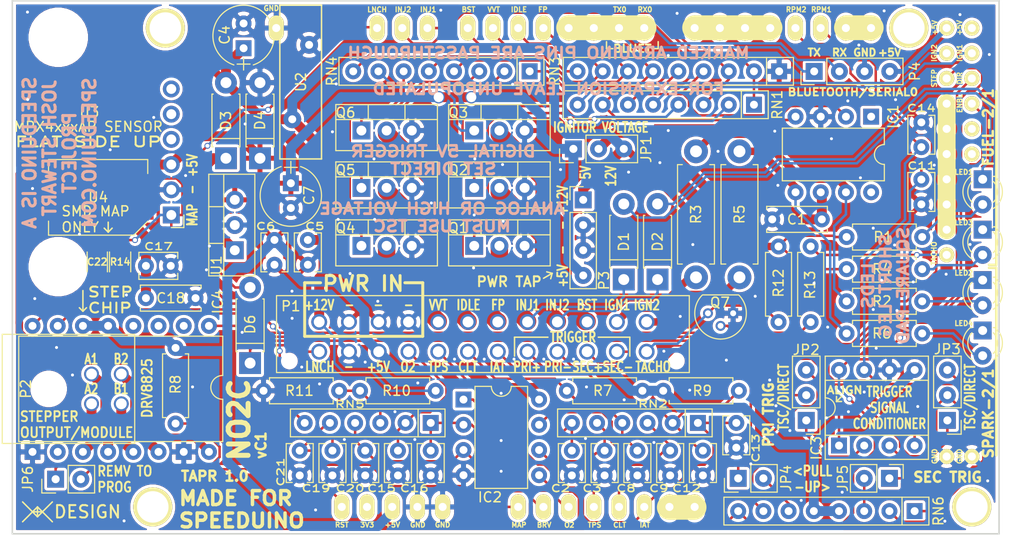
<source format=kicad_pcb>
(kicad_pcb (version 20171130) (host pcbnew "(5.1.2)-1")
  (title_block (title NO2C) (date 2019-05-30) (rev v0.2.3) (company WTMtronics))
  (layers (0 F.Cu signal) (31 B.Cu signal) (34 B.Paste user) (35 F.Paste user) (36 B.SilkS user) (37 F.SilkS user) (38 B.Mask user) (39 F.Mask user) (44 Edge.Cuts user))
  (net 0 "")
  (net 1 Earth)
  (net 2 +5V)
  (net 3 +12V)
  (net 4 "/Inputs and Outputs/RESET")
  (net 5 "/Inputs and Outputs/TACH2-CPU-D18")
  (net 6 "/Inputs and Outputs/TACH1-CPU-D19")
  (net 7 "Net-(IC1-Pad5)")
  (net 8 "Net-(IC1-Pad2)")
  (net 9 "Net-(IC1-Pad7)")
  (net 10 "Net-(IC1-Pad4)")
  (net 11 "Net-(IC3-Pad2)")
  (net 12 "Net-(IC3-Pad3)")
  (net 13 "Net-(JP4-Pad2)")
  (net 14 "Net-(JP5-Pad2)")
  (net 15 "Net-(LED1-Pad2)")
  (net 16 "Net-(LED2-Pad2)")
  (net 17 "Net-(Q1-Pad1)")
  (net 18 "Net-(Q3-Pad1)")
  (net 19 "Net-(Q5-Pad1)")
  (net 20 "Net-(Q6-Pad1)")
  (net 21 "/Inputs and Outputs/INJ1-CPU-D8")
  (net 22 "/Inputs and Outputs/INJ2-CPU-D9")
  (net 23 "/Inputs and Outputs/CPU-D4")
  (net 24 "/Inputs and Outputs/CPU-D6")
  (net 25 "/Inputs and Outputs/CPU-D7")
  (net 26 "/Inputs and Outputs/CPU-D5")
  (net 27 "/Inputs and Outputs/IGN1-CPU-D23")
  (net 28 "/Inputs and Outputs/IGN2-CPU-D22")
  (net 29 "Net-(C1-Pad2)")
  (net 30 "Net-(C19-Pad1)")
  (net 31 "Net-(D1-Pad2)")
  (net 32 "Net-(D2-Pad2)")
  (net 33 "Net-(D3-Pad1)")
  (net 34 "Net-(LED3-Pad2)")
  (net 35 "Net-(LED4-Pad2)")
  (net 36 "Net-(Q2-Pad1)")
  (net 37 "Net-(Q4-Pad1)")
  (net 38 /STEP)
  (net 39 /DIR)
  (net 40 /ENBL)
  (net 41 /TACHO-D38)
  (net 42 "Net-(Q7-Pad2)")
  (net 43 "/Inputs and Outputs/TPS-CPU-A3")
  (net 44 "/Inputs and Outputs/CLT-CPU-A4")
  (net 45 "/Inputs and Outputs/IAT-CPU-A5")
  (net 46 "/Inputs and Outputs/O2-CPU-A2")
  (net 47 "/Inputs and Outputs/BRV-CPU-A1")
  (net 48 "/Inputs and Outputs/MAP-CPU-A0")
  (net 49 /TPS)
  (net 50 /CLT)
  (net 51 /IAT)
  (net 52 /O2)
  (net 53 /INJ1)
  (net 54 /INJ2)
  (net 55 /VR1-)
  (net 56 /VR2-)
  (net 57 /STP-A2)
  (net 58 /STP-A1)
  (net 59 /STP-B1)
  (net 60 /STP-B2)
  (net 61 /VR1+)
  (net 62 /VR2+)
  (net 63 /FUELP)
  (net 64 /BOOST)
  (net 65 /IDLE)
  (net 66 /IGN2)
  (net 67 /IGN1)
  (net 68 /TACHO)
  (net 69 /VVT)
  (net 70 /LAUNCH)
  (net 71 "Net-(C22-Pad2)")
  (net 72 "Net-(JP2-Pad3)")
  (net 73 "Net-(JP3-Pad3)")
  (net 74 "Net-(P4-Pad1)")
  (net 75 "Net-(P4-Pad2)")
  (net 76 "Net-(P4-Pad4)")
  (net 77 "Net-(IC1-Pad8)")
  (net 78 "Net-(IC1-Pad1)")
  (net 79 "Net-(IC4-Pad2)")
  (net 80 "Net-(IC4-Pad10)")
  (net 81 "Net-(IC4-Pad3)")
  (net 82 "Net-(IC4-Pad4)")
  (net 83 "Net-(SHIELD1-Pad3V3)")
  (net 84 "Net-(SHIELD1-Pad5V_5)")
  (net 85 "Net-(SHIELD1-Pad3)")
  (net 86 "Net-(SHIELD1-Pad2)")
  (net 87 "Net-(SHIELD1-Pad20)")
  (net 88 "Net-(SHIELD1-Pad21)")
  (net 89 "Net-(SHIELD1-Pad17)")
  (net 90 "Net-(SHIELD1-Pad16)")
  (net 91 "Net-(SHIELD1-Pad15)")
  (net 92 "Net-(SHIELD1-Pad14)")
  (net 93 "Net-(SHIELD1-PadAD6)")
  (net 94 "Net-(SHIELD1-PadAD7)")
  (net 95 "Net-(SHIELD1-Pad30)")
  (net 96 "Net-(SHIELD1-Pad31)")
  (net 97 "Net-(SHIELD1-Pad28)")
  (net 98 "Net-(SHIELD1-Pad29)")
  (net 99 "Net-(SHIELD1-Pad26)")
  (net 100 "Net-(SHIELD1-Pad32)")
  (net 101 "Net-(SHIELD1-Pad36)")
  (net 102 "Net-(SHIELD1-Pad34)")
  (net 103 "Net-(U3-Pad4)")
  (net 104 "Net-(U3-Pad5)")
  (net 105 "Net-(U3-Pad6)")
  (net 106 "Net-(U4-Pad1)")
  (net 107 "Net-(U4-Pad5)")
  (net 108 "Net-(U4-Pad6)")
  (net 109 "Net-(U4-Pad7)")
  (net 110 "Net-(U4-Pad8)")
  (net 111 "Net-(D6-Pad2)")
  (net 112 "Net-(JP6-Pad1)")
  (module Useful_Stuff:JPR_2POS_SMLHL (layer F.Cu) (at 95.8 112.1 90)
    (fp_text reference JP6 (at 0 -2.8 90) (layer F.SilkS))
    (fp_text value NA)
    (pad 2 thru_hole oval (at 0 2.54 90) (size 1.7 1.7) (drill 0.8128) (layers *.Cu *.Mask) (net 4 "/Inputs and Outputs/RESET"))
    (pad 1 thru_hole rect (at 0 0 90) (size 1.7 1.7) (drill 0.8128) (layers *.Cu *.Mask) (net 112 "Net-(JP6-Pad1)"))
  )
  (module Useful_Stuff:VIA_0.6mm (layer F.Cu) (at 189.738 112.268)
    (fp_text reference REF** hide)
    (fp_text value VIA_0.6mm hide)
    (pad 1 thru_hole circle (at 0 0) (size 0.6 0.6) (drill 0.3) (layers *.Cu) (net 1 Earth))
  )
  (module Diodes_THT:D_DO-41_SOD81_P7.62mm_Horizontal (layer F.Cu) (at 153.059 91.979 90)
    (fp_text reference D1 (at 3.81 0 90) (layer F.SilkS))
    (fp_text value 1N4004)
    (pad 1 thru_hole rect (at 0 0 90) (size 2.2 2.2) (drill 1.1) (layers *.Cu *.Mask) (net 53 /INJ1))
    (pad 2 thru_hole oval (at 7.62 0 90) (size 2.2 2.2) (drill 1.1) (layers *.Cu *.Mask) (net 31 "Net-(D1-Pad2)"))
  )
  (module Diodes_THT:D_DO-41_SOD81_P7.62mm_Horizontal (layer F.Cu) (at 156.464 91.979 90)
    (fp_text reference D2 (at 3.81 0 90) (layer F.SilkS))
    (fp_text value 1N4004)
    (pad 1 thru_hole rect (at 0 0 90) (size 2.2 2.2) (drill 1.1) (layers *.Cu *.Mask) (net 54 /INJ2))
    (pad 2 thru_hole oval (at 7.62 0 90) (size 2.2 2.2) (drill 1.1) (layers *.Cu *.Mask) (net 32 "Net-(D2-Pad2)"))
  )
  (module Resistors_THT:R_Axial_DIN0207_L6.3mm_D2.5mm_P7.62mm_Horizontal (layer F.Cu) (at 157.0355 103.1875)
    (fp_text reference R9 (at 3.937 0) (layer F.SilkS))
    (fp_text value 2k49)
    (pad 1 thru_hole circle (at 0 0) (size 1.6 1.6) (drill 0.8) (layers *.Cu *.Mask) (net 2 +5V))
    (pad 2 thru_hole oval (at 7.62 0) (size 1.6 1.6) (drill 0.8) (layers *.Cu *.Mask) (net 51 /IAT))
  )
  (module Capacitors_THT:C_Disc_D3.8mm_W2.6mm_P2.50mm (layer F.Cu) (at 164.4015 106.426 270)
    (fp_text reference C13 (at 2.54 -1.9685 270) (layer F.SilkS) (effects (font (size 0.7 1))))
    (fp_text value u22)
    (pad 1 thru_hole circle (at 0 0 270) (size 1.6 1.6) (drill 0.8) (layers *.Cu *.Mask) (net 45 "/Inputs and Outputs/IAT-CPU-A5"))
    (pad 2 thru_hole circle (at 2.5 0 270) (size 1.6 1.6) (drill 0.8) (layers *.Cu *.Mask) (net 1 Earth))
  )
  (module Capacitors_THT:C_Disc_D3.8mm_W2.6mm_P2.50mm (layer F.Cu) (at 127 109.22 270)
    (fp_text reference C20 (at 3.81 1.524) (layer F.SilkS) (effects (font (size 0.7 1))))
    (fp_text value u22)
    (pad 1 thru_hole circle (at 0 0 270) (size 1.6 1.6) (drill 0.8) (layers *.Cu *.Mask) (net 47 "/Inputs and Outputs/BRV-CPU-A1"))
    (pad 2 thru_hole circle (at 2.5 0 270) (size 1.6 1.6) (drill 0.8) (layers *.Cu *.Mask) (net 1 Earth))
  )
  (module Useful_Stuff:VIA_0.6mm (layer F.Cu) (at 184.35 80.45)
    (fp_text reference REF** hide)
    (fp_text value VIA_0.6mm hide)
    (pad 1 thru_hole circle (at 0 0) (size 0.6 0.6) (drill 0.3) (layers *.Cu) (net 1 Earth))
  )
  (module Useful_Stuff:VIA_0.6mm (layer F.Cu) (at 156.1 108.4)
    (fp_text reference REF** hide)
    (fp_text value VIA_0.6mm hide)
    (pad 1 thru_hole circle (at 0 0) (size 0.6 0.6) (drill 0.3) (layers *.Cu) (net 1 Earth))
  )
  (module Useful_Stuff:VIA_0.6mm (layer F.Cu) (at 148 100)
    (fp_text reference REF** hide)
    (fp_text value VIA_0.6mm hide)
    (pad 1 thru_hole circle (at 0 0) (size 0.6 0.6) (drill 0.3) (layers *.Cu) (net 1 Earth))
  )
  (module Useful_Stuff:VIA_0.6mm (layer F.Cu) (at 145 100)
    (fp_text reference REF** hide)
    (fp_text value VIA_0.6mm hide)
    (pad 1 thru_hole circle (at 0 0) (size 0.6 0.6) (drill 0.3) (layers *.Cu) (net 1 Earth))
  )
  (module Useful_Stuff:VIA_0.6mm (layer F.Cu) (at 142 100)
    (fp_text reference REF** hide)
    (fp_text value VIA_0.6mm hide)
    (pad 1 thru_hole circle (at 0 0) (size 0.6 0.6) (drill 0.3) (layers *.Cu) (net 1 Earth))
  )
  (module Useful_Stuff:VIA_0.6mm (layer F.Cu) (at 139 100)
    (fp_text reference REF** hide)
    (fp_text value VIA_0.6mm hide)
    (pad 1 thru_hole circle (at 0 0) (size 0.6 0.6) (drill 0.3) (layers *.Cu) (net 1 Earth))
  )
  (module Useful_Stuff:VIA_0.6mm (layer F.Cu) (at 136 100)
    (fp_text reference REF** hide)
    (fp_text value VIA_0.6mm hide)
    (pad 1 thru_hole circle (at 0 0) (size 0.6 0.6) (drill 0.3) (layers *.Cu) (net 1 Earth))
  )
  (module Useful_Stuff:VIA_0.6mm (layer F.Cu) (at 157.1 99.2)
    (fp_text reference REF** hide)
    (fp_text value VIA_0.6mm hide)
    (pad 1 thru_hole circle (at 0 0) (size 0.6 0.6) (drill 0.3) (layers *.Cu) (net 1 Earth))
  )
  (module Useful_Stuff:VIA_0.6mm (layer F.Cu) (at 168.4 104.7)
    (fp_text reference REF** hide)
    (fp_text value VIA_0.6mm hide)
    (pad 1 thru_hole circle (at 0 0) (size 0.6 0.6) (drill 0.3) (layers *.Cu) (net 1 Earth))
  )
  (module Useful_Stuff:VIA_0.6mm (layer F.Cu) (at 153.1 104.1)
    (fp_text reference REF** hide)
    (fp_text value VIA_0.6mm hide)
    (pad 1 thru_hole circle (at 0 0) (size 0.6 0.6) (drill 0.3) (layers *.Cu) (net 1 Earth))
  )
  (module Useful_Stuff:VIA_0.6mm (layer F.Cu) (at 169.8 107.2)
    (fp_text reference REF** hide)
    (fp_text value VIA_0.6mm hide)
    (pad 1 thru_hole circle (at 0 0) (size 0.6 0.6) (drill 0.3) (layers *.Cu) (net 1 Earth))
  )
  (module Useful_Stuff:VIA_0.6mm (layer F.Cu) (at 149.20214 107.99826)
    (fp_text reference REF** hide)
    (fp_text value VIA_0.6mm hide)
    (pad 1 thru_hole circle (at 0 0) (size 0.6 0.6) (drill 0.3) (layers *.Cu) (net 1 Earth))
  )
  (module Useful_Stuff:VIA_0.6mm (layer F.Cu) (at 132 108.1)
    (fp_text reference REF** hide)
    (fp_text value VIA_0.6mm hide)
    (pad 1 thru_hole circle (at 0 0) (size 0.6 0.6) (drill 0.3) (layers *.Cu) (net 1 Earth))
  )
  (module Useful_Stuff:VIA_0.6mm (layer F.Cu) (at 124.9 108.1)
    (fp_text reference REF** hide)
    (fp_text value VIA_0.6mm hide)
    (pad 1 thru_hole circle (at 0 0) (size 0.6 0.6) (drill 0.3) (layers *.Cu) (net 1 Earth))
  )
  (module Useful_Stuff:VIA_0.6mm (layer F.Cu) (at 114.9 76.3)
    (fp_text reference REF** hide)
    (fp_text value VIA_0.6mm hide)
    (pad 1 thru_hole circle (at 0 0) (size 0.6 0.6) (drill 0.3) (layers *.Cu) (net 1 Earth))
  )
  (module Useful_Stuff:VIA_0.6mm (layer F.Cu) (at 108.9 81.5)
    (fp_text reference REF** hide)
    (fp_text value VIA_0.6mm hide)
    (pad 1 thru_hole circle (at 0 0) (size 0.6 0.6) (drill 0.3) (layers *.Cu) (net 1 Earth))
  )
  (module Useful_Stuff:VIA_0.6mm (layer F.Cu) (at 111 91)
    (fp_text reference REF** hide)
    (fp_text value VIA_0.6mm hide)
    (pad 1 thru_hole circle (at 0 0) (size 0.6 0.6) (drill 0.3) (layers *.Cu) (net 1 Earth))
  )
  (module Useful_Stuff:VIA_0.6mm (layer F.Cu) (at 120.6 100.8)
    (fp_text reference REF** hide)
    (fp_text value VIA_0.6mm hide)
    (pad 1 thru_hole circle (at 0 0) (size 0.6 0.6) (drill 0.3) (layers *.Cu) (net 1 Earth))
  )
  (module Useful_Stuff:VIA_0.6mm (layer F.Cu) (at 122.4 102.5)
    (fp_text reference REF** hide)
    (fp_text value VIA_0.6mm hide)
    (pad 1 thru_hole circle (at 0 0) (size 0.6 0.6) (drill 0.3) (layers *.Cu) (net 1 Earth))
  )
  (module Useful_Stuff:VIA_0.6mm (layer F.Cu) (at 127 100.3)
    (fp_text reference REF** hide)
    (fp_text value VIA_0.6mm hide)
    (pad 1 thru_hole circle (at 0 0) (size 0.6 0.6) (drill 0.3) (layers *.Cu) (net 1 Earth))
  )
  (module Useful_Stuff:VIA_0.6mm (layer F.Cu) (at 132.3 102.4)
    (fp_text reference REF** hide)
    (fp_text value VIA_0.6mm hide)
    (pad 1 thru_hole circle (at 0 0) (size 0.6 0.6) (drill 0.3) (layers *.Cu) (net 1 Earth))
  )
  (module Useful_Stuff:VIA_0.6mm (layer F.Cu) (at 141.859 72.3)
    (fp_text reference REF** hide)
    (fp_text value VIA_0.6mm hide)
    (pad 1 thru_hole circle (at 0 0) (size 0.6 0.6) (drill 0.3) (layers *.Cu) (net 1 Earth))
  )
  (module Resistors_SMD:R_1206 (layer F.Cu) (at 102.3 90.2 90)
    (fp_text reference R14 (at 0 0 180) (layer F.SilkS) (effects (font (size 0.7 0.7))))
    (fp_text value 51k)
    (pad 1 smd rect (at -1.45 0 90) (size 0.9 1.7) (layers F.Cu F.Paste F.Mask) (net 1 Earth))
    (pad 2 smd rect (at 1.45 0 90) (size 0.9 1.7) (layers F.Cu F.Paste F.Mask) (net 71 "Net-(C22-Pad2)"))
  )
  (module Useful_Stuff:VIA_0.6mm (layer F.Cu) (at 176.911 81.7245)
    (fp_text reference REF** hide)
    (fp_text value VIA_0.6mm hide)
    (pad 1 thru_hole circle (at 0 0) (size 0.6 0.6) (drill 0.3) (layers *.Cu) (net 1 Earth))
  )
  (module Useful_Stuff:VIA_0.6mm (layer F.Cu) (at 130 105.3)
    (fp_text reference REF** hide)
    (fp_text value VIA_0.6mm hide)
    (pad 1 thru_hole circle (at 0 0) (size 0.6 0.6) (drill 0.3) (layers *.Cu) (net 1 Earth))
  )
  (module Useful_Stuff:VIA_0.6mm (layer F.Cu) (at 179.3 64.9)
    (fp_text reference REF** hide)
    (fp_text value VIA_0.6mm hide)
    (pad 1 thru_hole circle (at 0 0) (size 0.6 0.6) (drill 0.3) (layers *.Cu) (net 1 Earth))
  )
  (module Useful_Stuff:VIA_0.6mm (layer F.Cu) (at 95.89262 98.82632)
    (fp_text reference REF** hide)
    (fp_text value VIA_0.6mm hide)
    (pad 1 thru_hole circle (at 0 0) (size 0.6 0.6) (drill 0.3) (layers *.Cu) (net 1 Earth))
  )
  (module Resistors_THT:R_Axial_DIN0411_L9.9mm_D3.6mm_P12.70mm_Horizontal (layer F.Cu) (at 164.719 79.0575 270)
    (fp_text reference R5 (at 6.35 0 270) (layer F.SilkS))
    (fp_text value "47 2w")
    (pad 1 thru_hole circle (at 0 0 270) (size 2.4 2.4) (drill 1.2) (layers *.Cu *.Mask) (net 7 "Net-(IC1-Pad5)"))
    (pad 2 thru_hole oval (at 12.7 0 270) (size 2.4 2.4) (drill 1.2) (layers *.Cu *.Mask) (net 66 /IGN2))
  )
  (module Useful_Stuff:VIA_0.6mm (layer F.Cu) (at 149.3 102.8)
    (fp_text reference REF** hide)
    (fp_text value VIA_0.6mm hide)
    (pad 1 thru_hole circle (at 0 0) (size 0.6 0.6) (drill 0.3) (layers *.Cu) (net 1 Earth))
  )
  (module WTM (layer F.Cu) (at 92.472 114.3905)
    (fp_text reference REF** hide)
    (fp_text value WTM hide)
  )
  (module Useful_Stuff:VIA_0.6mm (layer F.Cu) (at 173.609 96.774)
    (fp_text reference REF** hide)
    (fp_text value VIA_0.6mm hide)
    (pad 1 thru_hole circle (at 0 0) (size 0.6 0.6) (drill 0.3) (layers *.Cu) (net 1 Earth))
  )
  (module Useful_Stuff:VIA_0.6mm (layer F.Cu) (at 180.35 88.5)
    (fp_text reference REF** hide)
    (fp_text value VIA_0.6mm hide)
    (pad 1 thru_hole circle (at 0 0) (size 0.6 0.6) (drill 0.3) (layers *.Cu) (net 1 Earth))
  )
  (module Useful_Stuff:VIA_0.6mm (layer F.Cu) (at 187.96 88.4428)
    (fp_text reference REF** hide)
    (fp_text value VIA_0.6mm hide)
    (pad 1 thru_hole circle (at 0 0) (size 0.6 0.6) (drill 0.3) (layers *.Cu) (net 1 Earth))
  )
  (module Useful_Stuff:VIA_0.6mm (layer F.Cu) (at 173.99 77.7875)
    (fp_text reference REF** hide)
    (fp_text value VIA_0.6mm hide)
    (pad 1 thru_hole circle (at 0 0) (size 0.6 0.6) (drill 0.3) (layers *.Cu) (net 1 Earth))
  )
  (module Useful_Stuff:VIA_0.6mm (layer F.Cu) (at 168.275 77.0255)
    (fp_text reference REF** hide)
    (fp_text value VIA_0.6mm hide)
    (pad 1 thru_hole circle (at 0 0) (size 0.6 0.6) (drill 0.3) (layers *.Cu) (net 1 Earth))
  )
  (module Useful_Stuff:VIA_0.6mm (layer F.Cu) (at 180.45 73.85)
    (fp_text reference REF** hide)
    (fp_text value VIA_0.6mm hide)
    (pad 1 thru_hole circle (at 0 0) (size 0.6 0.6) (drill 0.3) (layers *.Cu) (net 1 Earth))
  )
  (module Useful_Stuff:VIA_0.6mm (layer F.Cu) (at 172.23486 92.35694)
    (fp_text reference REF** hide)
    (fp_text value VIA_0.6mm hide)
    (pad 1 thru_hole circle (at 0 0) (size 0.6 0.6) (drill 0.3) (layers *.Cu) (net 1 Earth))
  )
  (module Useful_Stuff:VIA_0.6mm (layer F.Cu) (at 182.2323 92.22232)
    (fp_text reference REF** hide)
    (fp_text value VIA_0.6mm hide)
    (pad 1 thru_hole circle (at 0 0) (size 0.6 0.6) (drill 0.3) (layers *.Cu) (net 1 Earth))
  )
  (module Useful_Stuff:VIA_0.6mm (layer F.Cu) (at 179.05 92.05)
    (fp_text reference REF** hide)
    (fp_text value VIA_0.6mm hide)
    (pad 1 thru_hole circle (at 0 0) (size 0.6 0.6) (drill 0.3) (layers *.Cu) (net 1 Earth))
  )
  (module Useful_Stuff:VIA_0.6mm (layer F.Cu) (at 97.5 101.6)
    (fp_text reference REF** hide)
    (fp_text value VIA_0.6mm hide)
    (pad 1 thru_hole circle (at 0 0) (size 0.6 0.6) (drill 0.3) (layers *.Cu) (net 1 Earth))
  )
  (module Useful_Stuff:VIA_0.6mm (layer F.Cu) (at 124.2695 85.9155)
    (fp_text reference REF** hide)
    (fp_text value VIA_0.6mm hide)
    (pad 1 thru_hole circle (at 0 0) (size 0.6 0.6) (drill 0.3) (layers *.Cu) (net 1 Earth))
  )
  (module Useful_Stuff:VIA_0.6mm (layer F.Cu) (at 123.698 77.089)
    (fp_text reference REF** hide)
    (fp_text value VIA_0.6mm hide)
    (pad 1 thru_hole circle (at 0 0) (size 0.6 0.6) (drill 0.3) (layers *.Cu) (net 1 Earth))
  )
  (module Useful_Stuff:VIA_0.6mm (layer F.Cu) (at 125.476 91.3765)
    (fp_text reference REF** hide)
    (fp_text value VIA_0.6mm hide)
    (pad 1 thru_hole circle (at 0 0) (size 0.6 0.6) (drill 0.3) (layers *.Cu) (net 1 Earth))
  )
  (module Useful_Stuff:VIA_0.6mm (layer F.Cu) (at 128.27 94.1705)
    (fp_text reference REF** hide)
    (fp_text value VIA_0.6mm hide)
    (pad 1 thru_hole circle (at 0 0) (size 0.6 0.6) (drill 0.3) (layers *.Cu) (net 1 Earth))
  )
  (module Useful_Stuff:VIA_0.6mm (layer F.Cu) (at 119.6213 93.15196)
    (fp_text reference REF** hide)
    (fp_text value VIA_0.6mm hide)
    (pad 1 thru_hole circle (at 0 0) (size 0.6 0.6) (drill 0.3) (layers *.Cu) (net 1 Earth))
  )
  (module Useful_Stuff:VIA_0.6mm (layer F.Cu) (at 119.634 95.885)
    (fp_text reference REF** hide)
    (fp_text value VIA_0.6mm hide)
    (pad 1 thru_hole circle (at 0 0) (size 0.6 0.6) (drill 0.3) (layers *.Cu) (net 1 Earth))
  )
  (module Useful_Stuff:VIA_0.6mm (layer F.Cu) (at 185.547 91.44)
    (fp_text reference REF** hide)
    (fp_text value VIA_0.6mm hide)
    (pad 1 thru_hole circle (at 0 0) (size 0.6 0.6) (drill 0.3) (layers *.Cu) (net 1 Earth))
  )
  (module Useful_Stuff:VIA_0.6mm (layer F.Cu) (at 162.56 79.0575)
    (fp_text reference REF** hide)
    (fp_text value VIA_0.6mm hide)
    (pad 1 thru_hole circle (at 0 0) (size 0.6 0.6) (drill 0.3) (layers *.Cu) (net 1 Earth))
  )
  (module Useful_Stuff:VIA_0.6mm (layer F.Cu) (at 157.5435 76.962)
    (fp_text reference REF** hide)
    (fp_text value VIA_0.6mm hide)
    (pad 1 thru_hole circle (at 0 0) (size 0.6 0.6) (drill 0.3) (layers *.Cu) (net 1 Earth))
  )
  (module Useful_Stuff:VIA_0.6mm (layer F.Cu) (at 168.5925 82.4865)
    (fp_text reference REF** hide)
    (fp_text value VIA_0.6mm hide)
    (pad 1 thru_hole circle (at 0 0) (size 0.6 0.6) (drill 0.3) (layers *.Cu) (net 1 Earth))
  )
  (module Useful_Stuff:VIA_0.6mm (layer F.Cu) (at 160.02 88.4555)
    (fp_text reference REF** hide)
    (fp_text value VIA_0.6mm hide)
    (pad 1 thru_hole circle (at 0 0) (size 0.6 0.6) (drill 0.3) (layers *.Cu) (net 1 Earth))
  )
  (module Useful_Stuff:VIA_0.6mm (layer F.Cu) (at 166.3065 93.6625)
    (fp_text reference REF** hide)
    (fp_text value VIA_0.6mm hide)
    (pad 1 thru_hole circle (at 0 0) (size 0.6 0.6) (drill 0.3) (layers *.Cu) (net 1 Earth))
  )
  (module Useful_Stuff:VIA_0.6mm (layer F.Cu) (at 156.7 80.2)
    (fp_text reference REF** hide)
    (fp_text value VIA_0.6mm hide)
    (pad 1 thru_hole circle (at 0 0) (size 0.6 0.6) (drill 0.3) (layers *.Cu) (net 1 Earth))
  )
  (module Useful_Stuff:VIA_0.6mm (layer F.Cu) (at 153.543 81.153)
    (fp_text reference REF** hide)
    (fp_text value VIA_0.6mm hide)
    (pad 1 thru_hole circle (at 0 0) (size 0.6 0.6) (drill 0.3) (layers *.Cu) (net 1 Earth))
  )
  (module Useful_Stuff:VIA_0.6mm (layer F.Cu) (at 180.594 95.1)
    (fp_text reference REF** hide)
    (fp_text value VIA_0.6mm hide)
    (pad 1 thru_hole circle (at 0 0) (size 0.6 0.6) (drill 0.3) (layers *.Cu) (net 1 Earth))
  )
  (module Useful_Stuff:VIA_0.6mm (layer F.Cu) (at 178.5 98.9)
    (fp_text reference REF** hide)
    (fp_text value VIA_0.6mm hide)
    (pad 1 thru_hole circle (at 0 0) (size 0.6 0.6) (drill 0.3) (layers *.Cu) (net 1 Earth))
  )
  (module Useful_Stuff:VIA_0.6mm (layer F.Cu) (at 178.2 86.8)
    (fp_text reference REF** hide)
    (fp_text value VIA_0.6mm hide)
    (pad 1 thru_hole circle (at 0 0) (size 0.6 0.6) (drill 0.3) (layers *.Cu) (net 1 Earth))
  )
  (module Useful_Stuff:VIA_0.6mm (layer F.Cu) (at 178.2 95)
    (fp_text reference REF** hide)
    (fp_text value VIA_0.6mm hide)
    (pad 1 thru_hole circle (at 0 0) (size 0.6 0.6) (drill 0.3) (layers *.Cu) (net 1 Earth))
  )
  (module Useful_Stuff:VIA_0.6mm (layer F.Cu) (at 140.7 111.3)
    (fp_text reference REF** hide)
    (fp_text value VIA_0.6mm hide)
    (pad 1 thru_hole circle (at 0 0) (size 0.6 0.6) (drill 0.3) (layers *.Cu) (net 1 Earth))
  )
  (module Useful_Stuff:VIA_0.6mm (layer F.Cu) (at 140.7 108.204)
    (fp_text reference REF** hide)
    (fp_text value VIA_0.6mm hide)
    (pad 1 thru_hole circle (at 0 0) (size 0.6 0.6) (drill 0.3) (layers *.Cu) (net 1 Earth))
  )
  (module Useful_Stuff:VIA_0.6mm (layer F.Cu) (at 140.7 103.4415)
    (fp_text reference REF** hide)
    (fp_text value VIA_0.6mm hide)
    (pad 1 thru_hole circle (at 0 0) (size 0.6 0.6) (drill 0.3) (layers *.Cu) (net 1 Earth))
  )
  (module Useful_Stuff:VIA_0.6mm (layer F.Cu) (at 138.049 79.8195)
    (fp_text reference REF** hide)
    (fp_text value VIA_0.6mm hide)
    (pad 1 thru_hole circle (at 0 0) (size 0.6 0.6) (drill 0.3) (layers *.Cu) (net 1 Earth))
  )
  (module Useful_Stuff:VIA_0.6mm (layer F.Cu) (at 137.9855 85.471)
    (fp_text reference REF** hide)
    (fp_text value VIA_0.6mm hide)
    (pad 1 thru_hole circle (at 0 0) (size 0.6 0.6) (drill 0.3) (layers *.Cu) (net 1 Earth))
  )
  (module Useful_Stuff:VIA_0.6mm (layer F.Cu) (at 133.6675 84.2645)
    (fp_text reference REF** hide)
    (fp_text value VIA_0.6mm hide)
    (pad 1 thru_hole circle (at 0 0) (size 0.6 0.6) (drill 0.3) (layers *.Cu) (net 1 Earth))
  )
  (module Useful_Stuff:VIA_0.6mm (layer F.Cu) (at 140.9065 86.106)
    (fp_text reference REF** hide)
    (fp_text value VIA_0.6mm hide)
    (pad 1 thru_hole circle (at 0 0) (size 0.6 0.6) (drill 0.3) (layers *.Cu) (net 1 Earth))
  )
  (module Useful_Stuff:VIA_0.6mm (layer F.Cu) (at 140.843 80.391)
    (fp_text reference REF** hide)
    (fp_text value VIA_0.6mm hide)
    (pad 1 thru_hole circle (at 0 0) (size 0.6 0.6) (drill 0.3) (layers *.Cu) (net 1 Earth))
  )
  (module Useful_Stuff:VIA_0.6mm (layer F.Cu) (at 124.079 72.263)
    (fp_text reference REF** hide)
    (fp_text value VIA_0.6mm hide)
    (pad 1 thru_hole circle (at 0 0) (size 0.6 0.6) (drill 0.3) (layers *.Cu) (net 1 Earth))
  )
  (module Useful_Stuff:VIA_0.6mm (layer F.Cu) (at 127.889 79.8195)
    (fp_text reference REF** hide)
    (fp_text value VIA_0.6mm hide)
    (pad 1 thru_hole circle (at 0 0) (size 0.6 0.6) (drill 0.3) (layers *.Cu) (net 1 Earth))
  )
  (module Useful_Stuff:VIA_0.6mm (layer F.Cu) (at 127.9525 85.9155)
    (fp_text reference REF** hide)
    (fp_text value VIA_0.6mm hide)
    (pad 1 thru_hole circle (at 0 0) (size 0.6 0.6) (drill 0.3) (layers *.Cu) (net 1 Earth))
  )
  (module Useful_Stuff:VIA_0.6mm (layer F.Cu) (at 137.922 90.805)
    (fp_text reference REF** hide)
    (fp_text value VIA_0.6mm hide)
    (pad 1 thru_hole circle (at 0 0) (size 0.6 0.6) (drill 0.3) (layers *.Cu) (net 1 Earth))
  )
  (module Useful_Stuff:VIA_0.6mm (layer F.Cu) (at 146.685 80.899)
    (fp_text reference REF** hide)
    (fp_text value VIA_0.6mm hide)
    (pad 1 thru_hole circle (at 0 0) (size 0.6 0.6) (drill 0.3) (layers *.Cu) (net 1 Earth))
  )
  (module Useful_Stuff:VIA_0.6mm (layer F.Cu) (at 163.4 100.1)
    (fp_text reference REF** hide)
    (fp_text value VIA_0.6mm hide)
    (pad 1 thru_hole circle (at 0 0) (size 0.6 0.6) (drill 0.3) (layers *.Cu) (net 1 Earth))
  )
  (module Useful_Stuff:VIA_0.6mm (layer F.Cu) (at 158.75 95.6945)
    (fp_text reference REF** hide)
    (fp_text value VIA_0.6mm hide)
    (pad 1 thru_hole circle (at 0 0) (size 0.6 0.6) (drill 0.3) (layers *.Cu) (net 1 Earth))
  )
  (module Useful_Stuff:VIA_0.6mm (layer F.Cu) (at 134.62 64.8335)
    (fp_text reference REF** hide)
    (fp_text value VIA_0.6mm hide)
    (pad 1 thru_hole circle (at 0 0) (size 0.6 0.6) (drill 0.3) (layers *.Cu) (net 1 Earth))
  )
  (module Useful_Stuff:VIA_0.6mm (layer F.Cu) (at 158.4325 65.151)
    (fp_text reference REF** hide)
    (fp_text value VIA_0.6mm hide)
    (pad 1 thru_hole circle (at 0 0) (size 0.6 0.6) (drill 0.3) (layers *.Cu) (net 1 Earth))
  )
  (module Useful_Stuff:VIA_0.6mm (layer F.Cu) (at 157.5435 69.4)
    (fp_text reference REF** hide)
    (fp_text value VIA_0.6mm hide)
    (pad 1 thru_hole circle (at 0 0) (size 0.6 0.6) (drill 0.3) (layers *.Cu) (net 1 Earth))
  )
  (module Useful_Stuff:VIA_0.6mm (layer F.Cu) (at 111.3 88.6)
    (fp_text reference REF** hide)
    (fp_text value VIA_0.6mm hide)
    (pad 1 thru_hole circle (at 0 0) (size 0.6 0.6) (drill 0.3) (layers *.Cu) (net 1 Earth))
  )
  (module Resistors_THT:R_Array_SIP9 (layer F.Cu) (at 168.7195 70.993 180)
    (fp_text reference RN3 (at 22.606 0 270) (layer F.SilkS))
    (fp_text value 100k)
    (pad 1 thru_hole rect (at 0 0 180) (size 1.6 1.6) (drill 0.8) (layers *.Cu *.Mask) (net 1 Earth))
    (pad 2 thru_hole oval (at 2.54 0 180) (size 1.6 1.6) (drill 0.8) (layers *.Cu *.Mask) (net 21 "/Inputs and Outputs/INJ1-CPU-D8"))
    (pad 3 thru_hole oval (at 5.08 0 180) (size 1.6 1.6) (drill 0.8) (layers *.Cu *.Mask) (net 22 "/Inputs and Outputs/INJ2-CPU-D9"))
    (pad 4 thru_hole oval (at 7.62 0 180) (size 1.6 1.6) (drill 0.8) (layers *.Cu *.Mask) (net 8 "Net-(IC1-Pad2)"))
    (pad 5 thru_hole oval (at 10.16 0 180) (size 1.6 1.6) (drill 0.8) (layers *.Cu *.Mask) (net 10 "Net-(IC1-Pad4)"))
    (pad 6 thru_hole oval (at 12.7 0 180) (size 1.6 1.6) (drill 0.8) (layers *.Cu *.Mask) (net 23 "/Inputs and Outputs/CPU-D4"))
    (pad 7 thru_hole oval (at 15.24 0 180) (size 1.6 1.6) (drill 0.8) (layers *.Cu *.Mask) (net 26 "/Inputs and Outputs/CPU-D5"))
    (pad 8 thru_hole oval (at 17.78 0 180) (size 1.6 1.6) (drill 0.8) (layers *.Cu *.Mask) (net 24 "/Inputs and Outputs/CPU-D6"))
    (pad 9 thru_hole oval (at 20.32 0 180) (size 1.6 1.6) (drill 0.8) (layers *.Cu *.Mask) (net 25 "/Inputs and Outputs/CPU-D7"))
  )
  (module TO_SOT_Packages_THT:TO-220_Vertical (layer F.Cu) (at 126.619 88.5825)
    (fp_text reference Q4 (at -1.6 -1.8) (layer F.SilkS))
    (fp_text value STP62NS04Z)
    (pad 1 thru_hole rect (at 0 0) (size 1.8 1.8) (drill 1) (layers *.Cu *.Mask) (net 37 "Net-(Q4-Pad1)"))
    (pad 2 thru_hole oval (at 2.54 0) (size 1.8 1.8) (drill 1) (layers *.Cu *.Mask) (net 69 /VVT))
    (pad 3 thru_hole oval (at 5.08 0) (size 1.8 1.8) (drill 1) (layers *.Cu *.Mask) (net 1 Earth))
  )
  (module TO_SOT_Packages_THT:TO-220_Vertical (layer F.Cu) (at 126.619 82.7405)
    (fp_text reference Q5 (at -1.6 -1.8) (layer F.SilkS))
    (fp_text value STP62NS04Z)
    (pad 1 thru_hole rect (at 0 0) (size 1.8 1.8) (drill 1) (layers *.Cu *.Mask) (net 19 "Net-(Q5-Pad1)"))
    (pad 2 thru_hole oval (at 2.54 0) (size 1.8 1.8) (drill 1) (layers *.Cu *.Mask) (net 65 /IDLE))
    (pad 3 thru_hole oval (at 5.08 0) (size 1.8 1.8) (drill 1) (layers *.Cu *.Mask) (net 1 Earth))
  )
  (module TO_SOT_Packages_THT:TO-220_Vertical (layer F.Cu) (at 126.619 76.962)
    (fp_text reference Q6 (at -1.6 -1.8) (layer F.SilkS))
    (fp_text value STP62NS04Z)
    (pad 1 thru_hole rect (at 0 0) (size 1.8 1.8) (drill 1) (layers *.Cu *.Mask) (net 20 "Net-(Q6-Pad1)"))
    (pad 2 thru_hole oval (at 2.54 0) (size 1.8 1.8) (drill 1) (layers *.Cu *.Mask) (net 63 /FUELP))
    (pad 3 thru_hole oval (at 5.08 0) (size 1.8 1.8) (drill 1) (layers *.Cu *.Mask) (net 1 Earth))
  )
  (module TO_SOT_Packages_THT:TO-220_Vertical (layer F.Cu) (at 137.9855 76.962)
    (fp_text reference Q3 (at -1.6 -1.8) (layer F.SilkS))
    (fp_text value STP62NS04Z)
    (pad 1 thru_hole rect (at 0 0) (size 1.8 1.8) (drill 1) (layers *.Cu *.Mask) (net 18 "Net-(Q3-Pad1)"))
    (pad 2 thru_hole oval (at 2.54 0) (size 1.8 1.8) (drill 1) (layers *.Cu *.Mask) (net 64 /BOOST))
    (pad 3 thru_hole oval (at 5.08 0) (size 1.8 1.8) (drill 1) (layers *.Cu *.Mask) (net 1 Earth))
  )
  (module TO_SOT_Packages_THT:TO-220_Vertical (layer F.Cu) (at 137.9855 82.7405)
    (fp_text reference Q2 (at -1.6 -1.8) (layer F.SilkS))
    (fp_text value STP62NS04Z)
    (pad 1 thru_hole rect (at 0 0) (size 1.8 1.8) (drill 1) (layers *.Cu *.Mask) (net 36 "Net-(Q2-Pad1)"))
    (pad 2 thru_hole oval (at 2.54 0) (size 1.8 1.8) (drill 1) (layers *.Cu *.Mask) (net 54 /INJ2))
    (pad 3 thru_hole oval (at 5.08 0) (size 1.8 1.8) (drill 1) (layers *.Cu *.Mask) (net 1 Earth))
  )
  (module TO_SOT_Packages_THT:TO-220_Vertical (layer F.Cu) (at 137.9855 88.5825)
    (fp_text reference Q1 (at -1.6 -1.8) (layer F.SilkS))
    (fp_text value STP62NS04Z)
    (pad 1 thru_hole rect (at 0 0) (size 1.8 1.8) (drill 1) (layers *.Cu *.Mask) (net 17 "Net-(Q1-Pad1)"))
    (pad 2 thru_hole oval (at 2.54 0) (size 1.8 1.8) (drill 1) (layers *.Cu *.Mask) (net 53 /INJ1))
    (pad 3 thru_hole oval (at 5.08 0) (size 1.8 1.8) (drill 1) (layers *.Cu *.Mask) (net 1 Earth))
  )
  (module Connectors_Molex:Molex_Microfit3_Header_02x12_Straight_43045-2428 (layer F.Cu) (at 122.3645 96.2505 180)
    (fp_text reference P1 (at 2.8575 1.5875 180) (layer F.SilkS))
    (fp_text value CONN_02X12)
    (pad "" np_thru_hole circle (at -36 -3.94 180) (size 1.1 1.1) (drill 1.1) (layers *.Cu *.Mask))
    (pad 1 thru_hole circle (at 0 0 180) (size 1.6 1.6) (drill 1.1) (layers *.Cu *.Mask) (net 3 +12V))
    (pad 2 thru_hole circle (at -3 0 180) (size 1.6 1.6) (drill 1.1) (layers *.Cu *.Mask) (net 1 Earth))
    (pad 3 thru_hole circle (at -6 0 180) (size 1.6 1.6) (drill 1.1) (layers *.Cu *.Mask) (net 1 Earth))
    (pad 4 thru_hole circle (at -9 0 180) (size 1.6 1.6) (drill 1.1) (layers *.Cu *.Mask) (net 1 Earth))
    (pad 5 thru_hole circle (at -12 0 180) (size 1.6 1.6) (drill 1.1) (layers *.Cu *.Mask) (net 69 /VVT))
    (pad 6 thru_hole circle (at -15 0 180) (size 1.6 1.6) (drill 1.1) (layers *.Cu *.Mask) (net 65 /IDLE))
    (pad 7 thru_hole circle (at -18 0 180) (size 1.6 1.6) (drill 1.1) (layers *.Cu *.Mask) (net 63 /FUELP))
    (pad 8 thru_hole circle (at -21 0 180) (size 1.6 1.6) (drill 1.1) (layers *.Cu *.Mask) (net 53 /INJ1))
    (pad 9 thru_hole circle (at -24 0 180) (size 1.6 1.6) (drill 1.1) (layers *.Cu *.Mask) (net 54 /INJ2))
    (pad 10 thru_hole circle (at -27 0 180) (size 1.6 1.6) (drill 1.1) (layers *.Cu *.Mask) (net 64 /BOOST))
    (pad 11 thru_hole circle (at -30 0 180) (size 1.6 1.6) (drill 1.1) (layers *.Cu *.Mask) (net 67 /IGN1))
    (pad 12 thru_hole circle (at -33 0 180) (size 1.6 1.6) (drill 1.1) (layers *.Cu *.Mask) (net 66 /IGN2))
    (pad 13 thru_hole circle (at 0 -3 180) (size 1.6 1.6) (drill 1.1) (layers *.Cu *.Mask) (net 70 /LAUNCH))
    (pad 14 thru_hole circle (at -3 -3 180) (size 1.6 1.6) (drill 1.1) (layers *.Cu *.Mask) (net 1 Earth))
    (pad 15 thru_hole circle (at -6 -3 180) (size 1.6 1.6) (drill 1.1) (layers *.Cu *.Mask) (net 2 +5V))
    (pad 16 thru_hole circle (at -9 -3 180) (size 1.6 1.6) (drill 1.1) (layers *.Cu *.Mask) (net 52 /O2))
    (pad 17 thru_hole circle (at -12 -3 180) (size 1.6 1.6) (drill 1.1) (layers *.Cu *.Mask) (net 49 /TPS))
    (pad 18 thru_hole circle (at -15 -3 180) (size 1.6 1.6) (drill 1.1) (layers *.Cu *.Mask) (net 50 /CLT))
    (pad 19 thru_hole circle (at -18 -3 180) (size 1.6 1.6) (drill 1.1) (layers *.Cu *.Mask) (net 51 /IAT))
    (pad 20 thru_hole circle (at -21 -3 180) (size 1.6 1.6) (drill 1.1) (layers *.Cu *.Mask) (net 61 /VR1+))
    (pad 21 thru_hole circle (at -24 -3 180) (size 1.6 1.6) (drill 1.1) (layers *.Cu *.Mask) (net 55 /VR1-))
    (pad 22 thru_hole circle (at -27 -3 180) (size 1.6 1.6) (drill 1.1) (layers *.Cu *.Mask) (net 62 /VR2+))
    (pad 23 thru_hole circle (at -30 -3 180) (size 1.6 1.6) (drill 1.1) (layers *.Cu *.Mask) (net 56 /VR2-))
    (pad 24 thru_hole circle (at -33 -3 180) (size 1.6 1.6) (drill 1.1) (layers *.Cu *.Mask) (net 68 /TACHO))
    (pad "" np_thru_hole circle (at 3 -3.94 180) (size 1.1 1.1) (drill 1.1) (layers *.Cu *.Mask))
  )
  (module Diodes_THT:D_DO-41_SOD81_P7.62mm_Horizontal (layer F.Cu) (at 116.3955 79.756 90)
    (fp_text reference D4 (at 3.81 0 90) (layer F.SilkS))
    (fp_text value 1N5919BG)
    (pad 1 thru_hole rect (at 0 0 90) (size 2.2 2.2) (drill 1.1) (layers *.Cu *.Mask) (net 2 +5V))
    (pad 2 thru_hole oval (at 7.62 0 90) (size 2.2 2.2) (drill 1.1) (layers *.Cu *.Mask) (net 1 Earth))
  )
  (module Useful_Stuff:VIA_0.6mm (layer F.Cu) (at 114.6 97.3)
    (fp_text reference REF** hide)
    (fp_text value VIA_0.6mm hide)
    (pad 1 thru_hole circle (at 0 0) (size 0.6 0.6) (drill 0.3) (layers *.Cu) (net 1 Earth))
  )
  (module Useful_Stuff:VIA_0.6mm (layer F.Cu) (at 98.2 87.4)
    (fp_text reference REF** hide)
    (fp_text value VIA_0.6mm hide)
    (pad 1 thru_hole circle (at 0 0) (size 0.6 0.6) (drill 0.3) (layers *.Cu) (net 1 Earth))
  )
  (module Useful_Stuff:VIA_0.6mm (layer F.Cu) (at 102.9335 93.5355)
    (fp_text reference REF** hide)
    (fp_text value VIA_0.6mm hide)
    (pad 1 thru_hole circle (at 0 0) (size 0.6 0.6) (drill 0.3) (layers *.Cu) (net 1 Earth))
  )
  (module Useful_Stuff:VIA_0.6mm (layer F.Cu) (at 165.862 110.5535)
    (fp_text reference REF** hide)
    (fp_text value VIA_0.6mm hide)
    (pad 1 thru_hole circle (at 0 0) (size 0.6 0.6) (drill 0.3) (layers *.Cu) (net 1 Earth))
  )
  (module Useful_Stuff:VIA_0.6mm (layer F.Cu) (at 175.0695 113.411)
    (fp_text reference REF** hide)
    (fp_text value VIA_0.6mm hide)
    (pad 1 thru_hole circle (at 0 0) (size 0.6 0.6) (drill 0.3) (layers *.Cu) (net 1 Earth))
  )
  (module Useful_Stuff:VIA_0.6mm (layer F.Cu) (at 175.641 73.9775)
    (fp_text reference REF** hide)
    (fp_text value VIA_0.6mm hide)
    (pad 1 thru_hole circle (at 0 0) (size 0.6 0.6) (drill 0.3) (layers *.Cu) (net 1 Earth))
  )
  (module Useful_Stuff:VIA_0.6mm (layer F.Cu) (at 170.942 114.2365)
    (fp_text reference REF** hide)
    (fp_text value VIA_0.6mm hide)
    (pad 1 thru_hole circle (at 0 0) (size 0.6 0.6) (drill 0.3) (layers *.Cu) (net 1 Earth))
  )
  (module Useful_Stuff:VIA_0.6mm (layer F.Cu) (at 185.42 116.332)
    (fp_text reference REF** hide)
    (fp_text value VIA_0.6mm hide)
    (pad 1 thru_hole circle (at 0 0) (size 0.6 0.6) (drill 0.3) (layers *.Cu) (net 1 Earth))
  )
  (module Useful_Stuff:VIA_0.6mm (layer F.Cu) (at 102.7 116.3)
    (fp_text reference REF** hide)
    (fp_text value VIA_0.6mm hide)
    (pad 1 thru_hole circle (at 0 0) (size 0.6 0.6) (drill 0.3) (layers *.Cu) (net 1 Earth))
  )
  (module Useful_Stuff:VIA_0.6mm (layer F.Cu) (at 122 115.2)
    (fp_text reference REF** hide)
    (fp_text value VIA_0.6mm hide)
    (pad 1 thru_hole circle (at 0 0) (size 0.6 0.6) (drill 0.3) (layers *.Cu) (net 1 Earth))
  )
  (module Useful_Stuff:VIA_0.6mm (layer F.Cu) (at 109.6 102.8)
    (fp_text reference REF** hide)
    (fp_text value VIA_0.6mm hide)
    (pad 1 thru_hole circle (at 0 0) (size 0.6 0.6) (drill 0.3) (layers *.Cu) (net 1 Earth))
  )
  (module Useful_Stuff:VIA_0.6mm (layer F.Cu) (at 93.7 93.9)
    (fp_text reference REF** hide)
    (fp_text value VIA_0.6mm hide)
    (pad 1 thru_hole circle (at 0 0) (size 0.6 0.6) (drill 0.3) (layers *.Cu) (net 1 Earth))
  )
  (module Useful_Stuff:VIA_0.6mm (layer F.Cu) (at 93.472 82.804)
    (fp_text reference REF** hide)
    (fp_text value VIA_0.6mm hide)
    (pad 1 thru_hole circle (at 0 0) (size 0.6 0.6) (drill 0.3) (layers *.Cu) (net 1 Earth))
  )
  (module Useful_Stuff:VIA_0.6mm (layer F.Cu) (at 101.3 78.9)
    (fp_text reference REF** hide)
    (fp_text value VIA_0.6mm hide)
    (pad 1 thru_hole circle (at 0 0) (size 0.6 0.6) (drill 0.3) (layers *.Cu) (net 1 Earth))
  )
  (module Useful_Stuff:VIA_0.6mm (layer F.Cu) (at 105.6894 75.6412)
    (fp_text reference REF** hide)
    (fp_text value VIA_0.6mm hide)
    (pad 1 thru_hole circle (at 0 0) (size 0.6 0.6) (drill 0.3) (layers *.Cu) (net 1 Earth))
  )
  (module Useful_Stuff:VIA_0.6mm (layer F.Cu) (at 92.9894 73.8378)
    (fp_text reference REF** hide)
    (fp_text value VIA_0.6mm hide)
    (pad 1 thru_hole circle (at 0 0) (size 0.6 0.6) (drill 0.3) (layers *.Cu) (net 1 Earth))
  )
  (module Useful_Stuff:VIA_0.6mm (layer F.Cu) (at 92.964 65.024)
    (fp_text reference REF** hide)
    (fp_text value VIA_0.6mm hide)
    (pad 1 thru_hole circle (at 0 0) (size 0.6 0.6) (drill 0.3) (layers *.Cu) (net 1 Earth))
  )
  (module Useful_Stuff:VIA_0.6mm (layer F.Cu) (at 159.7025 103.124)
    (fp_text reference REF** hide)
    (fp_text value VIA_0.6mm hide)
    (pad 1 thru_hole circle (at 0 0) (size 0.6 0.6) (drill 0.3) (layers *.Cu) (net 1 Earth))
  )
  (module Useful_Stuff:VIA_0.6mm (layer F.Cu) (at 175.7 105.3)
    (fp_text reference REF** hide)
    (fp_text value VIA_0.6mm hide)
    (pad 1 thru_hole circle (at 0 0) (size 0.6 0.6) (drill 0.3) (layers *.Cu) (net 1 Earth))
  )
  (module Useful_Stuff:VIA_0.6mm (layer F.Cu) (at 189.9 69.3)
    (fp_text reference REF** hide)
    (fp_text value VIA_0.6mm hide)
    (pad 1 thru_hole circle (at 0 0) (size 0.6 0.6) (drill 0.3) (layers *.Cu) (net 1 Earth))
  )
  (module Useful_Stuff:VIA_0.6mm (layer F.Cu) (at 186.944 65.278)
    (fp_text reference REF** hide)
    (fp_text value VIA_0.6mm hide)
    (pad 1 thru_hole circle (at 0 0) (size 0.6 0.6) (drill 0.3) (layers *.Cu) (net 1 Earth))
  )
  (module Useful_Stuff:VIA_0.6mm (layer F.Cu) (at 182.6895 104.775)
    (fp_text reference REF** hide)
    (fp_text value VIA_0.6mm hide)
    (pad 1 thru_hole circle (at 0 0) (size 0.6 0.6) (drill 0.3) (layers *.Cu) (net 1 Earth))
  )
  (module Useful_Stuff:VIA_0.6mm (layer F.Cu) (at 177.292 103.3145)
    (fp_text reference REF** hide)
    (fp_text value VIA_0.6mm hide)
    (pad 1 thru_hole circle (at 0 0) (size 0.6 0.6) (drill 0.3) (layers *.Cu) (net 1 Earth))
  )
  (module Useful_Stuff:VIA_0.6mm (layer F.Cu) (at 173.482 105.918)
    (fp_text reference REF** hide)
    (fp_text value VIA_0.6mm hide)
    (pad 1 thru_hole circle (at 0 0) (size 0.6 0.6) (drill 0.3) (layers *.Cu) (net 1 Earth))
  )
  (module Useful_Stuff:VIA_0.6mm (layer F.Cu) (at 167.767 102.108)
    (fp_text reference REF** hide)
    (fp_text value VIA_0.6mm hide)
    (pad 1 thru_hole circle (at 0 0) (size 0.6 0.6) (drill 0.3) (layers *.Cu) (net 1 Earth))
  )
  (module Useful_Stuff:VIA_0.6mm (layer F.Cu) (at 176.75 68.35)
    (fp_text reference REF** hide)
    (fp_text value VIA_0.6mm hide)
    (pad 1 thru_hole circle (at 0 0) (size 0.6 0.6) (drill 0.3) (layers *.Cu) (net 1 Earth))
  )
  (module Capacitors_THT:C_Disc_D3.8mm_W2.6mm_P2.50mm (layer F.Cu) (at 120.4 111.72 90)
    (fp_text reference C21 (at 0.341 -1.909 270) (layer F.SilkS) (effects (font (size 0.7 1))))
    (fp_text value u33)
    (pad 1 thru_hole circle (at 0 0 90) (size 1.6 1.6) (drill 0.8) (layers *.Cu *.Mask) (net 1 Earth))
    (pad 2 thru_hole circle (at 2.5 0 90) (size 1.6 1.6) (drill 0.8) (layers *.Cu *.Mask) (net 48 "/Inputs and Outputs/MAP-CPU-A0"))
  )
  (module Resistors_THT:R_Axial_DIN0411_L9.9mm_D3.6mm_P12.70mm_Horizontal (layer F.Cu) (at 160.3375 91.7575 90)
    (fp_text reference R3 (at 6.35 0 90) (layer F.SilkS))
    (fp_text value "47 2w")
    (pad 1 thru_hole circle (at 0 0 90) (size 2.4 2.4) (drill 1.2) (layers *.Cu *.Mask) (net 67 /IGN1))
    (pad 2 thru_hole oval (at 12.7 0 90) (size 2.4 2.4) (drill 1.2) (layers *.Cu *.Mask) (net 9 "Net-(IC1-Pad7)"))
  )
  (module Capacitors_THT:CP_Radial_Tantal_D6.0mm_P2.50mm (layer F.Cu) (at 114.7445 68.667 90)
    (fp_text reference C4 (at 1.3335 -1.905 270) (layer F.SilkS))
    (fp_text value 10u)
    (pad 1 thru_hole rect (at 0 0 90) (size 1.6 1.6) (drill 0.8) (layers *.Cu *.Mask) (net 3 +12V))
    (pad 2 thru_hole circle (at 2.5 0 90) (size 1.6 1.6) (drill 0.8) (layers *.Cu *.Mask) (net 1 Earth))
  )
  (module Capacitors_THT:CP_Radial_Tantal_D6.0mm_P2.50mm (layer F.Cu) (at 119.507 82.2725 270)
    (fp_text reference C7 (at 1.23 -1.8415 90) (layer F.SilkS))
    (fp_text value 47u)
    (pad 1 thru_hole rect (at 0 0 270) (size 1.6 1.6) (drill 0.8) (layers *.Cu *.Mask) (net 2 +5V))
    (pad 2 thru_hole circle (at 2.5 0 270) (size 1.6 1.6) (drill 0.8) (layers *.Cu *.Mask) (net 1 Earth))
  )
  (module Varistors:RV_Disc_D15.5_W4.2_P7.5 (layer F.Cu) (at 119.6485 75.826 90)
    (fp_text reference U2 (at 3.7535 0.8745 270) (layer F.SilkS))
    (fp_text value ERZ)
    (pad 1 thru_hole circle (at 0 0 90) (size 1.8 1.8) (drill 0.8) (layers *.Cu *.Mask) (net 3 +12V))
    (pad 2 thru_hole circle (at 7.5 1.7 90) (size 1.8 1.8) (drill 0.8) (layers *.Cu *.Mask) (net 1 Earth))
  )
  (module Resistors_THT:R_Array_SIP8 (layer F.Cu) (at 143.5735 70.993 180)
    (fp_text reference RN4 (at 19.939 0 270) (layer F.SilkS))
    (fp_text value 1k)
    (pad 1 thru_hole rect (at 0 0 180) (size 1.6 1.6) (drill 0.8) (layers *.Cu *.Mask) (net 23 "/Inputs and Outputs/CPU-D4"))
    (pad 2 thru_hole oval (at 2.54 0 180) (size 1.6 1.6) (drill 0.8) (layers *.Cu *.Mask) (net 20 "Net-(Q6-Pad1)"))
    (pad 3 thru_hole oval (at 5.08 0 180) (size 1.6 1.6) (drill 0.8) (layers *.Cu *.Mask) (net 19 "Net-(Q5-Pad1)"))
    (pad 4 thru_hole oval (at 7.62 0 180) (size 1.6 1.6) (drill 0.8) (layers *.Cu *.Mask) (net 26 "/Inputs and Outputs/CPU-D5"))
    (pad 5 thru_hole oval (at 10.16 0 180) (size 1.6 1.6) (drill 0.8) (layers *.Cu *.Mask) (net 24 "/Inputs and Outputs/CPU-D6"))
    (pad 6 thru_hole oval (at 12.7 0 180) (size 1.6 1.6) (drill 0.8) (layers *.Cu *.Mask) (net 37 "Net-(Q4-Pad1)"))
    (pad 7 thru_hole oval (at 15.24 0 180) (size 1.6 1.6) (drill 0.8) (layers *.Cu *.Mask) (net 18 "Net-(Q3-Pad1)"))
    (pad 8 thru_hole oval (at 17.78 0 180) (size 1.6 1.6) (drill 0.8) (layers *.Cu *.Mask) (net 25 "/Inputs and Outputs/CPU-D7"))
  )
  (module Resistors_THT:R_Array_SIP6 (layer F.Cu) (at 133.604 106.426 180)
    (fp_text reference RN5 (at 8.154 1.876 180) (layer F.SilkS) (effects (font (size 0.7 1))))
    (fp_text value 470)
    (pad 1 thru_hole rect (at 0 0 180) (size 1.6 1.6) (drill 0.8) (layers *.Cu *.Mask) (net 46 "/Inputs and Outputs/O2-CPU-A2"))
    (pad 2 thru_hole oval (at 2.54 0 180) (size 1.6 1.6) (drill 0.8) (layers *.Cu *.Mask) (net 52 /O2))
    (pad 3 thru_hole oval (at 5.08 0 180) (size 1.6 1.6) (drill 0.8) (layers *.Cu *.Mask) (net 30 "Net-(C19-Pad1)"))
    (pad 4 thru_hole oval (at 7.62 0 180) (size 1.6 1.6) (drill 0.8) (layers *.Cu *.Mask) (net 47 "/Inputs and Outputs/BRV-CPU-A1"))
    (pad 5 thru_hole oval (at 10.16 0 180) (size 1.6 1.6) (drill 0.8) (layers *.Cu *.Mask) (net 48 "/Inputs and Outputs/MAP-CPU-A0"))
    (pad 6 thru_hole oval (at 12.7 0 180) (size 1.6 1.6) (drill 0.8) (layers *.Cu *.Mask) (net 71 "Net-(C22-Pad2)"))
  )
  (module Resistors_THT:R_Array_SIP6 (layer F.Cu) (at 160.528 106.426 180)
    (fp_text reference RN2 (at 4.52882 1.90246) (layer F.SilkS) (effects (font (size 0.7 1))))
    (fp_text value 470)
    (pad 1 thru_hole rect (at 0 0 180) (size 1.6 1.6) (drill 0.8) (layers *.Cu *.Mask) (net 45 "/Inputs and Outputs/IAT-CPU-A5"))
    (pad 2 thru_hole oval (at 2.54 0 180) (size 1.6 1.6) (drill 0.8) (layers *.Cu *.Mask) (net 51 /IAT))
    (pad 3 thru_hole oval (at 5.08 0 180) (size 1.6 1.6) (drill 0.8) (layers *.Cu *.Mask) (net 44 "/Inputs and Outputs/CLT-CPU-A4"))
    (pad 4 thru_hole oval (at 7.62 0 180) (size 1.6 1.6) (drill 0.8) (layers *.Cu *.Mask) (net 50 /CLT))
    (pad 5 thru_hole oval (at 10.16 0 180) (size 1.6 1.6) (drill 0.8) (layers *.Cu *.Mask) (net 43 "/Inputs and Outputs/TPS-CPU-A3"))
    (pad 6 thru_hole oval (at 12.7 0 180) (size 1.6 1.6) (drill 0.8) (layers *.Cu *.Mask) (net 49 /TPS))
  )
  (module LEDs:LED_D3.0mm (layer F.Cu) (at 189.23 97.1136 270)
    (fp_text reference LED4 (at -0.7206 1.905) (layer F.SilkS) (effects (font (size 0.5 0.5) (thickness 0.125))))
    (fp_text value RED)
    (pad 1 thru_hole rect (at 0 0 270) (size 1.8 1.8) (drill 0.9) (layers *.Cu *.Mask) (net 1 Earth))
    (pad 2 thru_hole circle (at 2.54 0 270) (size 1.8 1.8) (drill 0.9) (layers *.Cu *.Mask) (net 35 "Net-(LED4-Pad2)"))
  )
  (module LEDs:LED_D3.0mm (layer F.Cu) (at 189.23 92.0336 270)
    (fp_text reference LED2 (at -0.7206 1.905) (layer F.SilkS) (effects (font (size 0.5 0.5) (thickness 0.125))))
    (fp_text value RED)
    (pad 1 thru_hole rect (at 0 0 270) (size 1.8 1.8) (drill 0.9) (layers *.Cu *.Mask) (net 1 Earth))
    (pad 2 thru_hole circle (at 2.54 0 270) (size 1.8 1.8) (drill 0.9) (layers *.Cu *.Mask) (net 16 "Net-(LED2-Pad2)"))
  )
  (module LEDs:LED_D3.0mm (layer F.Cu) (at 189.23 86.9536 270)
    (fp_text reference LED3 (at -0.7206 1.905) (layer F.SilkS) (effects (font (size 0.5 0.5) (thickness 0.125))))
    (fp_text value RED)
    (pad 1 thru_hole rect (at 0 0 270) (size 1.8 1.8) (drill 0.9) (layers *.Cu *.Mask) (net 32 "Net-(D2-Pad2)"))
    (pad 2 thru_hole circle (at 2.54 0 270) (size 1.8 1.8) (drill 0.9) (layers *.Cu *.Mask) (net 34 "Net-(LED3-Pad2)"))
  )
  (module LEDs:LED_D3.0mm (layer F.Cu) (at 189.23 81.8736 270)
    (fp_text reference LED1 (at -0.7206 1.905) (layer F.SilkS) (effects (font (size 0.5 0.5) (thickness 0.125))))
    (fp_text value RED)
    (pad 1 thru_hole rect (at 0 0 270) (size 1.8 1.8) (drill 0.9) (layers *.Cu *.Mask) (net 31 "Net-(D1-Pad2)"))
    (pad 2 thru_hole circle (at 2.54 0 270) (size 1.8 1.8) (drill 0.9) (layers *.Cu *.Mask) (net 15 "Net-(LED1-Pad2)"))
  )
  (module Diodes_THT:D_DO-41_SOD81_P7.62mm_Horizontal (layer F.Cu) (at 112.9665 79.756 90)
    (fp_text reference D3 (at 3.81 0 90) (layer F.SilkS))
    (fp_text value 1N5818)
    (pad 1 thru_hole rect (at 0 0 90) (size 2.2 2.2) (drill 1.1) (layers *.Cu *.Mask) (net 33 "Net-(D3-Pad1)"))
    (pad 2 thru_hole oval (at 7.62 0 90) (size 2.2 2.2) (drill 1.1) (layers *.Cu *.Mask) (net 3 +12V))
  )
  (module Capacitors_THT:C_Disc_D3.8mm_W2.6mm_P2.50mm (layer F.Cu) (at 183.05 84.4 90)
    (fp_text reference C11 (at 3.882 0.0381 180) (layer F.SilkS) (effects (font (size 0.7 1))))
    (fp_text value u01)
    (pad 1 thru_hole circle (at 0 0 90) (size 1.6 1.6) (drill 0.8) (layers *.Cu *.Mask) (net 1 Earth))
    (pad 2 thru_hole circle (at 2.5 0 90) (size 1.6 1.6) (drill 0.8) (layers *.Cu *.Mask) (net 6 "/Inputs and Outputs/TACH1-CPU-D19"))
  )
  (module Capacitors_THT:C_Disc_D3.8mm_W2.6mm_P2.50mm (layer F.Cu) (at 183.05 76.1365 270)
    (fp_text reference C14 (at -1.42 0) (layer F.SilkS) (effects (font (size 0.7 1))))
    (fp_text value u22)
    (pad 1 thru_hole circle (at 0 0 270) (size 1.6 1.6) (drill 0.8) (layers *.Cu *.Mask) (net 1 Earth))
    (pad 2 thru_hole circle (at 2.5 0 270) (size 1.6 1.6) (drill 0.8) (layers *.Cu *.Mask) (net 5 "/Inputs and Outputs/TACH2-CPU-D18"))
  )
  (module Capacitors_THT:C_Disc_D3.8mm_W2.6mm_P2.50mm (layer F.Cu) (at 104.902 90.6)
    (fp_text reference C17 (at 1.27 -1.954 180) (layer F.SilkS) (effects (font (size 0.7 1))))
    (fp_text value u01)
    (pad 1 thru_hole circle (at 0 0) (size 1.6 1.6) (drill 0.8) (layers *.Cu *.Mask) (net 2 +5V))
    (pad 2 thru_hole circle (at 2.5 0) (size 1.6 1.6) (drill 0.8) (layers *.Cu *.Mask) (net 1 Earth))
  )
  (module Capacitors_THT:C_Disc_D3.8mm_W2.6mm_P2.50mm (layer F.Cu) (at 121.2215 87.9875 270)
    (fp_text reference C5 (at -1.3735 -0.6985) (layer F.SilkS) (effects (font (size 0.7 1))))
    (fp_text value u1)
    (pad 1 thru_hole circle (at 0 0 270) (size 1.6 1.6) (drill 0.8) (layers *.Cu *.Mask) (net 3 +12V))
    (pad 2 thru_hole circle (at 2.5 0 270) (size 1.6 1.6) (drill 0.8) (layers *.Cu *.Mask) (net 1 Earth))
  )
  (module Capacitors_THT:C_Disc_D3.8mm_W2.6mm_P2.50mm (layer F.Cu) (at 133.604 109.22 270)
    (fp_text reference C16 (at 3.81 1.651) (layer F.SilkS) (effects (font (size 0.7 1))))
    (fp_text value u22)
    (pad 1 thru_hole circle (at 0 0 270) (size 1.6 1.6) (drill 0.8) (layers *.Cu *.Mask) (net 46 "/Inputs and Outputs/O2-CPU-A2"))
    (pad 2 thru_hole circle (at 2.5 0 270) (size 1.6 1.6) (drill 0.8) (layers *.Cu *.Mask) (net 1 Earth))
  )
  (module Capacitors_THT:C_Disc_D3.8mm_W2.6mm_P2.50mm (layer F.Cu) (at 130.302 109.22 270)
    (fp_text reference C15 (at 3.81 1.651) (layer F.SilkS) (effects (font (size 0.7 1))))
    (fp_text value u1)
    (pad 1 thru_hole circle (at 0 0 270) (size 1.6 1.6) (drill 0.8) (layers *.Cu *.Mask) (net 52 /O2))
    (pad 2 thru_hole circle (at 2.5 0 270) (size 1.6 1.6) (drill 0.8) (layers *.Cu *.Mask) (net 1 Earth))
  )
  (module Capacitors_THT:C_Disc_D3.8mm_W2.6mm_P2.50mm (layer F.Cu) (at 123.7 109.22 270)
    (fp_text reference C19 (at 3.81 1.653) (layer F.SilkS) (effects (font (size 0.7 1))))
    (fp_text value u1)
    (pad 1 thru_hole circle (at 0 0 270) (size 1.6 1.6) (drill 0.8) (layers *.Cu *.Mask) (net 30 "Net-(C19-Pad1)"))
    (pad 2 thru_hole circle (at 2.5 0 270) (size 1.6 1.6) (drill 0.8) (layers *.Cu *.Mask) (net 1 Earth))
  )
  (module Capacitors_THT:C_Disc_D3.8mm_W2.6mm_P2.50mm (layer F.Cu) (at 147.828 109.22 270)
    (fp_text reference C2 (at 3.81 1.143) (layer F.SilkS) (effects (font (size 0.7 1))))
    (fp_text value u1)
    (pad 1 thru_hole circle (at 0 0 270) (size 1.6 1.6) (drill 0.8) (layers *.Cu *.Mask) (net 49 /TPS))
    (pad 2 thru_hole circle (at 2.5 0 270) (size 1.6 1.6) (drill 0.8) (layers *.Cu *.Mask) (net 1 Earth))
  )
  (module Capacitors_THT:C_Disc_D3.8mm_W2.6mm_P2.50mm (layer F.Cu) (at 161.036 109.22 270)
    (fp_text reference C12 (at 3.81 1.651) (layer F.SilkS) (effects (font (size 0.7 1))))
    (fp_text value u1)
    (pad 1 thru_hole circle (at 0 0 270) (size 1.6 1.6) (drill 0.8) (layers *.Cu *.Mask) (net 51 /IAT))
    (pad 2 thru_hole circle (at 2.5 0 270) (size 1.6 1.6) (drill 0.8) (layers *.Cu *.Mask) (net 1 Earth))
  )
  (module Capacitors_THT:C_Disc_D3.8mm_W2.6mm_P2.50mm (layer F.Cu) (at 157.734 109.22 270)
    (fp_text reference C9 (at 3.81 1.143) (layer F.SilkS) (effects (font (size 0.7 1))))
    (fp_text value u22)
    (pad 1 thru_hole circle (at 0 0 270) (size 1.6 1.6) (drill 0.8) (layers *.Cu *.Mask) (net 44 "/Inputs and Outputs/CLT-CPU-A4"))
    (pad 2 thru_hole circle (at 2.5 0 270) (size 1.6 1.6) (drill 0.8) (layers *.Cu *.Mask) (net 1 Earth))
  )
  (module Capacitors_THT:C_Disc_D3.8mm_W2.6mm_P2.50mm (layer F.Cu) (at 154.432 109.22 270)
    (fp_text reference C8 (at 3.81 1.143) (layer F.SilkS) (effects (font (size 0.7 1))))
    (fp_text value u1)
    (pad 1 thru_hole circle (at 0 0 270) (size 1.6 1.6) (drill 0.8) (layers *.Cu *.Mask) (net 50 /CLT))
    (pad 2 thru_hole circle (at 2.5 0 270) (size 1.6 1.6) (drill 0.8) (layers *.Cu *.Mask) (net 1 Earth))
  )
  (module TO_SOT_Packages_THT:TO-220_Vertical (layer F.Cu) (at 113.8555 89.027 90)
    (fp_text reference U1 (at -1.524 -1.8415 90) (layer F.SilkS))
    (fp_text value LM2940T-5.0)
    (pad 1 thru_hole rect (at 0 0 90) (size 1.8 1.8) (drill 1) (layers *.Cu *.Mask) (net 33 "Net-(D3-Pad1)"))
    (pad 2 thru_hole oval (at 2.54 0 90) (size 1.8 1.8) (drill 1) (layers *.Cu *.Mask) (net 1 Earth))
    (pad 3 thru_hole oval (at 5.08 0 90) (size 1.8 1.8) (drill 1) (layers *.Cu *.Mask) (net 2 +5V))
  )
  (module Capacitors_THT:C_Disc_D3.8mm_W2.6mm_P2.50mm (layer F.Cu) (at 117.856 87.9875 270)
    (fp_text reference C6 (at -1.3735 0.889) (layer F.SilkS) (effects (font (size 0.7 1))))
    (fp_text value u1)
    (pad 1 thru_hole circle (at 0 0 270) (size 1.6 1.6) (drill 0.8) (layers *.Cu *.Mask) (net 2 +5V))
    (pad 2 thru_hole circle (at 2.5 0 270) (size 1.6 1.6) (drill 0.8) (layers *.Cu *.Mask) (net 1 Earth))
  )
  (module Housings_DIP:DIP-8_W7.62mm_Socket (layer F.Cu) (at 174.752 108.712 90)
    (fp_text reference IC3 (at -0.254 -2.286 270) (layer F.SilkS))
    (fp_text value "Dual VR C")
    (pad 1 thru_hole rect (at 0 0 90) (size 1.6 1.6) (drill 0.8) (layers *.Cu *.Mask) (net 55 /VR1-))
    (pad 5 thru_hole oval (at 7.62 7.62 90) (size 1.6 1.6) (drill 0.8) (layers *.Cu *.Mask) (net 2 +5V))
    (pad 2 thru_hole oval (at 0 2.54 90) (size 1.6 1.6) (drill 0.8) (layers *.Cu *.Mask) (net 11 "Net-(IC3-Pad2)"))
    (pad 6 thru_hole oval (at 7.62 5.08 90) (size 1.6 1.6) (drill 0.8) (layers *.Cu *.Mask) (net 1 Earth))
    (pad 3 thru_hole oval (at 0 5.08 90) (size 1.6 1.6) (drill 0.8) (layers *.Cu *.Mask) (net 12 "Net-(IC3-Pad3)"))
    (pad 7 thru_hole oval (at 7.62 2.54 90) (size 1.6 1.6) (drill 0.8) (layers *.Cu *.Mask) (net 5 "/Inputs and Outputs/TACH2-CPU-D18"))
    (pad 4 thru_hole oval (at 0 7.62 90) (size 1.6 1.6) (drill 0.8) (layers *.Cu *.Mask) (net 56 /VR2-))
    (pad 8 thru_hole oval (at 7.62 0 90) (size 1.6 1.6) (drill 0.8) (layers *.Cu *.Mask) (net 6 "/Inputs and Outputs/TACH1-CPU-D19"))
  )
  (module Capacitors_THT:C_Disc_D3.8mm_W2.6mm_P2.50mm (layer F.Cu) (at 151.13 109.22 270)
    (fp_text reference C3 (at 3.81 1.27) (layer F.SilkS) (effects (font (size 0.7 1))))
    (fp_text value u22)
    (pad 1 thru_hole circle (at 0 0 270) (size 1.6 1.6) (drill 0.8) (layers *.Cu *.Mask) (net 43 "/Inputs and Outputs/TPS-CPU-A3"))
    (pad 2 thru_hole circle (at 2.5 0 270) (size 1.6 1.6) (drill 0.8) (layers *.Cu *.Mask) (net 1 Earth))
  )
  (module Resistors_THT:R_Array_SIP8 (layer F.Cu) (at 182.372 115.316 180)
    (fp_text reference RN6 (at -2.4 0 270) (layer F.SilkS))
    (fp_text value 1k)
    (pad 1 thru_hole rect (at 0 0 180) (size 1.6 1.6) (drill 0.8) (layers *.Cu *.Mask) (net 5 "/Inputs and Outputs/TACH2-CPU-D18"))
    (pad 2 thru_hole oval (at 2.54 0 180) (size 1.6 1.6) (drill 0.8) (layers *.Cu *.Mask) (net 73 "Net-(JP3-Pad3)"))
    (pad 3 thru_hole oval (at 5.08 0 180) (size 1.6 1.6) (drill 0.8) (layers *.Cu *.Mask) (net 14 "Net-(JP5-Pad2)"))
    (pad 4 thru_hole oval (at 7.62 0 180) (size 1.6 1.6) (drill 0.8) (layers *.Cu *.Mask) (net 2 +5V))
    (pad 5 thru_hole oval (at 10.16 0 180) (size 1.6 1.6) (drill 0.8) (layers *.Cu *.Mask) (net 2 +5V))
    (pad 6 thru_hole oval (at 12.7 0 180) (size 1.6 1.6) (drill 0.8) (layers *.Cu *.Mask) (net 13 "Net-(JP4-Pad2)"))
    (pad 7 thru_hole oval (at 15.24 0 180) (size 1.6 1.6) (drill 0.8) (layers *.Cu *.Mask) (net 72 "Net-(JP2-Pad3)"))
    (pad 8 thru_hole oval (at 17.78 0 180) (size 1.6 1.6) (drill 0.8) (layers *.Cu *.Mask) (net 6 "/Inputs and Outputs/TACH1-CPU-D19"))
  )
  (module footprnt:DRV8825 (layer F.Cu) (at 111.252 96.647 270)
    (fp_text reference IC4 (at -2.413 -0.889 90) (layer F.SilkS))
    (fp_text value CONN_02X08)
    (pad 1 thru_hole oval (at 0 0 270) (size 1.6 1.6) (drill 0.8) (layers *.Cu *.Mask) (net 40 /ENBL))
    (pad 9 thru_hole rect (at 12.7 17.78 270) (size 1.6 1.6) (drill 0.8) (layers *.Cu *.Mask) (net 1 Earth))
    (pad 2 thru_hole oval (at 0 2.54 270) (size 1.6 1.6) (drill 0.8) (layers *.Cu *.Mask) (net 79 "Net-(IC4-Pad2)"))
    (pad 10 thru_hole oval (at 12.7 15.24 270) (size 1.6 1.6) (drill 0.8) (layers *.Cu *.Mask) (net 80 "Net-(IC4-Pad10)"))
    (pad 3 thru_hole oval (at 0 5.08 270) (size 1.6 1.6) (drill 0.8) (layers *.Cu *.Mask) (net 81 "Net-(IC4-Pad3)"))
    (pad 11 thru_hole oval (at 12.7 12.7 270) (size 1.6 1.6) (drill 0.8) (layers *.Cu *.Mask) (net 57 /STP-A2))
    (pad 4 thru_hole oval (at 0 7.62 270) (size 1.6 1.6) (drill 0.8) (layers *.Cu *.Mask) (net 82 "Net-(IC4-Pad4)"))
    (pad 12 thru_hole oval (at 12.7 10.16 270) (size 1.6 1.6) (drill 0.8) (layers *.Cu *.Mask) (net 58 /STP-A1))
    (pad 5 thru_hole oval (at 0 10.16 270) (size 1.6 1.6) (drill 0.8) (layers *.Cu *.Mask) (net 2 +5V))
    (pad 13 thru_hole oval (at 12.7 7.62 270) (size 1.6 1.6) (drill 0.8) (layers *.Cu *.Mask) (net 59 /STP-B1))
    (pad 6 thru_hole oval (at 0 12.7 270) (size 1.6 1.6) (drill 0.8) (layers *.Cu *.Mask) (net 2 +5V))
    (pad 14 thru_hole oval (at 12.7 5.08 270) (size 1.6 1.6) (drill 0.8) (layers *.Cu *.Mask) (net 60 /STP-B2))
    (pad 7 thru_hole oval (at 0 15.24 270) (size 1.6 1.6) (drill 0.8) (layers *.Cu *.Mask) (net 38 /STEP))
    (pad 15 thru_hole rect (at 12.7 2.54 270) (size 1.6 1.6) (drill 0.8) (layers *.Cu *.Mask) (net 1 Earth))
    (pad 8 thru_hole oval (at 0 17.78 270) (size 1.6 1.6) (drill 0.8) (layers *.Cu *.Mask) (net 39 /DIR))
    (pad 16 thru_hole oval (at 12.7 0 270) (size 1.6 1.6) (drill 0.8) (layers *.Cu *.Mask) (net 3 +12V))
  )
  (module footprnt:MPX4250A (layer F.Cu) (at 107.458 85.471 180)
    (fp_text reference U3 (at 8.258 10.371 180) (layer F.SilkS))
    (fp_text value MPX4250A)
    (pad 1 thru_hole rect (at 0 0 180) (size 1.7 1.7) (drill 1) (layers *.Cu *.Mask) (net 71 "Net-(C22-Pad2)"))
    (pad 2 thru_hole oval (at 0 2.54 180) (size 1.7 1.7) (drill 1) (layers *.Cu *.Mask) (net 1 Earth))
    (pad 3 thru_hole oval (at 0 5.08 180) (size 1.7 1.7) (drill 1) (layers *.Cu *.Mask) (net 2 +5V))
    (pad 4 thru_hole oval (at 0 7.62 180) (size 1.7 1.7) (drill 1) (layers *.Cu *.Mask) (net 103 "Net-(U3-Pad4)"))
    (pad 5 thru_hole oval (at 0 10.16 180) (size 1.7 1.7) (drill 1) (layers *.Cu *.Mask) (net 104 "Net-(U3-Pad5)"))
    (pad 6 thru_hole oval (at 0 12.7 180) (size 1.7 1.7) (drill 1) (layers *.Cu *.Mask) (net 105 "Net-(U3-Pad6)"))
    (pad "" np_thru_hole circle (at 11.39 -5.207 180) (size 4 4) (drill 4) (layers *.Cu *.Mask) (clearance 1))
    (pad "" np_thru_hole circle (at 11.39 17.907 180) (size 4 4) (drill 4) (layers *.Cu *.Mask) (clearance 1))
  )
  (module TO_SOT_Packages_THT:TO-92_Molded_Narrow (layer F.Cu) (at 164.084 95.377 180)
    (fp_text reference Q7 (at 1.3335 1.0795 180) (layer F.SilkS))
    (fp_text value 2n6517)
    (pad 2 thru_hole circle (at 1.27 -1.27 270) (size 1 1) (drill 0.6) (layers *.Cu *.Mask) (net 42 "Net-(Q7-Pad2)"))
    (pad 3 thru_hole circle (at 2.54 0 270) (size 1 1) (drill 0.6) (layers *.Cu *.Mask) (net 68 /TACHO))
    (pad 1 thru_hole rect (at 0 0 270) (size 1 1) (drill 0.6) (layers *.Cu *.Mask) (net 1 Earth))
  )
  (module Useful_Stuff:JPR_2POS_SMLHL (layer F.Cu) (at 164.592 112.014 90)
    (fp_text reference JP4 (at 0 4.826 270) (layer F.SilkS))
    (fp_text value NA)
    (pad 1 thru_hole rect (at 0 0 90) (size 1.7 1.7) (drill 0.8128) (layers *.Cu *.Mask) (net 61 /VR1+))
    (pad 2 thru_hole oval (at 0 2.54 90) (size 1.7 1.7) (drill 0.8128) (layers *.Cu *.Mask) (net 13 "Net-(JP4-Pad2)"))
  )
  (module Useful_Stuff:JPR_2POS_SMLHL (layer F.Cu) (at 179.832 112.014 270)
    (fp_text reference JP5 (at 0 4.699 90) (layer F.SilkS))
    (fp_text value NA)
    (pad 1 thru_hole rect (at 0 0 270) (size 1.7 1.7) (drill 0.8128) (layers *.Cu *.Mask) (net 62 /VR2+))
    (pad 2 thru_hole oval (at 0 2.54 270) (size 1.7 1.7) (drill 0.8128) (layers *.Cu *.Mask) (net 14 "Net-(JP5-Pad2)"))
  )
  (module Useful_Stuff:JPR_3POS_SMLHL (layer F.Cu) (at 185.674 106.172 180)
    (fp_text reference JP3 (at 0 7.172 180) (layer F.SilkS))
    (fp_text value NA)
    (pad 1 thru_hole rect (at 0 0 180) (size 1.7 1.7) (drill 0.8128) (layers *.Cu *.Mask) (net 12 "Net-(IC3-Pad3)"))
    (pad 2 thru_hole oval (at 0 2.54 180) (size 1.7 1.7) (drill 0.8128) (layers *.Cu *.Mask) (net 62 /VR2+))
    (pad 3 thru_hole oval (at 0 5.08 180) (size 1.7 1.7) (drill 0.8128) (layers *.Cu *.Mask) (net 73 "Net-(JP3-Pad3)"))
  )
  (module Useful_Stuff:JPR_3POS_SMLHL (layer F.Cu) (at 171.45 106.172 180)
    (fp_text reference JP2 (at 0 7.112) (layer F.SilkS))
    (fp_text value NA)
    (pad 1 thru_hole rect (at 0 0 180) (size 1.7 1.7) (drill 0.8128) (layers *.Cu *.Mask) (net 11 "Net-(IC3-Pad2)"))
    (pad 2 thru_hole oval (at 0 2.54 180) (size 1.7 1.7) (drill 0.8128) (layers *.Cu *.Mask) (net 61 /VR1+))
    (pad 3 thru_hole oval (at 0 5.08 180) (size 1.7 1.7) (drill 0.8128) (layers *.Cu *.Mask) (net 72 "Net-(JP2-Pad3)"))
  )
  (module Useful_Stuff:JPR_3POS_SMLHL (layer F.Cu) (at 147.980886 78.811466 90)
    (fp_text reference JP1 (at -0.055534 7.340114 270) (layer F.SilkS))
    (fp_text value ING-VLT)
    (pad 1 thru_hole rect (at 0 0 90) (size 1.7 1.7) (drill 0.8128) (layers *.Cu *.Mask) (net 2 +5V))
    (pad 2 thru_hole oval (at 0 2.54 90) (size 1.7 1.7) (drill 0.8128) (layers *.Cu *.Mask) (net 29 "Net-(C1-Pad2)"))
    (pad 3 thru_hole oval (at 0 5.08 90) (size 1.7 1.7) (drill 0.8128) (layers *.Cu *.Mask) (net 3 +12V))
  )
  (module Resistors_THT:R_Array_SIP8 (layer F.Cu) (at 166.1795 74.3585 180)
    (fp_text reference RN1 (at -2.3495 0 270) (layer F.SilkS))
    (fp_text value 1k)
    (pad 1 thru_hole rect (at 0 0 180) (size 1.6 1.6) (drill 0.8) (layers *.Cu *.Mask) (net 21 "/Inputs and Outputs/INJ1-CPU-D8"))
    (pad 2 thru_hole oval (at 2.54 0 180) (size 1.6 1.6) (drill 0.8) (layers *.Cu *.Mask) (net 17 "Net-(Q1-Pad1)"))
    (pad 3 thru_hole oval (at 5.08 0 180) (size 1.6 1.6) (drill 0.8) (layers *.Cu *.Mask) (net 22 "/Inputs and Outputs/INJ2-CPU-D9"))
    (pad 4 thru_hole oval (at 7.62 0 180) (size 1.6 1.6) (drill 0.8) (layers *.Cu *.Mask) (net 36 "Net-(Q2-Pad1)"))
    (pad 5 thru_hole oval (at 10.16 0 180) (size 1.6 1.6) (drill 0.8) (layers *.Cu *.Mask) (net 27 "/Inputs and Outputs/IGN1-CPU-D23"))
    (pad 6 thru_hole oval (at 12.7 0 180) (size 1.6 1.6) (drill 0.8) (layers *.Cu *.Mask) (net 8 "Net-(IC1-Pad2)"))
    (pad 7 thru_hole oval (at 15.24 0 180) (size 1.6 1.6) (drill 0.8) (layers *.Cu *.Mask) (net 10 "Net-(IC1-Pad4)"))
    (pad 8 thru_hole oval (at 17.78 0 180) (size 1.6 1.6) (drill 0.8) (layers *.Cu *.Mask) (net 28 "/Inputs and Outputs/IGN2-CPU-D22"))
  )
  (module Resistors_THT:R_Axial_DIN0207_L6.3mm_D2.5mm_P7.62mm_Horizontal (layer F.Cu) (at 134.1 103.1875 180)
    (fp_text reference R10 (at 3.937 0 180) (layer F.SilkS))
    (fp_text value 3k9)
    (pad 1 thru_hole circle (at 0 0 180) (size 1.6 1.6) (drill 0.8) (layers *.Cu *.Mask) (net 3 +12V))
    (pad 2 thru_hole oval (at 7.62 0 180) (size 1.6 1.6) (drill 0.8) (layers *.Cu *.Mask) (net 30 "Net-(C19-Pad1)"))
  )
  (module Resistors_THT:R_Axial_DIN0207_L6.3mm_D2.5mm_P7.62mm_Horizontal (layer F.Cu) (at 154.94 103.1875 180)
    (fp_text reference R7 (at 4.0005 0 180) (layer F.SilkS))
    (fp_text value 2k49)
    (pad 1 thru_hole circle (at 0 0 180) (size 1.6 1.6) (drill 0.8) (layers *.Cu *.Mask) (net 2 +5V))
    (pad 2 thru_hole oval (at 7.62 0 180) (size 1.6 1.6) (drill 0.8) (layers *.Cu *.Mask) (net 50 /CLT))
  )
  (module Resistors_THT:R_Axial_DIN0207_L6.3mm_D2.5mm_P7.62mm_Horizontal (layer F.Cu) (at 124.375 103.1875 180)
    (fp_text reference R11 (at 4.0005 0 180) (layer F.SilkS))
    (fp_text value 1k)
    (pad 1 thru_hole circle (at 0 0 180) (size 1.6 1.6) (drill 0.8) (layers *.Cu *.Mask) (net 30 "Net-(C19-Pad1)"))
    (pad 2 thru_hole oval (at 7.62 0 180) (size 1.6 1.6) (drill 0.8) (layers *.Cu *.Mask) (net 1 Earth))
  )
  (module Resistors_THT:R_Axial_DIN0207_L6.3mm_D2.5mm_P7.62mm_Horizontal (layer F.Cu) (at 183.134 87.6935 180)
    (fp_text reference R1 (at 3.937 0 180) (layer F.SilkS))
    (fp_text value 2k)
    (pad 1 thru_hole circle (at 0 0 180) (size 1.6 1.6) (drill 0.8) (layers *.Cu *.Mask) (net 15 "Net-(LED1-Pad2)"))
    (pad 2 thru_hole oval (at 7.62 0 180) (size 1.6 1.6) (drill 0.8) (layers *.Cu *.Mask) (net 3 +12V))
  )
  (module Resistors_THT:R_Axial_DIN0207_L6.3mm_D2.5mm_P7.62mm_Horizontal (layer F.Cu) (at 183.134 90.932 180)
    (fp_text reference R4 (at 4.064 0 180) (layer F.SilkS))
    (fp_text value 2k)
    (pad 1 thru_hole circle (at 0 0 180) (size 1.6 1.6) (drill 0.8) (layers *.Cu *.Mask) (net 34 "Net-(LED3-Pad2)"))
    (pad 2 thru_hole oval (at 7.62 0 180) (size 1.6 1.6) (drill 0.8) (layers *.Cu *.Mask) (net 3 +12V))
  )
  (module Resistors_THT:R_Axial_DIN0207_L6.3mm_D2.5mm_P7.62mm_Horizontal (layer F.Cu) (at 175.514 94.1705)
    (fp_text reference R2 (at 3.556 0) (layer F.SilkS))
    (fp_text value 2k)
    (pad 1 thru_hole circle (at 0 0) (size 1.6 1.6) (drill 0.8) (layers *.Cu *.Mask) (net 9 "Net-(IC1-Pad7)"))
    (pad 2 thru_hole oval (at 7.62 0) (size 1.6 1.6) (drill 0.8) (layers *.Cu *.Mask) (net 16 "Net-(LED2-Pad2)"))
  )
  (module Resistors_THT:R_Axial_DIN0207_L6.3mm_D2.5mm_P7.62mm_Horizontal (layer F.Cu) (at 175.514 97.409)
    (fp_text reference R6 (at 3.556 0) (layer F.SilkS))
    (fp_text value 2k)
    (pad 1 thru_hole circle (at 0 0) (size 1.6 1.6) (drill 0.8) (layers *.Cu *.Mask) (net 7 "Net-(IC1-Pad5)"))
    (pad 2 thru_hole oval (at 7.62 0) (size 1.6 1.6) (drill 0.8) (layers *.Cu *.Mask) (net 35 "Net-(LED4-Pad2)"))
  )
  (module Resistors_THT:R_Axial_DIN0207_L6.3mm_D2.5mm_P7.62mm_Horizontal (layer F.Cu) (at 168.656 96.266 90)
    (fp_text reference R12 (at 3.937 0 90) (layer F.SilkS))
    (fp_text value 10k)
    (pad 1 thru_hole circle (at 0 0 90) (size 1.6 1.6) (drill 0.8) (layers *.Cu *.Mask) (net 68 /TACHO))
    (pad 2 thru_hole oval (at 7.62 0 90) (size 1.6 1.6) (drill 0.8) (layers *.Cu *.Mask) (net 3 +12V))
  )
  (module Resistors_THT:R_Axial_DIN0207_L6.3mm_D2.5mm_P7.62mm_Horizontal (layer F.Cu) (at 171.8945 88.646 270)
    (fp_text reference R13 (at 3.8735 0.0635 270) (layer F.SilkS))
    (fp_text value 1k)
    (pad 1 thru_hole circle (at 0 0 270) (size 1.6 1.6) (drill 0.8) (layers *.Cu *.Mask) (net 41 /TACHO-D38))
    (pad 2 thru_hole oval (at 7.62 0 270) (size 1.6 1.6) (drill 0.8) (layers *.Cu *.Mask) (net 42 "Net-(Q7-Pad2)"))
  )
  (module Resistors_THT:R_Axial_DIN0207_L6.3mm_D2.5mm_P7.62mm_Horizontal (layer F.Cu) (at 107.8865 98.8695 270)
    (fp_text reference R8 (at 3.683 0 270) (layer F.SilkS))
    (fp_text value 56)
    (pad 1 thru_hole circle (at 0 0 270) (size 1.6 1.6) (drill 0.8) (layers *.Cu *.Mask) (net 2 +5V))
    (pad 2 thru_hole oval (at 7.62 0 270) (size 1.6 1.6) (drill 0.8) (layers *.Cu *.Mask) (net 112 "Net-(JP6-Pad1)"))
  )
  (module Connectors_Molex:Molex_Microfit3_Header_02x02_Angled_43045-040x (layer F.Cu) (at 99.42 104.5 270)
    (fp_text reference P2 (at -1.5 6.62 270) (layer F.SilkS))
    (fp_text value CONN_01X04)
    (pad 3 thru_hole circle (at 0 -3 270) (size 1.5 1.5) (drill 1.1) (layers *.Cu *.Mask) (net 59 /STP-B1))
    (pad 1 thru_hole circle (at 0 0 270) (size 1.5 1.5) (drill 1.1) (layers *.Cu *.Mask) (net 57 /STP-A2))
    (pad 4 thru_hole circle (at -3 -3 270) (size 1.5 1.5) (drill 1.1) (layers *.Cu *.Mask) (net 60 /STP-B2))
    (pad 2 thru_hole circle (at -3 0 270) (size 1.5 1.5) (drill 1.1) (layers *.Cu *.Mask) (net 58 /STP-A1))
    (pad "" np_thru_hole circle (at -1.5 4.32 270) (size 3.1 3.1) (drill 3.1) (layers *.Cu *.Mask))
  )
  (module Diodes_THT:D_DO-41_SOD81_P7.62mm_Horizontal (layer F.Cu) (at 115.4 100.4 90)
    (fp_text reference D6 (at 3.9 0 90) (layer F.SilkS))
    (fp_text value 1N4004)
    (pad 1 thru_hole rect (at 0 0 90) (size 2.2 2.2) (drill 1.1) (layers *.Cu *.Mask) (net 70 /LAUNCH))
    (pad 2 thru_hole oval (at 7.62 0 90) (size 2.2 2.2) (drill 1.1) (layers *.Cu *.Mask) (net 111 "Net-(D6-Pad2)"))
  )
  (module footprnt:ARDUINO_MEGA_SHIELD (layer F.Cu) (at 91.6211 117.4336)
    (fp_text reference SHIELD1 hide)
    (fp_text value ARDUINO_MEGA_SHIELD hide)
    (pad 18 thru_hole oval (at 78.74 -50.8 90) (size 2.54 1.524) (drill 0.8128) (layers *.Cu *.Mask F.SilkS) (net 5 "/Inputs and Outputs/TACH2-CPU-D18"))
    (pad 19 thru_hole oval (at 81.28 -50.8 90) (size 2.54 1.524) (drill 0.8128) (layers *.Cu *.Mask F.SilkS) (net 6 "/Inputs and Outputs/TACH1-CPU-D19"))
    (pad AD5 thru_hole oval (at 63.5 -2.54 90) (size 2.54 1.524) (drill 0.8128) (layers *.Cu *.Mask F.SilkS) (net 45 "/Inputs and Outputs/IAT-CPU-A5"))
    (pad AD4 thru_hole oval (at 60.96 -2.54 90) (size 2.54 1.524) (drill 0.8128) (layers *.Cu *.Mask F.SilkS) (net 44 "/Inputs and Outputs/CLT-CPU-A4"))
    (pad AD3 thru_hole oval (at 58.42 -2.54 90) (size 2.54 1.524) (drill 0.8128) (layers *.Cu *.Mask F.SilkS) (net 43 "/Inputs and Outputs/TPS-CPU-A3"))
    (pad AD0 thru_hole oval (at 50.8 -2.54 90) (size 2.54 1.524) (drill 0.8128) (layers *.Cu *.Mask F.SilkS) (net 48 "/Inputs and Outputs/MAP-CPU-A0"))
    (pad AD1 thru_hole oval (at 53.34 -2.54 90) (size 2.54 1.524) (drill 0.8128) (layers *.Cu *.Mask F.SilkS) (net 47 "/Inputs and Outputs/BRV-CPU-A1"))
    (pad AD2 thru_hole oval (at 55.88 -2.54 90) (size 2.54 1.524) (drill 0.8128) (layers *.Cu *.Mask F.SilkS) (net 46 "/Inputs and Outputs/O2-CPU-A2"))
    (pad GND2 thru_hole oval (at 43.18 -2.54 90) (size 2.54 1.524) (drill 0.8128) (layers *.Cu *.Mask F.SilkS) (net 1 Earth))
    (pad GND1 thru_hole oval (at 40.64 -2.54 90) (size 2.54 1.524) (drill 0.8128) (layers *.Cu *.Mask F.SilkS) (net 1 Earth))
    (pad 3V3 thru_hole oval (at 35.56 -2.54 90) (size 2.54 1.524) (drill 0.8128) (layers *.Cu *.Mask F.SilkS) (net 83 "Net-(SHIELD1-Pad3V3)"))
    (pad RST thru_hole oval (at 33.02 -2.54 90) (size 2.54 1.524) (drill 0.8128) (layers *.Cu *.Mask F.SilkS) (net 4 "/Inputs and Outputs/RESET"))
    (pad 4 thru_hole oval (at 53.34 -50.8 90) (size 2.54 1.524) (drill 0.8128) (layers *.Cu *.Mask F.SilkS) (net 23 "/Inputs and Outputs/CPU-D4"))
    (pad 5 thru_hole oval (at 50.8 -50.8 90) (size 2.54 1.524) (drill 0.8128) (layers *.Cu *.Mask F.SilkS) (net 26 "/Inputs and Outputs/CPU-D5"))
    (pad 6 thru_hole oval (at 48.26 -50.8 90) (size 2.54 1.524) (drill 0.8128) (layers *.Cu *.Mask F.SilkS) (net 24 "/Inputs and Outputs/CPU-D6"))
    (pad 7 thru_hole oval (at 45.72 -50.8 90) (size 2.54 1.524) (drill 0.8128) (layers *.Cu *.Mask F.SilkS) (net 25 "/Inputs and Outputs/CPU-D7"))
    (pad 8 thru_hole oval (at 41.656 -50.8 90) (size 2.54 1.524) (drill 0.8128) (layers *.Cu *.Mask F.SilkS) (net 21 "/Inputs and Outputs/INJ1-CPU-D8"))
    (pad 9 thru_hole oval (at 39.116 -50.8 90) (size 2.54 1.524) (drill 0.8128) (layers *.Cu *.Mask F.SilkS) (net 22 "/Inputs and Outputs/INJ2-CPU-D9"))
    (pad GND3 thru_hole oval (at 26.416 -50.8 90) (size 2.54 1.524) (drill 0.8128) (layers *.Cu *.Mask F.SilkS) (net 1 Earth))
    (pad 5V thru_hole oval (at 38.1 -2.54 90) (size 2.54 1.524) (drill 0.8128) (layers *.Cu *.Mask F.SilkS) (net 2 +5V))
    (pad "" thru_hole circle (at 96.52 -2.54 90) (size 3.937 3.937) (drill 3.175) (layers *.Cu *.Mask F.SilkS))
    (pad "" thru_hole circle (at 90.17 -50.8 90) (size 3.937 3.937) (drill 3.175) (layers *.Cu *.Mask F.SilkS))
    (pad "" thru_hole circle (at 15.24 -50.8 90) (size 3.937 3.937) (drill 3.175) (layers *.Cu *.Mask F.SilkS))
    (pad "" thru_hole circle (at 13.97 -2.54 90) (size 3.937 3.937) (drill 3.175) (layers *.Cu *.Mask F.SilkS))
    (pad 22 thru_hole circle (at 93.98 -48.26) (size 1.524 1.524) (drill 0.8128) (layers *.Cu *.Mask F.SilkS) (net 28 "/Inputs and Outputs/IGN2-CPU-D22"))
    (pad 23 thru_hole circle (at 96.52 -48.26) (size 1.524 1.524) (drill 0.8128) (layers *.Cu *.Mask F.SilkS) (net 27 "/Inputs and Outputs/IGN1-CPU-D23"))
    (pad 5V_4 thru_hole circle (at 93.98 -50.8) (size 1.524 1.524) (drill 0.8128) (layers *.Cu *.Mask F.SilkS) (net 76 "Net-(P4-Pad4)"))
    (pad 5V_5 thru_hole circle (at 96.52 -50.8) (size 1.524 1.524) (drill 0.8128) (layers *.Cu *.Mask F.SilkS) (net 84 "Net-(SHIELD1-Pad5V_5)"))
    (pad GND4 thru_hole circle (at 93.98 -7.62) (size 1.524 1.524) (drill 0.8128) (layers *.Cu *.Mask F.SilkS) (net 1 Earth))
    (pad GND5 thru_hole circle (at 96.52 -7.62) (size 1.524 1.524) (drill 0.8128) (layers *.Cu *.Mask F.SilkS) (net 1 Earth))
    (pad 24 thru_hole circle (at 93.98 -45.72) (size 1.524 1.524) (drill 0.8128) (layers *.Cu *.Mask F.SilkS) (net 38 /STEP))
    (pad 25 thru_hole circle (at 96.52 -45.72) (size 1.524 1.524) (drill 0.8128) (layers *.Cu *.Mask F.SilkS) (net 39 /DIR))
    (pad 27 thru_hole circle (at 96.52 -43.18) (size 1.524 1.524) (drill 0.8128) (layers *.Cu *.Mask F.SilkS) (net 40 /ENBL))
    (pad 38 thru_hole circle (at 93.98 -27.94) (size 1.524 1.524) (drill 0.8128) (layers *.Cu *.Mask F.SilkS) (net 41 /TACHO-D38))
    (pad 3 thru_hole oval (at 55.88 -50.8 90) (size 2.54 1.524) (drill 0.8128) (layers *.Cu *.Mask F.SilkS) (net 85 "Net-(SHIELD1-Pad3)"))
    (pad 2 thru_hole oval (at 58.42 -50.8 90) (size 2.54 1.524) (drill 0.8128) (layers *.Cu *.Mask F.SilkS) (net 86 "Net-(SHIELD1-Pad2)"))
    (pad 1 thru_hole oval (at 60.96 -50.8 90) (size 2.54 1.524) (drill 0.8128) (layers *.Cu *.Mask F.SilkS) (net 74 "Net-(P4-Pad1)"))
    (pad 0 thru_hole oval (at 63.5 -50.8 90) (size 2.54 1.524) (drill 0.8128) (layers *.Cu *.Mask F.SilkS) (net 75 "Net-(P4-Pad2)"))
    (pad 20 thru_hole oval (at 83.82 -50.8 90) (size 2.54 1.524) (drill 0.8128) (layers *.Cu *.Mask F.SilkS) (net 87 "Net-(SHIELD1-Pad20)"))
    (pad 21 thru_hole oval (at 86.36 -50.8 90) (size 2.54 1.524) (drill 0.8128) (layers *.Cu *.Mask F.SilkS) (net 88 "Net-(SHIELD1-Pad21)"))
    (pad 17 thru_hole oval (at 76.2 -50.8 90) (size 2.54 1.524) (drill 0.8128) (layers *.Cu *.Mask F.SilkS) (net 89 "Net-(SHIELD1-Pad17)"))
    (pad 16 thru_hole oval (at 73.66 -50.8 90) (size 2.54 1.524) (drill 0.8128) (layers *.Cu *.Mask F.SilkS) (net 90 "Net-(SHIELD1-Pad16)"))
    (pad 15 thru_hole oval (at 71.12 -50.8 90) (size 2.54 1.524) (drill 0.8128) (layers *.Cu *.Mask F.SilkS) (net 91 "Net-(SHIELD1-Pad15)"))
    (pad 14 thru_hole oval (at 68.58 -50.8 90) (size 2.54 1.524) (drill 0.8128) (layers *.Cu *.Mask F.SilkS) (net 92 "Net-(SHIELD1-Pad14)"))
    (pad AD6 thru_hole oval (at 66.04 -2.54 90) (size 2.54 1.524) (drill 0.8128) (layers *.Cu *.Mask F.SilkS) (net 93 "Net-(SHIELD1-PadAD6)"))
    (pad AD7 thru_hole oval (at 68.58 -2.54 90) (size 2.54 1.524) (drill 0.8128) (layers *.Cu *.Mask F.SilkS) (net 94 "Net-(SHIELD1-PadAD7)"))
    (pad 30 thru_hole circle (at 93.98 -38.1) (size 1.524 1.524) (drill 0.8128) (layers *.Cu *.Mask F.SilkS) (net 95 "Net-(SHIELD1-Pad30)"))
    (pad 31 thru_hole circle (at 96.52 -38.1) (size 1.524 1.524) (drill 0.8128) (layers *.Cu *.Mask F.SilkS) (net 96 "Net-(SHIELD1-Pad31)"))
    (pad 28 thru_hole circle (at 93.98 -40.64) (size 1.524 1.524) (drill 0.8128) (layers *.Cu *.Mask F.SilkS) (net 97 "Net-(SHIELD1-Pad28)"))
    (pad 29 thru_hole circle (at 96.52 -40.64) (size 1.524 1.524) (drill 0.8128) (layers *.Cu *.Mask F.SilkS) (net 98 "Net-(SHIELD1-Pad29)"))
    (pad 26 thru_hole circle (at 93.98 -43.18) (size 1.524 1.524) (drill 0.8128) (layers *.Cu *.Mask F.SilkS) (net 99 "Net-(SHIELD1-Pad26)"))
    (pad 32 thru_hole circle (at 93.98 -35.56) (size 1.524 1.524) (drill 0.8128) (layers *.Cu *.Mask F.SilkS) (net 100 "Net-(SHIELD1-Pad32)"))
    (pad 36 thru_hole circle (at 93.98 -30.48) (size 1.524 1.524) (drill 0.8128) (layers *.Cu *.Mask F.SilkS) (net 101 "Net-(SHIELD1-Pad36)"))
    (pad 34 thru_hole circle (at 93.98 -33.02) (size 1.524 1.524) (drill 0.8128) (layers *.Cu *.Mask F.SilkS) (net 102 "Net-(SHIELD1-Pad34)"))
    (pad 10 thru_hole oval (at 36.576 -50.8 90) (size 2.54 1.524) (drill 0.8128) (layers *.Cu *.Mask F.SilkS) (net 111 "Net-(D6-Pad2)"))
  )
  (module Capacitors_THT:C_Disc_D6.0mm_W2.5mm_P5.00mm (layer F.Cu) (at 168.021 85.9155)
    (fp_text reference C1 (at 2.46 0) (layer F.SilkS))
    (fp_text value 1u)
    (pad 2 thru_hole circle (at 5 0) (size 1.6 1.6) (drill 0.8) (layers *.Cu *.Mask) (net 29 "Net-(C1-Pad2)"))
    (pad 1 thru_hole circle (at 0 0) (size 1.6 1.6) (drill 0.8) (layers *.Cu *.Mask) (net 1 Earth))
  )
  (module Capacitors_THT:C_Disc_D6.0mm_W2.5mm_P5.00mm (layer F.Cu) (at 104.902 93.853)
    (fp_text reference C18 (at 2.5 0) (layer F.SilkS))
    (fp_text value 1u)
    (pad 1 thru_hole circle (at 0 0) (size 1.6 1.6) (drill 0.8) (layers *.Cu *.Mask) (net 2 +5V))
    (pad 2 thru_hole circle (at 5 0) (size 1.6 1.6) (drill 0.8) (layers *.Cu *.Mask) (net 1 Earth))
  )
  (module footprnt:Pin_Header_4POS_SMLHL (layer F.Cu) (at 148.971 83.947)
    (fp_text reference P3 (at 2.0955 8.128 90) (layer F.SilkS))
    (fp_text value CONN_01X04)
    (pad 1 thru_hole rect (at 0 0) (size 1.7 1.7) (drill 0.8) (layers *.Cu *.Mask) (net 3 +12V))
    (pad 2 thru_hole oval (at 0 2.54) (size 1.7 1.7) (drill 0.8) (layers *.Cu *.Mask) (net 1 Earth))
    (pad 3 thru_hole oval (at 0 5.08) (size 1.7 1.7) (drill 0.8) (layers *.Cu *.Mask) (net 1 Earth))
    (pad 4 thru_hole oval (at 0 7.62) (size 1.7 1.7) (drill 0.8) (layers *.Cu *.Mask) (net 2 +5V))
  )
  (module Capacitors_SMD:C_1206 (layer F.Cu) (at 100 90.2 90)
    (fp_text reference C22 (at 0 0 180) (layer F.SilkS) (effects (font (size 0.7 0.7))))
    (fp_text value 47p)
    (pad 1 smd rect (at -1.5 0 90) (size 1 1.6) (layers F.Cu F.Paste F.Mask) (net 1 Earth))
    (pad 2 smd rect (at 1.5 0 90) (size 1 1.6) (layers F.Cu F.Paste F.Mask) (net 71 "Net-(C22-Pad2)"))
  )
  (module Useful_Stuff:NXP_Pressure_Sensor_SSOP (layer F.Cu) (at 100.0851 83.695 180)
    (fp_text reference U4 (at 0 0 180) (layer F.SilkS))
    (fp_text value DIL8)
    (pad 1 smd rect (at -4.9149 -1.905 180) (size 1.3462 0.6858) (layers F.Cu F.Paste F.Mask) (net 106 "Net-(U4-Pad1)"))
    (pad 2 smd rect (at -4.9149 -0.635 180) (size 1.3462 0.6858) (layers F.Cu F.Paste F.Mask) (net 2 +5V))
    (pad 3 smd rect (at -4.9149 0.635 180) (size 1.3462 0.6858) (layers F.Cu F.Paste F.Mask) (net 1 Earth))
    (pad 4 smd rect (at -4.9149 1.905 180) (size 1.3462 0.6858) (layers F.Cu F.Paste F.Mask) (net 71 "Net-(C22-Pad2)"))
    (pad 5 smd rect (at 4.9149 1.905 180) (size 1.3462 0.6858) (layers F.Cu F.Paste F.Mask) (net 107 "Net-(U4-Pad5)"))
    (pad 6 smd rect (at 4.9149 0.635 180) (size 1.3462 0.6858) (layers F.Cu F.Paste F.Mask) (net 108 "Net-(U4-Pad6)"))
    (pad 7 smd rect (at 4.9149 -0.635 180) (size 1.3462 0.6858) (layers F.Cu F.Paste F.Mask) (net 109 "Net-(U4-Pad7)"))
    (pad 8 smd rect (at 4.9149 -1.905 180) (size 1.3462 0.6858) (layers F.Cu F.Paste F.Mask) (net 110 "Net-(U4-Pad8)"))
  )
  (module footprnt:Pin_Header_4POS_SMLHL (layer F.Cu) (at 172.25 71 90)
    (fp_text reference P4 (at 0 10.15 270) (layer F.SilkS))
    (fp_text value Conn_01x04)
    (pad 1 thru_hole rect (at 0 0 90) (size 1.7 1.7) (drill 0.8) (layers *.Cu *.Mask) (net 74 "Net-(P4-Pad1)"))
    (pad 2 thru_hole oval (at 0 2.54 90) (size 1.7 1.7) (drill 0.8) (layers *.Cu *.Mask) (net 75 "Net-(P4-Pad2)"))
    (pad 3 thru_hole oval (at 0 5.08 90) (size 1.7 1.7) (drill 0.8) (layers *.Cu *.Mask) (net 1 Earth))
    (pad 4 thru_hole oval (at 0 7.62 90) (size 1.7 1.7) (drill 0.8) (layers *.Cu *.Mask) (net 76 "Net-(P4-Pad4)"))
  )
  (module Package_DIP:DIP-8_W7.62mm (layer F.Cu) (at 177.9905 75.565 270)
    (fp_text reference IC1 (at 0 -2.2225 270) (layer F.SilkS))
    (fp_text value TC4424EPA)
    (pad 8 thru_hole oval (at 7.62 0 270) (size 1.6 1.6) (drill 0.8) (layers *.Cu *.Mask) (net 77 "Net-(IC1-Pad8)"))
    (pad 4 thru_hole oval (at 0 7.62 270) (size 1.6 1.6) (drill 0.8) (layers *.Cu *.Mask) (net 10 "Net-(IC1-Pad4)"))
    (pad 7 thru_hole oval (at 7.62 2.54 270) (size 1.6 1.6) (drill 0.8) (layers *.Cu *.Mask) (net 9 "Net-(IC1-Pad7)"))
    (pad 3 thru_hole oval (at 0 5.08 270) (size 1.6 1.6) (drill 0.8) (layers *.Cu *.Mask) (net 1 Earth))
    (pad 6 thru_hole oval (at 7.62 5.08 270) (size 1.6 1.6) (drill 0.8) (layers *.Cu *.Mask) (net 29 "Net-(C1-Pad2)"))
    (pad 2 thru_hole oval (at 0 2.54 270) (size 1.6 1.6) (drill 0.8) (layers *.Cu *.Mask) (net 8 "Net-(IC1-Pad2)"))
    (pad 5 thru_hole oval (at 7.62 7.62 270) (size 1.6 1.6) (drill 0.8) (layers *.Cu *.Mask) (net 7 "Net-(IC1-Pad5)"))
    (pad 1 thru_hole rect (at 0 0 270) (size 1.6 1.6) (drill 0.8) (layers *.Cu *.Mask) (net 78 "Net-(IC1-Pad1)"))
  )
  (module Package_DIP:DIP-8_W7.62mm (layer F.Cu) (at 136.906 104.0765)
    (fp_text reference IC2 (at 2.667 9.8425 180) (layer F.SilkS))
    (fp_text value SP721)
    (pad 1 thru_hole rect (at 0 0) (size 1.6 1.6) (drill 0.8) (layers *.Cu *.Mask) (net 45 "/Inputs and Outputs/IAT-CPU-A5"))
    (pad 5 thru_hole oval (at 7.62 7.62) (size 1.6 1.6) (drill 0.8) (layers *.Cu *.Mask) (net 6 "/Inputs and Outputs/TACH1-CPU-D19"))
    (pad 2 thru_hole oval (at 0 2.54) (size 1.6 1.6) (drill 0.8) (layers *.Cu *.Mask) (net 46 "/Inputs and Outputs/O2-CPU-A2"))
    (pad 6 thru_hole oval (at 7.62 5.08) (size 1.6 1.6) (drill 0.8) (layers *.Cu *.Mask) (net 43 "/Inputs and Outputs/TPS-CPU-A3"))
    (pad 3 thru_hole oval (at 0 5.08) (size 1.6 1.6) (drill 0.8) (layers *.Cu *.Mask) (net 47 "/Inputs and Outputs/BRV-CPU-A1"))
    (pad 7 thru_hole oval (at 7.62 2.54) (size 1.6 1.6) (drill 0.8) (layers *.Cu *.Mask) (net 44 "/Inputs and Outputs/CLT-CPU-A4"))
    (pad 4 thru_hole oval (at 0 7.62) (size 1.6 1.6) (drill 0.8) (layers *.Cu *.Mask) (net 1 Earth))
    (pad 8 thru_hole oval (at 7.62 0) (size 1.6 1.6) (drill 0.8) (layers *.Cu *.Mask) (net 2 +5V))
  )
  (gr_text "REMV TO\nPROG" (at 99.9 112.1) (layer F.SilkS) (effects (font (size 1 0.85) (thickness 0.1875)) (justify left)))
  (gr_text "LEDS\nSHORT LEG\nSQUARE PAD" (at 179.451 92.583 90) (layer B.SilkS) (effects (font (size 1.1 1.25) (thickness 0.275)) (justify mirror)))
  (gr_line (start 151.3205 68.707) (end 151.3205 68.0085) (layer F.SilkS) (width 0.15))
  (gr_line (start 151.9555 68.707) (end 151.3205 68.707) (layer F.SilkS) (width 0.15))
  (gr_line (start 156.5275 68.707) (end 156.5275 68.0085) (layer F.SilkS) (width 0.15))
  (gr_line (start 155.8925 68.707) (end 156.5275 68.707) (layer F.SilkS) (width 0.15))
  (gr_text BLUET (at 153.924 68.707) (layer F.SilkS) (effects (font (size 0.75 0.85) (thickness 0.1875))))
  (gr_line (start 142.0495 97.79) (end 142.0495 99.695) (layer F.SilkS) (width 0.15))
  (gr_line (start 145.415 97.79) (end 142.0495 97.79) (layer F.SilkS) (width 0.15))
  (gr_line (start 153.67 97.79) (end 153.67 99.695) (layer F.SilkS) (width 0.15))
  (gr_line (start 150.495 97.79) (end 153.67 97.79) (layer F.SilkS) (width 0.15))
  (gr_text TRIGGER (at 147.955 97.79) (layer F.SilkS) (effects (font (size 1 0.75) (thickness 0.1875))))
  (gr_text "ANALOG OR HIGH VOLTAGE\nMUST USE TSC" (at 134.747 85.725) (layer B.SilkS) (effects (font (size 1.1 1.25) (thickness 0.275)) (justify mirror)))
  (gr_text RX0 (at 155.194 64.77) (layer F.SilkS) (effects (font (size 0.5 0.5) (thickness 0.125))))
  (gr_text TX0 (at 152.654 64.77) (layer F.SilkS) (effects (font (size 0.5 0.5) (thickness 0.125))))
  (gr_line (start 98.552 95.180118) (end 98.552 93.091) (layer F.SilkS) (width 0.15))
  (gr_line (start 98.552 95.180118) (end 98.19279 94.820908) (layer F.SilkS) (width 0.15))
  (gr_line (start 98.552 95.180118) (end 98.91121 94.820908) (layer F.SilkS) (width 0.15))
  (gr_text DRV8825 (at 105.029 106.045 90) (layer F.SilkS) (effects (font (size 1 0.9) (thickness 0.1875)) (justify left)))
  (gr_text "FLAT SIDE UP" (at 99.1 78.105) (layer F.SilkS) (effects (font (size 1 1.45) (thickness 0.2))))
  (gr_text ALIGN (at 175.3235 103.124) (layer F.SilkS) (effects (font (size 0.75 0.85) (thickness 0.1875))))
  (gr_line (start 174.498 104.267) (end 175.006 104.267) (layer F.SilkS) (width 0.15))
  (gr_line (start 174.498 104.267) (end 175.006 103.759) (layer F.SilkS) (width 0.15))
  (gr_line (start 174.498 104.267) (end 174.498 103.759) (layer F.SilkS) (width 0.15))
  (gr_text "TRIGGER\nSIGNAL\nCONDITIONER" (at 179.832 104.902) (layer F.SilkS) (effects (font (size 1 0.75) (thickness 0.1875))))
  (gr_text BLUETOOTH/SERIAL0 (at 176.149 73.0885) (layer F.SilkS) (effects (font (size 0.75 0.85) (thickness 0.1875))))
  (gr_text TX (at 172.25 69.1) (layer F.SilkS) (effects (font (size 0.75 0.75) (thickness 0.1875))))
  (gr_text RX (at 174.8 69.1) (layer F.SilkS) (effects (font (size 0.75 0.75) (thickness 0.1875))))
  (gr_text GND (at 177.35 69.1) (layer F.SilkS) (effects (font (size 0.75 0.75) (thickness 0.1875))))
  (gr_text +5V (at 179.85 69.1) (layer F.SilkS) (effects (font (size 0.75 0.75) (thickness 0.1875))))
  (gr_line (start 185.6 87) (end 185.6 74.2) (layer F.SilkS) (width 1.8))
  (gr_line (start 145.841968 91.349216) (end 145.295557 91.202806) (layer F.SilkS) (width 0.15))
  (gr_line (start 145.841968 91.349216) (end 145.695557 91.895626) (layer F.SilkS) (width 0.15))
  (gr_line (start 144.975942 91.849216) (end 145.841968 91.349216) (layer F.SilkS) (width 0.15))
  (gr_text "PWR TAP" (at 138.1125 92.2) (layer F.SilkS) (effects (font (size 1 1) (thickness 0.2)) (justify left)))
  (gr_text "STEP\nCHIP" (at 98.933 94.0435) (layer F.SilkS) (effects (font (size 1 1.25) (thickness 0.2)) (justify left)))
  (gr_text A1 (at 99.4 100) (layer F.SilkS) (effects (font (size 1 0.75) (thickness 0.1875))))
  (gr_text B2 (at 102.4 100) (layer F.SilkS) (effects (font (size 1 0.75) (thickness 0.1875))))
  (gr_text B1 (at 102.4 103) (layer F.SilkS) (effects (font (size 1 0.75) (thickness 0.1875))))
  (gr_text A2 (at 99.4 103) (layer F.SilkS) (effects (font (size 1 0.75) (thickness 0.1875))))
  (gr_line (start 101.1 87.2) (end 100.7 86.8) (layer F.SilkS) (width 0.15))
  (gr_line (start 101.1 87.2) (end 101.5 86.8) (layer F.SilkS) (width 0.15))
  (gr_line (start 101.1 86.2) (end 101.1 87.2) (layer F.SilkS) (width 0.15))
  (gr_text "SMD MAP\nONLY" (at 96.3 85.9) (layer F.SilkS) (effects (font (size 1 1)) (justify left)))
  (gr_line (start 190.6 90.5) (end 190.6 73) (layer F.SilkS) (width 0.25))
  (gr_line (start 189.865 90.5) (end 190.6 90.5) (layer F.SilkS) (width 0.25))
  (gr_line (start 190.6 90.8) (end 190.6 109.7) (layer F.SilkS) (width 0.25))
  (gr_line (start 189.865 90.8) (end 190.6 90.8) (layer F.SilkS) (width 0.25))
  (gr_text +5V (at 146.9 91.6 90) (layer F.SilkS) (effects (font (size 1 0.75) (thickness 0.1875))))
  (gr_text - (at 147 89 270) (layer F.SilkS) (effects (font (size 1 0.75) (thickness 0.1875))))
  (gr_text - (at 147 86.5 270) (layer F.SilkS) (effects (font (size 1 0.75) (thickness 0.1875))))
  (gr_text +12V (at 146.9 84 90) (layer F.SilkS) (effects (font (size 1 0.75) (thickness 0.1875))))
  (gr_text "DIGITAL 5V TRIGGER\nSET DIRECT" (at 134.874 79.9465) (layer B.SilkS) (effects (font (size 1.1 1.25) (thickness 0.275)) (justify mirror)))
  (gr_text "FOR EXPANSION LEAVE UNPOPULATED" (at 145.4785 72.771) (layer B.SilkS) (effects (font (size 1.1 1.25) (thickness 0.275)) (justify mirror)))
  (gr_text "MARKED ARDUINO PINS ARE PASSTHROUGH" (at 145.4785 69.1515) (layer B.SilkS) (effects (font (size 1.1 1.25) (thickness 0.275)) (justify mirror)))
  (gr_text "SPEEDUINO IS A\nJOSH STEWART \nPROJECT\nSPEEDUINO.COM" (at 96.2 79.2 90) (layer B.SilkS) (effects (font (size 1.25 1.25) (thickness 0.3)) (justify mirror)))
  (gr_text GND (at 184.4 109.8 90) (layer F.SilkS) (effects (font (size 0.5 0.5) (thickness 0.125))))
  (gr_text +5V (at 186.9 66.6 90) (layer F.SilkS) (effects (font (size 0.5 0.5) (thickness 0.125))))
  (gr_line (start 175.5 66.6) (end 178 66.6) (layer F.SilkS) (width 2.5))
  (gr_line (start 157.647 114.935) (end 160.147 114.935) (layer F.SilkS) (width 2.5))
  (gr_line (start 147.5 66.6) (end 155.1 66.6) (layer F.SilkS) (width 2.5))
  (gr_line (start 160.2 66.6) (end 167.8 66.6) (layer F.SilkS) (width 2.5))
  (gr_line (start 120.9 92.3) (end 122.5 92.3) (layer F.SilkS) (width 0.3))
  (gr_line (start 120.9 97.7) (end 120.9 92.3) (layer F.SilkS) (width 0.3))
  (gr_line (start 132.8 97.7) (end 120.9 97.7) (layer F.SilkS) (width 0.3))
  (gr_line (start 132.8 92.3) (end 132.8 97.7) (layer F.SilkS) (width 0.3))
  (gr_line (start 131 92.3) (end 132.8 92.3) (layer F.SilkS) (width 0.3))
  (gr_text "PWR IN" (at 126.8 92.4) (layer F.SilkS) (effects (font (size 1.5 1.5) (thickness 0.3))))
  (gr_text LNCH (at 128.2 64.77) (layer F.SilkS) (effects (font (size 0.5 0.5) (thickness 0.125))))
  (gr_text +5V (at 184.4 66.6 90) (layer F.SilkS) (effects (font (size 0.5 0.5) (thickness 0.125))))
  (gr_text MAP (at 109.5756 85.471 90) (layer F.SilkS) (effects (font (size 1 0.75) (thickness 0.1875))))
  (gr_text - (at 109.6756 82.9056 270) (layer F.SilkS) (effects (font (size 1 0.75) (thickness 0.1875))))
  (gr_text +5V (at 109.5756 80.4672 90) (layer F.SilkS) (effects (font (size 1 0.75) (thickness 0.1875))))
  (gr_text - (at 125.349 100.8745 180) (layer F.SilkS) (effects (font (size 1 0.75) (thickness 0.1875))))
  (gr_text LNCH (at 122.428 100.7745) (layer F.SilkS) (effects (font (size 1 0.75) (thickness 0.1875))))
  (gr_text TACHO (at 156.0195 100.7745) (layer F.SilkS) (effects (font (size 1 0.75) (thickness 0.1875))))
  (gr_text PRI- (at 146.431 100.7745) (layer F.SilkS) (effects (font (size 1 0.75) (thickness 0.1875))))
  (gr_text vC1 (at 116.5 110.2 90) (layer F.SilkS) (effects (font (size 1 1) (thickness 0.25)) (justify left)))
  (gr_text "MPX4xxxAP SENSOR" (at 99.1 76.581) (layer F.SilkS) (effects (font (size 1 1))))
  (gr_text TACHO (at 184.3278 89.3318 90) (layer F.SilkS) (effects (font (size 0.5 0.5) (thickness 0.125))))
  (gr_text "IGNITOR VOLTAGE" (at 150.749 76.6445) (layer F.SilkS) (effects (font (size 1 0.75) (thickness 0.1875))))
  (gr_text GND (at 117.5385 64.643) (layer F.SilkS) (effects (font (size 0.5 0.5) (thickness 0.125))))
  (gr_text GND (at 186.9 109.8 90) (layer F.SilkS) (effects (font (size 0.5 0.5) (thickness 0.125))))
  (gr_text GND (at 134.8 116.7) (layer F.SilkS) (effects (font (size 0.5 0.5) (thickness 0.125))))
  (gr_text GND (at 132.3 116.7) (layer F.SilkS) (effects (font (size 0.5 0.5) (thickness 0.125))))
  (gr_text 3V3 (at 127.2 116.7) (layer F.SilkS) (effects (font (size 0.5 0.5) (thickness 0.125))))
  (gr_text RST (at 124.65 116.7) (layer F.SilkS) (effects (font (size 0.5 0.5) (thickness 0.125))))
  (gr_text +5V (at 129.75 116.7) (layer F.SilkS) (effects (font (size 0.5 0.5) (thickness 0.125))))
  (gr_text ENBL (at 186.9186 74.2315 90) (layer F.SilkS) (effects (font (size 0.5 0.5) (thickness 0.125))))
  (gr_text "TAPR 1.0" (at 108.3 111.8) (layer F.SilkS) (effects (font (size 1 1) (thickness 0.25)) (justify left)))
  (gr_text DIR (at 186.9186 71.6915 90) (layer F.SilkS) (effects (font (size 0.5 0.5) (thickness 0.125))))
  (gr_text STEP (at 184.3532 71.6915 90) (layer F.SilkS) (effects (font (size 0.5 0.5) (thickness 0.125))))
  (gr_text "STEPPER\nOUTPUT/MODULE" (at 92.1 106.6) (layer F.SilkS) (effects (font (size 1 0.9) (thickness 0.1875)) (justify left)))
  (gr_text RPM2 (at 170.434 64.77) (layer F.SilkS) (effects (font (size 0.5 0.5) (thickness 0.125))))
  (gr_text RPM1 (at 172.974 64.77) (layer F.SilkS) (effects (font (size 0.5 0.5) (thickness 0.125))))
  (gr_text 5V (at 149.207386 80.391 90) (layer F.SilkS) (effects (font (size 1 0.75) (thickness 0.1875)) (justify right)))
  (gr_text 12V (at 151.765 80.391 90) (layer F.SilkS) (effects (font (size 1 0.75) (thickness 0.1875)) (justify right)))
  (gr_text IAT (at 140.335 100.7745) (layer F.SilkS) (effects (font (size 1 0.75) (thickness 0.1875))))
  (gr_text CLT (at 137.3505 100.7745) (layer F.SilkS) (effects (font (size 1 0.75) (thickness 0.1875))))
  (gr_text O2 (at 131.318 100.7745) (layer F.SilkS) (effects (font (size 1 0.75) (thickness 0.1875))))
  (gr_text TPS (at 134.366 100.7745) (layer F.SilkS) (effects (font (size 1 0.75) (thickness 0.1875))))
  (gr_text +5V (at 128.3335 100.7745) (layer F.SilkS) (effects (font (size 1 0.75) (thickness 0.1875))))
  (gr_text SEC- (at 152.4635 100.7745) (layer F.SilkS) (effects (font (size 1 0.75) (thickness 0.1875))))
  (gr_text SEC+ (at 149.4155 100.7745) (layer F.SilkS) (effects (font (size 1 0.75) (thickness 0.1875))))
  (gr_text PRI+ (at 143.3195 100.7745) (layer F.SilkS) (effects (font (size 1 0.75) (thickness 0.1875))))
  (gr_text IGN1 (at 152.4 94.5515) (layer F.SilkS) (effects (font (size 1 0.75) (thickness 0.1875))))
  (gr_text IGN2 (at 155.3845 94.5515) (layer F.SilkS) (effects (font (size 1 0.75) (thickness 0.1875))))
  (gr_text INJ2 (at 146.3675 94.5515) (layer F.SilkS) (effects (font (size 1 0.75) (thickness 0.1875))))
  (gr_text INJ1 (at 143.383 94.5515) (layer F.SilkS) (effects (font (size 1 0.75) (thickness 0.1875))))
  (gr_text BST (at 149.352 94.5515) (layer F.SilkS) (effects (font (size 1 0.75) (thickness 0.1875))))
  (gr_text VVT (at 134.366 94.5515) (layer F.SilkS) (effects (font (size 1 0.75) (thickness 0.1875))))
  (gr_text IDLE (at 137.414 94.5515) (layer F.SilkS) (effects (font (size 1 0.75) (thickness 0.1875))))
  (gr_text FP (at 140.3985 94.5515) (layer F.SilkS) (effects (font (size 1 0.75) (thickness 0.1875))))
  (gr_text - (at 125.4125 94.6515 180) (layer F.SilkS) (effects (font (size 1 0.75) (thickness 0.1875))))
  (gr_text - (at 128.3335 94.6515 180) (layer F.SilkS) (effects (font (size 1 0.75) (thickness 0.1875))))
  (gr_text - (at 131.3815 94.6515 180) (layer F.SilkS) (effects (font (size 1 0.75) (thickness 0.1875))))
  (gr_text +12V (at 122.3645 94.5515) (layer F.SilkS) (effects (font (size 1 0.75) (thickness 0.1875))))
  (gr_text VVT (at 139.954 64.77) (layer F.SilkS) (effects (font (size 0.5 0.5) (thickness 0.125))))
  (gr_text BST (at 137.414 64.77) (layer F.SilkS) (effects (font (size 0.5 0.5) (thickness 0.125))))
  (gr_text IDLE (at 142.494 64.77) (layer F.SilkS) (effects (font (size 0.5 0.5) (thickness 0.125))))
  (gr_text FP (at 144.907 64.77) (layer F.SilkS) (effects (font (size 0.5 0.5) (thickness 0.125))))
  (gr_text IAT (at 155.194 116.713) (layer F.SilkS) (effects (font (size 0.5 0.5) (thickness 0.125))))
  (gr_text CLT (at 152.654 116.713) (layer F.SilkS) (effects (font (size 0.5 0.5) (thickness 0.125))))
  (gr_text TPS (at 150.114 116.713) (layer F.SilkS) (effects (font (size 0.5 0.5) (thickness 0.125))))
  (gr_text O2 (at 147.574 116.713) (layer F.SilkS) (effects (font (size 0.5 0.5) (thickness 0.125))))
  (gr_text BRV (at 145.034 116.713) (layer F.SilkS) (effects (font (size 0.5 0.5) (thickness 0.125))))
  (gr_text MAP (at 142.494 116.713) (layer F.SilkS) (effects (font (size 0.5 0.5) (thickness 0.125))))
  (gr_text IGN2 (at 184.3532 69.1515 90) (layer F.SilkS) (effects (font (size 0.5 0.5) (thickness 0.125))))
  (gr_text IGN1 (at 186.9186 69.1515 90) (layer F.SilkS) (effects (font (size 0.5 0.5) (thickness 0.125))))
  (gr_text INJ1 (at 133.35 64.77) (layer F.SilkS) (effects (font (size 0.5 0.5) (thickness 0.125))))
  (gr_text INJ2 (at 130.81 64.77) (layer F.SilkS) (effects (font (size 0.5 0.5) (thickness 0.125))))
  (gr_text SPARK-2/1 (at 189.8 100.8 90) (layer F.SilkS) (effects (font (size 1 1) (thickness 0.25)) (justify right)))
  (gr_text FUEL-2/1 (at 189.8 80.7 90) (layer F.SilkS) (effects (font (size 1 1) (thickness 0.25)) (justify left)))
  (gr_text DESIGN (at 95.52 115.3905) (layer F.SilkS) (effects (font (size 1.25 1.25) (thickness 0.2)) (justify left)))
  (gr_text NO2C (at 114.3 110.5 90) (layer F.SilkS) (effects (font (size 2 2) (thickness 0.5)) (justify left)))
  (gr_text "MADE FOR\nSPEEDUINO" (at 108.05 115.15) (layer F.SilkS) (effects (font (size 1.4 1.5) (thickness 0.35)) (justify left)))
  (gr_text "SEC TRIG" (at 185.7 111.9) (layer F.SilkS) (effects (font (size 1 1) (thickness 0.25))))
  (gr_text "PRI TRIG" (at 167.64 105.6005 90) (layer F.SilkS) (effects (font (size 1 1) (thickness 0.25))))
  (gr_text "<PULL\n-UP>" (at 172.085 112.0775) (layer F.SilkS) (effects (font (size 1 0.8) (thickness 0.2))))
  (gr_text TSC/DIRECT (at 169.164 103.8225 90) (layer F.SilkS) (effects (font (size 1 0.75) (thickness 0.1875))))
  (gr_text TSC/DIRECT (at 187.96 103.8225 90) (layer F.SilkS) (effects (font (size 1 0.75) (thickness 0.1875))))
  (gr_line (start 190.881 63.881) (end 190.754 63.881) (layer Edge.Cuts) (width 0.15))
  (gr_line (start 190.881 117.602) (end 190.881 63.881) (layer Edge.Cuts) (width 0.15))
  (gr_line (start 190.754 63.881) (end 91.44 63.881) (layer Edge.Cuts) (width 0.15))
  (gr_line (start 91.44 117.602) (end 190.881 117.602) (layer Edge.Cuts) (width 0.15))
  (gr_line (start 91.44 63.881) (end 91.44 117.602) (layer Edge.Cuts) (width 0.15))
  (segment (start 182.372 101.092) (end 176.964 106.5) (width 1) (layer B.Cu) (net 2))
  (segment (start 176.964 106.5) (end 174.328998 106.5) (width 1) (layer B.Cu) (net 2))
  (segment (start 174.328998 106.5) (end 172.212 108.616998) (width 1) (layer B.Cu) (net 2))
  (segment (start 147.980886 78.811466) (end 146.130886 78.811466) (width 1) (layer B.Cu) (net 2))
  (segment (start 146.130886 78.811466) (end 144.77099 77.45157) (width 1) (layer B.Cu) (net 2))
  (segment (start 144.77099 77.45157) (end 144.77099 75.47099) (width 1) (layer B.Cu) (net 2))
  (segment (start 144.77099 75.47099) (end 142.900004 73.600004) (width 1) (layer B.Cu) (net 2))
  (segment (start 142.900004 73.600004) (end 138.583883 73.600004) (width 1) (layer B.Cu) (net 2))
  (segment (start 138.583883 73.600004) (end 137.7 73.600004) (width 1) (layer B.Cu) (net 2))
  (segment (start 137.699996 73.6) (end 137.7 73.600004) (width 1) (layer F.Cu) (net 2))
  (segment (start 134.400002 73.6) (end 137.699996 73.6) (width 1) (layer F.Cu) (net 2))
  (via (at 137.7 73.600004) (size 1.25) (drill 1) (layers F.Cu B.Cu) (net 2))
  (segment (start 133.516119 73.6) (end 134.400002 73.6) (width 1) (layer B.Cu) (net 2))
  (segment (start 124.600006 73.6) (end 133.516119 73.6) (width 1) (layer B.Cu) (net 2))
  (segment (start 119.507 78.693006) (end 124.600006 73.6) (width 1) (layer B.Cu) (net 2))
  (segment (start 119.507 82.2725) (end 119.507 78.693006) (width 1) (layer B.Cu) (net 2))
  (via (at 134.400002 73.6) (size 1.25) (drill 1) (layers F.Cu B.Cu) (net 2))
  (segment (start 105 84.33) (end 103.8269 84.33) (width 0.5) (layer F.Cu) (net 2))
  (segment (start 103.8269 84.33) (end 103.6969 84.2) (width 0.5) (layer F.Cu) (net 2))
  (segment (start 103.6969 84.2) (end 103.676899 84.2) (width 0.5) (layer F.Cu) (net 2))
  (segment (start 103.676899 80.927099) (end 103.676899 84.2) (width 1) (layer F.Cu) (net 2))
  (segment (start 103.676899 84.2) (end 103.676899 84.737099) (width 1) (layer F.Cu) (net 2))
  (segment (start 107.458 80.391) (end 104.212998 80.391) (width 1) (layer F.Cu) (net 2))
  (segment (start 104.212998 80.391) (end 103.676899 80.927099) (width 1) (layer F.Cu) (net 2))
  (segment (start 104.902 90.6) (end 104.902 87.688002) (width 1) (layer F.Cu) (net 2))
  (segment (start 104.902 87.688002) (end 103.676899 86.462901) (width 1) (layer F.Cu) (net 2))
  (segment (start 103.676899 86.462901) (end 103.676899 84.737099) (width 1) (layer F.Cu) (net 2))
  (segment (start 101.092 96.647) (end 102.57028 98.12528) (width 1) (layer B.Cu) (net 2))
  (segment (start 102.57028 98.12528) (end 107.14228 98.12528) (width 1) (layer B.Cu) (net 2))
  (segment (start 107.14228 98.12528) (end 107.8865 98.8695) (width 1) (layer B.Cu) (net 2))
  (segment (start 107.8865 98.8695) (end 108.19892 99.18192) (width 1) (layer B.Cu) (net 2))
  (segment (start 108.19892 99.18192) (end 111.24692 99.18192) (width 1) (layer B.Cu) (net 2))
  (segment (start 129.7211 114.8936) (end 129.7211 115.4016) (width 1) (layer B.Cu) (net 2))
  (segment (start 113.1062 110.337202) (end 113.1062 99.2378) (width 1) (layer B.Cu) (net 2))
  (segment (start 129.7211 115.4016) (end 128.30556 116.81714) (width 1) (layer B.Cu) (net 2))
  (segment (start 119.586138 116.81714) (end 113.1062 110.337202) (width 1) (layer B.Cu) (net 2))
  (segment (start 128.30556 116.81714) (end 119.586138 116.81714) (width 1) (layer B.Cu) (net 2))
  (segment (start 147.980886 78.811466) (end 147.980886 82.067112) (width 1) (layer B.Cu) (net 2))
  (segment (start 147.980886 82.067112) (end 147.470999 82.576999) (width 1) (layer B.Cu) (net 2))
  (segment (start 147.470999 90.066999) (end 148.971 91.567) (width 1) (layer B.Cu) (net 2))
  (segment (start 147.470999 82.576999) (end 147.470999 90.066999) (width 1) (layer B.Cu) (net 2))
  (segment (start 128.3645 99.2505) (end 126.914499 97.800499) (width 1) (layer B.Cu) (net 2))
  (segment (start 119.5 91) (end 119.5 89.6315) (width 1) (layer B.Cu) (net 2))
  (segment (start 126.914499 97.800499) (end 126.914499 95.114499) (width 1) (layer B.Cu) (net 2))
  (segment (start 126.914499 95.114499) (end 123.993999 92.193999) (width 1) (layer B.Cu) (net 2))
  (segment (start 123.993999 92.193999) (end 120.693999 92.193999) (width 1) (layer B.Cu) (net 2))
  (segment (start 120.693999 92.193999) (end 119.5 91) (width 1) (layer B.Cu) (net 2))
  (segment (start 119.5 89.6315) (end 117.856 87.9875) (width 1) (layer B.Cu) (net 2))
  (segment (start 117.856 87.9875) (end 115.0435 90.8) (width 1) (layer B.Cu) (net 2))
  (segment (start 113.9 90.8) (end 113.1 91.6) (width 1) (layer B.Cu) (net 2))
  (segment (start 115.0435 90.8) (end 113.9 90.8) (width 1) (layer B.Cu) (net 2))
  (segment (start 113.1062 91.6062) (end 113.1 91.6) (width 1) (layer B.Cu) (net 2))
  (segment (start 113.1062 98.0948) (end 113.1062 91.6062) (width 1) (layer B.Cu) (net 2))
  (segment (start 113.1062 99.2378) (end 113.1062 98.0948) (width 1) (layer B.Cu) (net 2))
  (segment (start 111.252 99.187) (end 113.102 99.187) (width 1) (layer B.Cu) (net 2))
  (segment (start 154.94 103.1875) (end 153.80863 103.1875) (width 1) (layer B.Cu) (net 2))
  (segment (start 153.80863 103.1875) (end 151.768131 101.147001) (width 1) (layer B.Cu) (net 2))
  (segment (start 151.768131 101.147001) (end 141.596501 101.147001) (width 1) (layer B.Cu) (net 2))
  (segment (start 157.0355 103.1875) (end 154.94 103.1875) (width 1) (layer B.Cu) (net 2))
  (segment (start 157.0355 103.1875) (end 158.75 104.902) (width 1) (layer B.Cu) (net 2))
  (segment (start 158.75 104.902) (end 165.1635 104.902) (width 1) (layer B.Cu) (net 2))
  (segment (start 165.1635 104.902) (end 168.878498 108.616998) (width 1) (layer B.Cu) (net 2))
  (segment (start 168.878498 108.616998) (end 172.212 108.616998) (width 1) (layer B.Cu) (net 2))
  (segment (start 141.596501 101.147001) (end 130.261001 101.147001) (width 1) (layer B.Cu) (net 2))
  (segment (start 130.261001 101.147001) (end 128.3645 99.2505) (width 1) (layer B.Cu) (net 2))
  (segment (start 144.526 104.0765) (end 141.596501 101.147001) (width 1) (layer B.Cu) (net 2))
  (segment (start 104.902 90.6) (end 104.902 93.853) (width 1) (layer F.Cu) (net 2))
  (segment (start 101.092 96.647) (end 98.552 96.647) (width 1) (layer B.Cu) (net 2))
  (segment (start 129.794 114.8207) (end 129.7211 114.8936) (width 1) (layer B.Cu) (net 2))
  (segment (start 172.212 108.616998) (end 172.212 110.236) (width 1) (layer B.Cu) (net 2))
  (segment (start 172.212 115.316) (end 174.752 115.316) (width 1) (layer B.Cu) (net 2))
  (segment (start 172.212 110.236) (end 172.212 115.316) (width 1) (layer B.Cu) (net 2))
  (segment (start 116.3955 79.6925) (end 116.3955 79.756) (width 1) (layer F.Cu) (net 2))
  (segment (start 114.2365 77.5335) (end 116.3955 79.6925) (width 1) (layer F.Cu) (net 2))
  (segment (start 107.458 80.391) (end 110.3155 77.5335) (width 1) (layer F.Cu) (net 2))
  (segment (start 110.3155 77.5335) (end 114.2365 77.5335) (width 1) (layer F.Cu) (net 2))
  (segment (start 145.034 68.6435) (end 146.045991 69.655491) (width 1) (layer B.Cu) (net 3))
  (segment (start 111.252 109.347) (end 109.783001 107.878001) (width 0.75) (layer F.Cu) (net 3))
  (segment (start 103.7 100.2) (end 95.063998 100.2) (width 0.75) (layer F.Cu) (net 3))
  (segment (start 109.783001 107.878001) (end 106.828001 107.878001) (width 0.75) (layer F.Cu) (net 3))
  (segment (start 105 106.05) (end 105 101.5) (width 0.75) (layer F.Cu) (net 3))
  (segment (start 106.828001 107.878001) (end 105 106.05) (width 0.75) (layer F.Cu) (net 3))
  (segment (start 105 101.5) (end 103.7 100.2) (width 0.75) (layer F.Cu) (net 3))
  (segment (start 95.063998 100.2) (end 92.146999 97.283001) (width 0.75) (layer F.Cu) (net 3))
  (segment (start 92.146999 97.283001) (end 92.146999 96.337999) (width 0.75) (layer F.Cu) (net 3))
  (segment (start 92.1385 96.3295) (end 92.1385 81.3615) (width 0.75) (layer F.Cu) (net 3))
  (segment (start 92.146999 96.337999) (end 92.1385 96.3295) (width 0.75) (layer F.Cu) (net 3))
  (segment (start 92.1385 81.3615) (end 102.463999 71.036001) (width 0.75) (layer F.Cu) (net 3))
  (segment (start 111.866501 71.036001) (end 112.9665 72.136) (width 0.75) (layer F.Cu) (net 3))
  (segment (start 102.463999 71.036001) (end 111.866501 71.036001) (width 0.75) (layer F.Cu) (net 3))
  (segment (start 134.1 103.1875) (end 129.5875 103.1875) (width 0.25) (layer B.Cu) (net 3))
  (segment (start 129.5875 103.1875) (end 127.7 101.3) (width 0.25) (layer B.Cu) (net 3))
  (segment (start 127.7 101.3) (end 124.8 101.3) (width 0.25) (layer B.Cu) (net 3))
  (segment (start 124.8 101.3) (end 123.8885 100.3885) (width 0.25) (layer B.Cu) (net 3))
  (segment (start 123.8885 100.3885) (end 123.8885 97.7745) (width 0.25) (layer B.Cu) (net 3))
  (segment (start 123.8885 97.7745) (end 122.3645 96.2505) (width 0.25) (layer B.Cu) (net 3))
  (segment (start 122.800999 88.0745) (end 122.800999 78.978499) (width 1) (layer F.Cu) (net 3))
  (segment (start 122.800999 78.978499) (end 119.6485 75.826) (width 1) (layer F.Cu) (net 3))
  (segment (start 129.6035 68.6435) (end 145.034 68.6435) (width 1) (layer B.Cu) (net 3))
  (segment (start 124.9565 68.6435) (end 119.6485 73.9515) (width 1) (layer B.Cu) (net 3))
  (segment (start 129.6035 68.6435) (end 124.9565 68.6435) (width 1) (layer B.Cu) (net 3))
  (segment (start 119.6485 73.9515) (end 119.6485 75.826) (width 1) (layer B.Cu) (net 3))
  (segment (start 147.351965 77.311465) (end 151.560885 77.311465) (width 1) (layer B.Cu) (net 3))
  (segment (start 146.045991 76.005491) (end 147.351965 77.311465) (width 1) (layer B.Cu) (net 3))
  (segment (start 146.045991 69.655491) (end 146.045991 76.005491) (width 1) (layer B.Cu) (net 3))
  (segment (start 151.560885 77.311465) (end 153.060886 78.811466) (width 1) (layer B.Cu) (net 3))
  (segment (start 148.971 83.947) (end 148.971 82.829) (width 1) (layer F.Cu) (net 3))
  (segment (start 148.971 82.829) (end 152.988534 78.811466) (width 1) (layer F.Cu) (net 3))
  (segment (start 152.988534 78.811466) (end 153.060886 78.811466) (width 1) (layer F.Cu) (net 3))
  (segment (start 112.9665 72.136) (end 112.9665 70.445) (width 1) (layer F.Cu) (net 3))
  (segment (start 112.9665 70.445) (end 114.7445 68.667) (width 1) (layer F.Cu) (net 3))
  (segment (start 122.800999 91.397999) (end 122.3645 91.834498) (width 1) (layer F.Cu) (net 3))
  (segment (start 122.800999 91.397999) (end 122.800999 88.0745) (width 1) (layer F.Cu) (net 3))
  (segment (start 122.3645 91.834498) (end 122.3645 96.2505) (width 1) (layer F.Cu) (net 3))
  (segment (start 119.6485 75.826) (end 116.6565 75.826) (width 1) (layer F.Cu) (net 3))
  (segment (start 116.6565 75.826) (end 112.9665 72.136) (width 1) (layer F.Cu) (net 3))
  (segment (start 122.800999 88.0745) (end 122.713999 87.9875) (width 1) (layer F.Cu) (net 3))
  (segment (start 122.713999 87.9875) (end 121.2215 87.9875) (width 1) (layer F.Cu) (net 3))
  (segment (start 174.38263 87.6935) (end 175.514 87.6935) (width 0.25) (layer F.Cu) (net 3))
  (segment (start 174.25563 87.5665) (end 174.38263 87.6935) (width 0.25) (layer F.Cu) (net 3))
  (segment (start 168.656 88.646) (end 169.7355 87.5665) (width 0.25) (layer F.Cu) (net 3))
  (segment (start 169.7355 87.5665) (end 174.25563 87.5665) (width 0.25) (layer F.Cu) (net 3))
  (segment (start 174.38263 90.932) (end 175.514 90.932) (width 0.25) (layer F.Cu) (net 3))
  (segment (start 171.196 90.932) (end 174.38263 90.932) (width 0.25) (layer F.Cu) (net 3))
  (segment (start 168.656 88.646) (end 168.91 88.646) (width 0.25) (layer F.Cu) (net 3))
  (segment (start 168.91 88.646) (end 171.196 90.932) (width 0.25) (layer F.Cu) (net 3))
  (segment (start 153.316468 78.811466) (end 153.060886 78.811466) (width 0.75) (layer F.Cu) (net 3))
  (segment (start 168.656 88.646) (end 163.151002 88.646) (width 0.75) (layer F.Cu) (net 3))
  (segment (start 163.151002 88.646) (end 153.316468 78.811466) (width 0.75) (layer F.Cu) (net 3))
  (segment (start 99.34 111.1) (end 98.34 112.1) (width 0.25) (layer F.Cu) (net 4))
  (segment (start 117.7 111.1) (end 99.34 111.1) (width 0.25) (layer F.Cu) (net 4))
  (segment (start 119.7 113.1) (end 117.7 111.1) (width 0.25) (layer F.Cu) (net 4))
  (segment (start 123.3555 113.1) (end 119.7 113.1) (width 0.25) (layer F.Cu) (net 4))
  (segment (start 124.6411 114.8936) (end 124.6411 114.3856) (width 0.25) (layer F.Cu) (net 4))
  (segment (start 124.6411 114.3856) (end 123.3555 113.1) (width 0.25) (layer F.Cu) (net 4))
  (segment (start 178.706999 102.506999) (end 178.091999 101.891999) (width 0.25) (layer F.Cu) (net 5))
  (segment (start 189.299989 105.299989) (end 186.506999 102.506999) (width 0.25) (layer F.Cu) (net 5))
  (segment (start 188.638861 110.850601) (end 189.299989 110.189473) (width 0.25) (layer F.Cu) (net 5))
  (segment (start 188.249399 110.850601) (end 188.638861 110.850601) (width 0.25) (layer F.Cu) (net 5))
  (segment (start 178.091999 101.891999) (end 177.292 101.092) (width 0.25) (layer F.Cu) (net 5))
  (segment (start 189.299989 110.189473) (end 189.299989 105.299989) (width 0.25) (layer F.Cu) (net 5))
  (segment (start 182.372 115.316) (end 183.784 115.316) (width 0.25) (layer F.Cu) (net 5))
  (segment (start 186.506999 102.506999) (end 178.706999 102.506999) (width 0.25) (layer F.Cu) (net 5))
  (segment (start 183.784 115.316) (end 188.249399 110.850601) (width 0.25) (layer F.Cu) (net 5))
  (segment (start 181.4 80.2865) (end 183.05 78.6365) (width 0.25) (layer B.Cu) (net 5))
  (segment (start 181.4 85.95) (end 181.4 80.2865) (width 0.25) (layer B.Cu) (net 5))
  (segment (start 177.292 101.092) (end 177.292 90.058) (width 0.25) (layer B.Cu) (net 5))
  (segment (start 177.292 90.058) (end 181.4 85.95) (width 0.25) (layer B.Cu) (net 5))
  (segment (start 171.4695 68.25) (end 170.3611 67.1416) (width 0.25) (layer F.Cu) (net 5))
  (segment (start 173.705002 68.25) (end 171.4695 68.25) (width 0.25) (layer F.Cu) (net 5))
  (segment (start 182.250001 77.538501) (end 175.915001 71.203501) (width 0.25) (layer F.Cu) (net 5))
  (segment (start 182.250001 77.836501) (end 182.250001 77.538501) (width 0.25) (layer F.Cu) (net 5))
  (segment (start 175.915001 70.459999) (end 173.705002 68.25) (width 0.25) (layer F.Cu) (net 5))
  (segment (start 170.3611 67.1416) (end 170.3611 66.6336) (width 0.25) (layer F.Cu) (net 5))
  (segment (start 183.05 78.6365) (end 182.250001 77.836501) (width 0.25) (layer F.Cu) (net 5))
  (segment (start 175.915001 71.203501) (end 175.915001 70.459999) (width 0.25) (layer F.Cu) (net 5))
  (segment (start 180.9115 97.8535) (end 181.35 97.415) (width 0.25) (layer B.Cu) (net 6))
  (segment (start 181.35 97.415) (end 181.35 86.65) (width 0.25) (layer B.Cu) (net 6))
  (segment (start 181.35 86.65) (end 181.9 86.1) (width 0.25) (layer B.Cu) (net 6))
  (segment (start 181.9 86.1) (end 181.9 83.05) (width 0.25) (layer B.Cu) (net 6))
  (segment (start 181.9 83.05) (end 182.250001 82.699999) (width 0.25) (layer B.Cu) (net 6))
  (segment (start 182.250001 82.699999) (end 183.05 81.9) (width 0.25) (layer B.Cu) (net 6))
  (segment (start 174.752 101.092) (end 174.752 102.952) (width 0.25) (layer B.Cu) (net 6))
  (segment (start 174.752 102.952) (end 175.500001 103.700001) (width 0.25) (layer B.Cu) (net 6))
  (segment (start 175.500001 103.700001) (end 175.8 104) (width 0.25) (layer B.Cu) (net 6))
  (via (at 175.8 104) (size 0.6) (drill 0.4) (layers F.Cu B.Cu) (net 6))
  (segment (start 178.748001 100.016999) (end 180.9115 97.8535) (width 0.25) (layer F.Cu) (net 6))
  (segment (start 175.827001 100.016999) (end 178.748001 100.016999) (width 0.25) (layer F.Cu) (net 6))
  (segment (start 174.752 101.092) (end 175.827001 100.016999) (width 0.25) (layer F.Cu) (net 6))
  (via (at 180.9115 97.8535) (size 0.6) (drill 0.4) (layers F.Cu B.Cu) (net 6))
  (segment (start 147.930643 113.34859) (end 146.17809 113.34859) (width 0.25) (layer F.Cu) (net 6))
  (segment (start 146.17809 113.34859) (end 145.325999 112.496499) (width 0.25) (layer F.Cu) (net 6))
  (segment (start 148.53811 113.956057) (end 147.930643 113.34859) (width 0.25) (layer F.Cu) (net 6))
  (segment (start 148.53811 115.941569) (end 148.53811 113.956057) (width 0.25) (layer F.Cu) (net 6))
  (segment (start 149.444161 116.84762) (end 148.53811 115.941569) (width 0.25) (layer F.Cu) (net 6))
  (segment (start 145.325999 112.496499) (end 144.526 111.6965) (width 0.25) (layer F.Cu) (net 6))
  (segment (start 164.6 115.3) (end 163.05238 116.84762) (width 0.25) (layer F.Cu) (net 6))
  (segment (start 163.05238 116.84762) (end 149.444161 116.84762) (width 0.25) (layer F.Cu) (net 6))
  (segment (start 176.099999 104.299999) (end 175.8 104) (width 0.25) (layer F.Cu) (net 6))
  (segment (start 178.367001 106.567001) (end 176.099999 104.299999) (width 0.25) (layer F.Cu) (net 6))
  (segment (start 166.0525 116.7765) (end 174.882502 116.7765) (width 0.25) (layer F.Cu) (net 6))
  (segment (start 164.592 115.316) (end 166.0525 116.7765) (width 0.25) (layer F.Cu) (net 6))
  (segment (start 174.882502 116.7765) (end 176.166999 115.492003) (width 0.25) (layer F.Cu) (net 6))
  (segment (start 176.166999 115.492003) (end 176.166999 111.428003) (width 0.25) (layer F.Cu) (net 6))
  (segment (start 176.166999 111.428003) (end 178.367001 109.228001) (width 0.25) (layer F.Cu) (net 6))
  (segment (start 178.367001 109.228001) (end 178.367001 106.567001) (width 0.25) (layer F.Cu) (net 6))
  (segment (start 178.455001 70.459999) (end 178.455001 73.177801) (width 0.25) (layer F.Cu) (net 6))
  (segment (start 184.125001 78.080001) (end 184.125001 79.524999) (width 0.25) (layer F.Cu) (net 6))
  (segment (start 178.455001 73.177801) (end 182.702201 77.425001) (width 0.25) (layer F.Cu) (net 6))
  (segment (start 182.702201 77.425001) (end 183.470001 77.425001) (width 0.25) (layer F.Cu) (net 6))
  (segment (start 184.125001 79.524999) (end 183.05 80.6) (width 0.25) (layer F.Cu) (net 6))
  (segment (start 177.870001 69.874999) (end 178.455001 70.459999) (width 0.25) (layer F.Cu) (net 6))
  (segment (start 183.05 80.6) (end 183.05 80.76863) (width 0.25) (layer F.Cu) (net 6))
  (segment (start 183.470001 77.425001) (end 184.125001 78.080001) (width 0.25) (layer F.Cu) (net 6))
  (segment (start 176.142499 69.874999) (end 177.870001 69.874999) (width 0.25) (layer F.Cu) (net 6))
  (segment (start 172.9011 66.6336) (end 176.142499 69.874999) (width 0.25) (layer F.Cu) (net 6))
  (segment (start 183.05 80.76863) (end 183.05 81.9) (width 0.25) (layer F.Cu) (net 6))
  (segment (start 170.3705 84.856002) (end 170.3705 83.185) (width 0.25) (layer B.Cu) (net 7))
  (segment (start 173.863 88.348502) (end 170.3705 84.856002) (width 0.25) (layer B.Cu) (net 7))
  (segment (start 175.514 97.409) (end 173.863 95.758) (width 0.25) (layer B.Cu) (net 7))
  (segment (start 173.863 95.758) (end 173.863 88.348502) (width 0.25) (layer B.Cu) (net 7))
  (segment (start 166.751 79.0575) (end 164.719 79.0575) (width 0.75) (layer F.Cu) (net 7))
  (segment (start 170.3705 83.185) (end 170.3705 82.677) (width 0.75) (layer F.Cu) (net 7))
  (segment (start 170.3705 82.677) (end 166.751 79.0575) (width 0.75) (layer F.Cu) (net 7))
  (segment (start 153.4795 74.3585) (end 154.554501 73.283499) (width 0.25) (layer F.Cu) (net 8))
  (segment (start 154.554501 73.283499) (end 158.809001 73.283499) (width 0.25) (layer F.Cu) (net 8))
  (segment (start 158.809001 73.283499) (end 160.299501 71.792999) (width 0.25) (layer F.Cu) (net 8))
  (segment (start 160.299501 71.792999) (end 161.0995 70.993) (width 0.25) (layer F.Cu) (net 8))
  (segment (start 174.371 74.4855) (end 175.4505 75.565) (width 0.25) (layer F.Cu) (net 8))
  (segment (start 170.366998 74.4855) (end 174.371 74.4855) (width 0.25) (layer F.Cu) (net 8))
  (segment (start 169.854499 74.489999) (end 170.362499 74.489999) (width 0.25) (layer F.Cu) (net 8))
  (segment (start 159.075501 73.283499) (end 159.634501 73.842499) (width 0.25) (layer F.Cu) (net 8))
  (segment (start 158.809001 73.283499) (end 159.075501 73.283499) (width 0.25) (layer F.Cu) (net 8))
  (segment (start 170.362499 74.489999) (end 170.366998 74.4855) (width 0.25) (layer F.Cu) (net 8))
  (segment (start 159.634501 73.842499) (end 159.634501 74.484503) (width 0.25) (layer F.Cu) (net 8))
  (segment (start 159.634501 74.484503) (end 160.583499 75.433501) (width 0.25) (layer F.Cu) (net 8))
  (segment (start 160.583499 75.433501) (end 168.910997 75.433501) (width 0.25) (layer F.Cu) (net 8))
  (segment (start 168.910997 75.433501) (end 169.854499 74.489999) (width 0.25) (layer F.Cu) (net 8))
  (segment (start 175.4505 85.4075) (end 175.4505 83.185) (width 0.25) (layer B.Cu) (net 9))
  (segment (start 174.263011 86.594989) (end 175.4505 85.4075) (width 0.25) (layer B.Cu) (net 9))
  (segment (start 175.514 94.1705) (end 174.263011 92.919511) (width 0.25) (layer B.Cu) (net 9))
  (segment (start 174.263011 92.919511) (end 174.263011 86.594989) (width 0.25) (layer B.Cu) (net 9))
  (segment (start 175.4505 82.677) (end 175.4505 83.185) (width 0.75) (layer F.Cu) (net 9))
  (segment (start 174.633499 81.859999) (end 175.4505 82.677) (width 0.75) (layer F.Cu) (net 9))
  (segment (start 171.013999 81.859999) (end 174.633499 81.859999) (width 0.75) (layer F.Cu) (net 9))
  (segment (start 166.486499 77.332499) (end 171.013999 81.859999) (width 0.75) (layer F.Cu) (net 9))
  (segment (start 160.3375 79.0575) (end 162.062501 77.332499) (width 0.75) (layer F.Cu) (net 9))
  (segment (start 162.062501 77.332499) (end 166.486499 77.332499) (width 0.75) (layer F.Cu) (net 9))
  (segment (start 150.9395 74.3585) (end 152.414512 72.883488) (width 0.25) (layer F.Cu) (net 10))
  (segment (start 152.414512 72.883488) (end 156.669012 72.883488) (width 0.25) (layer F.Cu) (net 10))
  (segment (start 156.669012 72.883488) (end 157.759501 71.792999) (width 0.25) (layer F.Cu) (net 10))
  (segment (start 157.759501 71.792999) (end 158.5595 70.993) (width 0.25) (layer F.Cu) (net 10))
  (segment (start 170.033989 75.901511) (end 170.3705 75.565) (width 0.25) (layer F.Cu) (net 10))
  (segment (start 150.9395 74.3585) (end 152.482511 75.901511) (width 0.25) (layer F.Cu) (net 10))
  (segment (start 152.482511 75.901511) (end 170.033989 75.901511) (width 0.25) (layer F.Cu) (net 10))
  (segment (start 177.292 108.712) (end 176.166999 109.837001) (width 0.25) (layer F.Cu) (net 11))
  (segment (start 176.166999 109.837001) (end 173.691999 109.837001) (width 0.25) (layer F.Cu) (net 11))
  (segment (start 173.691999 109.837001) (end 171.45 107.595002) (width 0.25) (layer F.Cu) (net 11))
  (segment (start 171.45 107.595002) (end 171.45 106.172) (width 0.25) (layer F.Cu) (net 11))
  (segment (start 185.674 107.272) (end 185.674 106.172) (width 0.25) (layer F.Cu) (net 12))
  (segment (start 185.674 107.6917) (end 185.674 107.272) (width 0.25) (layer F.Cu) (net 12))
  (segment (start 183.178688 110.187012) (end 185.674 107.6917) (width 0.25) (layer F.Cu) (net 12))
  (segment (start 181.307012 110.187012) (end 183.178688 110.187012) (width 0.25) (layer F.Cu) (net 12))
  (segment (start 179.832 108.712) (end 181.307012 110.187012) (width 0.25) (layer F.Cu) (net 12))
  (segment (start 167.132 112.014) (end 169.672 114.554) (width 0.25) (layer F.Cu) (net 13))
  (segment (start 169.672 114.554) (end 169.672 115.316) (width 0.25) (layer F.Cu) (net 13))
  (segment (start 177.292 115.316) (end 177.292 112.014) (width 0.25) (layer F.Cu) (net 14))
  (segment (start 183.134 87.6935) (end 183.134 87.666) (width 0.25) (layer B.Cu) (net 15))
  (segment (start 185.2 85.6) (end 188.0436 85.6) (width 0.25) (layer B.Cu) (net 15))
  (segment (start 183.134 87.666) (end 185.2 85.6) (width 0.25) (layer B.Cu) (net 15))
  (segment (start 188.0436 85.6) (end 189.23 84.4136) (width 0.25) (layer B.Cu) (net 15))
  (segment (start 183.134 94.1705) (end 188.8269 94.1705) (width 0.25) (layer B.Cu) (net 16))
  (segment (start 188.8269 94.1705) (end 189.23 94.5736) (width 0.25) (layer B.Cu) (net 16))
  (segment (start 150.851002 76) (end 150.451003 76.399999) (width 0.25) (layer B.Cu) (net 17))
  (segment (start 163.6395 74.3585) (end 161.998 76) (width 0.25) (layer B.Cu) (net 17))
  (segment (start 161.998 76) (end 150.851002 76) (width 0.25) (layer B.Cu) (net 17))
  (segment (start 150.451003 76.399999) (end 147.999999 76.399999) (width 0.25) (layer B.Cu) (net 17))
  (segment (start 147.999999 76.399999) (end 147.7 76.1) (width 0.25) (layer B.Cu) (net 17))
  (segment (start 146.803674 75.203674) (end 147.400001 75.800001) (width 0.25) (layer F.Cu) (net 17))
  (segment (start 147.400001 75.800001) (end 147.7 76.1) (width 0.25) (layer F.Cu) (net 17))
  (segment (start 139.350499 76.397999) (end 140.544824 75.203674) (width 0.25) (layer F.Cu) (net 17))
  (segment (start 139.350499 86.067501) (end 139.350499 76.397999) (width 0.25) (layer F.Cu) (net 17))
  (segment (start 137.9855 87.4325) (end 139.350499 86.067501) (width 0.25) (layer F.Cu) (net 17))
  (segment (start 137.9855 88.5825) (end 137.9855 87.4325) (width 0.25) (layer F.Cu) (net 17))
  (segment (start 140.544824 75.203674) (end 146.803674 75.203674) (width 0.25) (layer F.Cu) (net 17))
  (via (at 147.7 76.1) (size 0.6) (drill 0.4) (layers F.Cu B.Cu) (net 17))
  (segment (start 137.9855 76.962) (end 136.662 76.962) (width 0.25) (layer B.Cu) (net 18))
  (segment (start 136.662 76.962) (end 136 76.3) (width 0.25) (layer B.Cu) (net 18))
  (segment (start 136 76.3) (end 136 73.8265) (width 0.25) (layer B.Cu) (net 18))
  (segment (start 136 73.8265) (end 134.7735 72.6) (width 0.25) (layer B.Cu) (net 18))
  (segment (start 134.7735 72.6) (end 129.9405 72.6) (width 0.25) (layer B.Cu) (net 18))
  (segment (start 129.9405 72.6) (end 128.3335 70.993) (width 0.25) (layer B.Cu) (net 18))
  (segment (start 137.418499 72.068001) (end 138.4935 70.993) (width 0.25) (layer F.Cu) (net 19))
  (segment (start 126.133487 75.152512) (end 125.443999 75.842) (width 0.25) (layer F.Cu) (net 19))
  (segment (start 129.696692 75.152512) (end 126.133487 75.152512) (width 0.25) (layer F.Cu) (net 19))
  (segment (start 126.619 81.5905) (end 126.619 82.7405) (width 0.25) (layer F.Cu) (net 19))
  (segment (start 125.443999 80.415499) (end 126.619 81.5905) (width 0.25) (layer F.Cu) (net 19))
  (segment (start 125.443999 75.842) (end 125.443999 80.415499) (width 0.25) (layer F.Cu) (net 19))
  (segment (start 132.781203 72.068001) (end 129.696692 75.152512) (width 0.25) (layer F.Cu) (net 19))
  (segment (start 137.418499 72.068001) (end 132.781203 72.068001) (width 0.25) (layer F.Cu) (net 19))
  (segment (start 139.131988 72.468012) (end 139.558488 72.468012) (width 0.25) (layer F.Cu) (net 20))
  (segment (start 139.558488 72.468012) (end 141.0335 70.993) (width 0.25) (layer F.Cu) (net 20))
  (segment (start 126.619 76.962) (end 126.619 75.812) (width 0.25) (layer F.Cu) (net 20))
  (segment (start 126.619 75.812) (end 126.878477 75.552523) (width 0.25) (layer F.Cu) (net 20))
  (segment (start 126.878477 75.552523) (end 129.862381 75.552523) (width 0.25) (layer F.Cu) (net 20))
  (segment (start 132.946892 72.468012) (end 139.131988 72.468012) (width 0.25) (layer F.Cu) (net 20))
  (segment (start 129.862381 75.552523) (end 132.946892 72.468012) (width 0.25) (layer F.Cu) (net 20))
  (segment (start 133.2771 66.6336) (end 134.800847 66.6336) (width 0.25) (layer F.Cu) (net 21))
  (segment (start 134.800847 66.6336) (end 136.745868 64.688579) (width 0.25) (layer F.Cu) (net 21))
  (segment (start 159.8295 68.58) (end 163.7665 68.58) (width 0.25) (layer F.Cu) (net 21))
  (segment (start 136.745868 64.688579) (end 155.938079 64.688579) (width 0.25) (layer F.Cu) (net 21))
  (segment (start 155.938079 64.688579) (end 159.8295 68.58) (width 0.25) (layer F.Cu) (net 21))
  (segment (start 163.7665 68.58) (end 166.1795 70.993) (width 0.25) (layer F.Cu) (net 21))
  (segment (start 166.1795 74.3585) (end 166.1795 70.993) (width 0.25) (layer F.Cu) (net 21))
  (segment (start 130.7371 66.6336) (end 130.7371 67.1416) (width 0.25) (layer F.Cu) (net 22))
  (segment (start 155.70309 65.08859) (end 159.639 69.0245) (width 0.25) (layer F.Cu) (net 22))
  (segment (start 130.7371 67.1416) (end 131.7955 68.2) (width 0.25) (layer F.Cu) (net 22))
  (segment (start 133.800147 68.2) (end 136.911557 65.08859) (width 0.25) (layer F.Cu) (net 22))
  (segment (start 131.7955 68.2) (end 133.800147 68.2) (width 0.25) (layer F.Cu) (net 22))
  (segment (start 159.639 69.0245) (end 161.671 69.0245) (width 0.25) (layer F.Cu) (net 22))
  (segment (start 136.911557 65.08859) (end 155.70309 65.08859) (width 0.25) (layer F.Cu) (net 22))
  (segment (start 161.671 69.0245) (end 162.839501 70.193001) (width 0.25) (layer F.Cu) (net 22))
  (segment (start 162.839501 70.193001) (end 163.6395 70.993) (width 0.25) (layer F.Cu) (net 22))
  (segment (start 161.0995 74.3585) (end 163.6395 71.8185) (width 0.25) (layer F.Cu) (net 22))
  (segment (start 163.6395 71.8185) (end 163.6395 70.993) (width 0.25) (layer F.Cu) (net 22))
  (segment (start 143.5735 70.993) (end 145.393 70.993) (width 0.25) (layer F.Cu) (net 23))
  (segment (start 145.393 70.993) (end 147.300011 72.900011) (width 0.25) (layer F.Cu) (net 23))
  (segment (start 147.300011 72.900011) (end 150.199989 72.900011) (width 0.25) (layer F.Cu) (net 23))
  (segment (start 150.199989 72.900011) (end 150.631988 72.468012) (width 0.25) (layer F.Cu) (net 23))
  (segment (start 150.631988 72.468012) (end 154.544488 72.468012) (width 0.25) (layer F.Cu) (net 23))
  (segment (start 154.544488 72.468012) (end 155.219501 71.792999) (width 0.25) (layer F.Cu) (net 23))
  (segment (start 155.219501 71.792999) (end 156.0195 70.993) (width 0.25) (layer F.Cu) (net 23))
  (segment (start 144.965 66.6336) (end 146.631378 68.299978) (width 0.25) (layer F.Cu) (net 23))
  (segment (start 153.326478 68.299978) (end 155.219501 70.193001) (width 0.25) (layer F.Cu) (net 23))
  (segment (start 144.9611 66.6336) (end 144.965 66.6336) (width 0.25) (layer F.Cu) (net 23))
  (segment (start 155.219501 70.193001) (end 156.0195 70.993) (width 0.25) (layer F.Cu) (net 23))
  (segment (start 146.631378 68.299978) (end 153.326478 68.299978) (width 0.25) (layer F.Cu) (net 23))
  (segment (start 139.8811 66.6336) (end 139.8811 67.1416) (width 0.25) (layer F.Cu) (net 24))
  (segment (start 139.8811 67.1416) (end 141.339489 68.599989) (width 0.25) (layer F.Cu) (net 24))
  (segment (start 141.339489 68.599989) (end 145.799989 68.599989) (width 0.25) (layer F.Cu) (net 24))
  (segment (start 145.799989 68.599989) (end 146.3 69.1) (width 0.25) (layer F.Cu) (net 24))
  (segment (start 150.139501 70.193001) (end 150.9395 70.993) (width 0.25) (layer F.Cu) (net 24))
  (segment (start 146.3 69.1) (end 149.0465 69.1) (width 0.25) (layer F.Cu) (net 24))
  (segment (start 149.0465 69.1) (end 150.139501 70.193001) (width 0.25) (layer F.Cu) (net 24))
  (segment (start 147.633701 72.068001) (end 149.864499 72.068001) (width 0.25) (layer F.Cu) (net 24))
  (segment (start 150.139501 71.792999) (end 150.9395 70.993) (width 0.25) (layer F.Cu) (net 24))
  (segment (start 149.864499 72.068001) (end 150.139501 71.792999) (width 0.25) (layer F.Cu) (net 24))
  (segment (start 134.9065 69.5) (end 145.0657 69.5) (width 0.25) (layer F.Cu) (net 24))
  (segment (start 145.0657 69.5) (end 147.633701 72.068001) (width 0.25) (layer F.Cu) (net 24))
  (segment (start 133.4135 70.993) (end 134.9065 69.5) (width 0.25) (layer F.Cu) (net 24))
  (segment (start 139.2 69) (end 127.7865 69) (width 0.25) (layer F.Cu) (net 25))
  (segment (start 148.3995 70.993) (end 147.1244 70.993) (width 0.25) (layer F.Cu) (net 25))
  (segment (start 147.1244 70.993) (end 145.1314 69) (width 0.25) (layer F.Cu) (net 25))
  (segment (start 145.1314 69) (end 139.2 69) (width 0.25) (layer F.Cu) (net 25))
  (segment (start 139.2 69) (end 137.3411 67.1411) (width 0.25) (layer F.Cu) (net 25))
  (segment (start 137.3411 67.1411) (end 137.3411 66.6336) (width 0.25) (layer F.Cu) (net 25))
  (segment (start 125.7935 70.993) (end 127.7865 69) (width 0.25) (layer F.Cu) (net 25))
  (segment (start 137.046489 69.900011) (end 136.753499 70.193001) (width 0.25) (layer F.Cu) (net 26))
  (segment (start 144.900011 69.900011) (end 137.046489 69.900011) (width 0.25) (layer F.Cu) (net 26))
  (segment (start 136.753499 70.193001) (end 135.9535 70.993) (width 0.25) (layer F.Cu) (net 26))
  (segment (start 147.5 72.5) (end 144.900011 69.900011) (width 0.25) (layer F.Cu) (net 26))
  (segment (start 150.0343 72.5) (end 147.5 72.5) (width 0.25) (layer F.Cu) (net 26))
  (segment (start 153.4795 70.993) (end 152.404499 72.068001) (width 0.25) (layer F.Cu) (net 26))
  (segment (start 150.466299 72.068001) (end 150.0343 72.5) (width 0.25) (layer F.Cu) (net 26))
  (segment (start 152.404499 72.068001) (end 150.466299 72.068001) (width 0.25) (layer F.Cu) (net 26))
  (segment (start 145.965678 68.199978) (end 146.465689 68.699989) (width 0.25) (layer F.Cu) (net 26))
  (segment (start 152.679501 70.193001) (end 153.4795 70.993) (width 0.25) (layer F.Cu) (net 26))
  (segment (start 151.186489 68.699989) (end 152.679501 70.193001) (width 0.25) (layer F.Cu) (net 26))
  (segment (start 146.465689 68.699989) (end 151.186489 68.699989) (width 0.25) (layer F.Cu) (net 26))
  (segment (start 143.479478 68.199978) (end 145.965678 68.199978) (width 0.25) (layer F.Cu) (net 26))
  (segment (start 142.4211 67.1416) (end 143.479478 68.199978) (width 0.25) (layer F.Cu) (net 26))
  (segment (start 142.4211 66.6336) (end 142.4211 67.1416) (width 0.25) (layer F.Cu) (net 26))
  (segment (start 156.0195 74.3585) (end 157.7975 72.5805) (width 0.25) (layer B.Cu) (net 27))
  (segment (start 157.7975 72.5805) (end 181.0195 72.5805) (width 0.25) (layer B.Cu) (net 27))
  (segment (start 183.389399 70.210601) (end 186.139399 70.210601) (width 0.25) (layer B.Cu) (net 27))
  (segment (start 181.0195 72.5805) (end 183.389399 70.210601) (width 0.25) (layer B.Cu) (net 27))
  (segment (start 186.139399 70.210601) (end 187.1764 69.1736) (width 0.25) (layer B.Cu) (net 27))
  (segment (start 187.1764 69.1736) (end 188.1411 69.1736) (width 0.25) (layer B.Cu) (net 27))
  (segment (start 148.3995 74.3585) (end 150.582999 72.175001) (width 0.25) (layer B.Cu) (net 28))
  (segment (start 150.582999 72.175001) (end 180.824999 72.175001) (width 0.25) (layer B.Cu) (net 28))
  (segment (start 180.824999 72.175001) (end 183.8264 69.1736) (width 0.25) (layer B.Cu) (net 28))
  (segment (start 183.8264 69.1736) (end 185.6011 69.1736) (width 0.25) (layer B.Cu) (net 28))
  (segment (start 173.021 83.2955) (end 172.9105 83.185) (width 1) (layer F.Cu) (net 29))
  (segment (start 173.021 85.9155) (end 173.021 83.2955) (width 1) (layer F.Cu) (net 29))
  (segment (start 171.88963 85.9155) (end 173.021 85.9155) (width 1) (layer F.Cu) (net 29))
  (segment (start 152.132352 77.2) (end 155.813 77.2) (width 1) (layer F.Cu) (net 29))
  (segment (start 150.520886 78.811466) (end 152.132352 77.2) (width 1) (layer F.Cu) (net 29))
  (segment (start 155.813 77.2) (end 162.3695 83.7565) (width 1) (layer F.Cu) (net 29))
  (segment (start 162.3695 83.7565) (end 168.529 83.7565) (width 1) (layer F.Cu) (net 29))
  (segment (start 168.529 83.7565) (end 170.688 85.9155) (width 1) (layer F.Cu) (net 29))
  (segment (start 170.688 85.9155) (end 171.88963 85.9155) (width 1) (layer F.Cu) (net 29))
  (segment (start 124.375 103.1875) (end 124.375 104.31887) (width 0.25) (layer F.Cu) (net 30))
  (segment (start 124.375 104.31887) (end 124.75 104.69387) (width 0.25) (layer F.Cu) (net 30))
  (segment (start 124.75 104.69387) (end 124.75 107.03863) (width 0.25) (layer F.Cu) (net 30))
  (segment (start 124.75 107.03863) (end 123.7 108.08863) (width 0.25) (layer F.Cu) (net 30))
  (segment (start 123.7 108.08863) (end 123.7 109.22) (width 0.25) (layer F.Cu) (net 30))
  (segment (start 126.48 103.1875) (end 128.524 105.2315) (width 0.25) (layer F.Cu) (net 30))
  (segment (start 128.524 105.2315) (end 128.524 106.426) (width 0.25) (layer F.Cu) (net 30))
  (segment (start 124.375 103.1875) (end 126.48 103.1875) (width 0.25) (layer F.Cu) (net 30))
  (segment (start 168.783 80.264) (end 167.4495 81.5975) (width 0.25) (layer B.Cu) (net 31))
  (segment (start 154.434001 85.734001) (end 153.214849 84.514849) (width 0.25) (layer B.Cu) (net 31))
  (segment (start 167.4495 81.5975) (end 161.3535 81.5975) (width 0.25) (layer B.Cu) (net 31))
  (segment (start 176.556 80.264) (end 168.783 80.264) (width 0.25) (layer B.Cu) (net 31))
  (segment (start 189.23 81.8736) (end 189.23 80.7236) (width 0.25) (layer B.Cu) (net 31))
  (segment (start 189.992 79.9616) (end 189.992 74.6067) (width 0.25) (layer B.Cu) (net 31))
  (segment (start 157.216999 85.734001) (end 154.434001 85.734001) (width 0.25) (layer B.Cu) (net 31))
  (segment (start 161.3535 81.5975) (end 157.216999 85.734001) (width 0.25) (layer B.Cu) (net 31))
  (segment (start 188.6008 73.2155) (end 183.6045 73.2155) (width 0.25) (layer B.Cu) (net 31))
  (segment (start 183.6045 73.2155) (end 176.556 80.264) (width 0.25) (layer B.Cu) (net 31))
  (segment (start 189.992 74.6067) (end 188.6008 73.2155) (width 0.25) (layer B.Cu) (net 31))
  (segment (start 189.23 80.7236) (end 189.992 79.9616) (width 0.25) (layer B.Cu) (net 31))
  (segment (start 190.405001 86.928599) (end 190.38 86.9536) (width 0.25) (layer B.Cu) (net 32))
  (segment (start 190.405001 74.454001) (end 190.405001 86.928599) (width 0.25) (layer B.Cu) (net 32))
  (segment (start 188.722 72.771) (end 190.405001 74.454001) (width 0.25) (layer B.Cu) (net 32))
  (segment (start 190.38 86.9536) (end 189.23 86.9536) (width 0.25) (layer B.Cu) (net 32))
  (segment (start 183.387502 72.771) (end 188.722 72.771) (width 0.25) (layer B.Cu) (net 32))
  (segment (start 158.0205 84.359) (end 161.182011 81.197489) (width 0.25) (layer B.Cu) (net 32))
  (segment (start 156.464 84.359) (end 158.0205 84.359) (width 0.25) (layer B.Cu) (net 32))
  (segment (start 161.182011 81.197489) (end 167.283811 81.197489) (width 0.25) (layer B.Cu) (net 32))
  (segment (start 167.283811 81.197489) (end 168.617311 79.863989) (width 0.25) (layer B.Cu) (net 32))
  (segment (start 168.617311 79.863989) (end 176.294513 79.863989) (width 0.25) (layer B.Cu) (net 32))
  (segment (start 176.294513 79.863989) (end 183.387502 72.771) (width 0.25) (layer B.Cu) (net 32))
  (segment (start 112.9665 79.756) (end 111.6965 79.756) (width 1) (layer F.Cu) (net 33))
  (segment (start 111.6965 79.756) (end 110.6 80.8525) (width 1) (layer F.Cu) (net 33))
  (segment (start 110.6 80.8525) (end 110.6 85.7715) (width 1) (layer F.Cu) (net 33))
  (segment (start 110.6 85.7715) (end 113.8555 89.027) (width 1) (layer F.Cu) (net 33))
  (segment (start 183.134 90.932) (end 184.26537 90.932) (width 0.25) (layer B.Cu) (net 34))
  (segment (start 184.26537 90.932) (end 184.666769 90.530601) (width 0.25) (layer B.Cu) (net 34))
  (segment (start 184.666769 90.530601) (end 188.192999 90.530601) (width 0.25) (layer B.Cu) (net 34))
  (segment (start 188.192999 90.530601) (end 189.23 89.4936) (width 0.25) (layer B.Cu) (net 34))
  (segment (start 183.134 97.409) (end 186.2582 97.409) (width 0.25) (layer B.Cu) (net 35))
  (segment (start 186.2582 97.409) (end 188.5028 99.6536) (width 0.25) (layer B.Cu) (net 35))
  (segment (start 188.5028 99.6536) (end 189.23 99.6536) (width 0.25) (layer B.Cu) (net 35))
  (segment (start 149.675736 75.8) (end 150.1 75.8) (width 0.25) (layer F.Cu) (net 36))
  (segment (start 148.249998 75.8) (end 149.675736 75.8) (width 0.25) (layer F.Cu) (net 36))
  (segment (start 136.810499 75.841999) (end 138.152494 74.500004) (width 0.25) (layer F.Cu) (net 36))
  (segment (start 146.950002 74.500004) (end 148.249998 75.8) (width 0.25) (layer F.Cu) (net 36))
  (segment (start 138.152494 74.500004) (end 146.950002 74.500004) (width 0.25) (layer F.Cu) (net 36))
  (segment (start 137.9855 81.5905) (end 136.810499 80.415499) (width 0.25) (layer F.Cu) (net 36))
  (segment (start 137.9855 82.7405) (end 137.9855 81.5905) (width 0.25) (layer F.Cu) (net 36))
  (segment (start 136.810499 80.415499) (end 136.810499 75.841999) (width 0.25) (layer F.Cu) (net 36))
  (segment (start 150.300011 75.599989) (end 150.1 75.8) (width 0.25) (layer B.Cu) (net 36))
  (segment (start 157.318011 75.599989) (end 150.300011 75.599989) (width 0.25) (layer B.Cu) (net 36))
  (segment (start 158.5595 74.3585) (end 157.318011 75.599989) (width 0.25) (layer B.Cu) (net 36))
  (via (at 150.1 75.8) (size 0.6) (drill 0.4) (layers F.Cu B.Cu) (net 36))
  (segment (start 130.8735 73.39076) (end 130.8735 70.993) (width 0.25) (layer F.Cu) (net 37))
  (segment (start 130.8735 73.39076) (end 129.511759 74.752501) (width 0.25) (layer F.Cu) (net 37))
  (segment (start 129.511759 74.752501) (end 125.967798 74.752501) (width 0.25) (layer F.Cu) (net 37))
  (segment (start 125.443999 86.257499) (end 126.619 87.4325) (width 0.25) (layer F.Cu) (net 37))
  (segment (start 125.967798 74.752501) (end 125.043989 75.67631) (width 0.25) (layer F.Cu) (net 37))
  (segment (start 125.043989 75.67631) (end 125.043989 80.593989) (width 0.25) (layer F.Cu) (net 37))
  (segment (start 125.043989 80.593989) (end 125.443999 80.993999) (width 0.25) (layer F.Cu) (net 37))
  (segment (start 125.443999 80.993999) (end 125.443999 86.257499) (width 0.25) (layer F.Cu) (net 37))
  (segment (start 126.619 87.4325) (end 126.619 88.5825) (width 0.25) (layer F.Cu) (net 37))
  (segment (start 96.012 96.647) (end 97.262989 95.396011) (width 0.25) (layer F.Cu) (net 38))
  (segment (start 186.638101 93.391099) (end 186.638101 80.861899) (width 0.25) (layer F.Cu) (net 38))
  (segment (start 161.759312 97.745512) (end 162.159322 98.145522) (width 0.25) (layer F.Cu) (net 38))
  (segment (start 97.262989 95.396011) (end 114.896311 95.396011) (width 0.25) (layer F.Cu) (net 38))
  (segment (start 114.896311 95.396011) (end 117.245812 97.745512) (width 0.25) (layer F.Cu) (net 38))
  (segment (start 117.245812 97.745512) (end 161.759312 97.745512) (width 0.25) (layer F.Cu) (net 38))
  (segment (start 162.159322 98.145522) (end 174.09382 98.145522) (width 0.25) (layer F.Cu) (net 38))
  (segment (start 186.638101 70.676599) (end 186.363099 70.951601) (width 0.25) (layer F.Cu) (net 38))
  (segment (start 174.09382 98.145522) (end 174.83231 98.884012) (width 0.25) (layer F.Cu) (net 38))
  (segment (start 184.095212 95.933988) (end 186.638101 93.391099) (width 0.25) (layer F.Cu) (net 38))
  (segment (start 174.83231 98.884012) (end 176.267289 98.884011) (width 0.25) (layer F.Cu) (net 38))
  (segment (start 188.638861 70.676599) (end 186.638101 70.676599) (width 0.25) (layer F.Cu) (net 38))
  (segment (start 176.267289 98.884011) (end 179.217312 95.933988) (width 0.25) (layer F.Cu) (net 38))
  (segment (start 179.217312 95.933988) (end 184.095212 95.933988) (width 0.25) (layer F.Cu) (net 38))
  (segment (start 186.638101 80.861899) (end 187.050011 80.449989) (width 0.25) (layer F.Cu) (net 38))
  (segment (start 187.050011 80.449989) (end 187.050011 73.699989) (width 0.25) (layer F.Cu) (net 38))
  (segment (start 187.050011 73.699989) (end 187.8 72.95) (width 0.25) (layer F.Cu) (net 38))
  (segment (start 187.8 72.95) (end 188.439462 72.95) (width 0.25) (layer F.Cu) (net 38))
  (segment (start 188.439462 72.95) (end 189.178101 72.211361) (width 0.25) (layer F.Cu) (net 38))
  (segment (start 189.178101 72.211361) (end 189.178101 71.215839) (width 0.25) (layer F.Cu) (net 38))
  (segment (start 189.178101 71.215839) (end 188.638861 70.676599) (width 0.25) (layer F.Cu) (net 38))
  (segment (start 186.363099 70.951601) (end 185.6011 71.7136) (width 0.25) (layer F.Cu) (net 38))
  (segment (start 93.472 96.647) (end 95.123 94.996) (width 0.25) (layer F.Cu) (net 39))
  (segment (start 161.925001 97.345501) (end 162.325011 97.745511) (width 0.25) (layer F.Cu) (net 39))
  (segment (start 186.65 73.2047) (end 188.1411 71.7136) (width 0.25) (layer F.Cu) (net 39))
  (segment (start 176.030001 98.484001) (end 176.589001 97.925001) (width 0.25) (layer F.Cu) (net 39))
  (segment (start 95.123 94.996) (end 115.062 94.996) (width 0.25) (layer F.Cu) (net 39))
  (segment (start 115.062 94.996) (end 117.411501 97.345501) (width 0.25) (layer F.Cu) (net 39))
  (segment (start 184.55 91.163498) (end 184.55 81.389938) (width 0.25) (layer F.Cu) (net 39))
  (segment (start 117.411501 97.345501) (end 161.925001 97.345501) (width 0.25) (layer F.Cu) (net 39))
  (segment (start 181.542998 94.1705) (end 184.55 91.163498) (width 0.25) (layer F.Cu) (net 39))
  (segment (start 162.325011 97.745511) (end 174.259509 97.745511) (width 0.25) (layer F.Cu) (net 39))
  (segment (start 185.103339 80.836599) (end 185.913401 80.836599) (width 0.25) (layer F.Cu) (net 39))
  (segment (start 176.589001 97.921499) (end 180.34 94.1705) (width 0.25) (layer F.Cu) (net 39))
  (segment (start 174.259509 97.745511) (end 174.997999 98.484001) (width 0.25) (layer F.Cu) (net 39))
  (segment (start 174.997999 98.484001) (end 176.030001 98.484001) (width 0.25) (layer F.Cu) (net 39))
  (segment (start 176.589001 97.925001) (end 176.589001 97.921499) (width 0.25) (layer F.Cu) (net 39))
  (segment (start 180.34 94.1705) (end 181.542998 94.1705) (width 0.25) (layer F.Cu) (net 39))
  (segment (start 184.55 81.389938) (end 185.103339 80.836599) (width 0.25) (layer F.Cu) (net 39))
  (segment (start 185.913401 80.836599) (end 186.65 80.1) (width 0.25) (layer F.Cu) (net 39))
  (segment (start 186.65 80.1) (end 186.65 73.2047) (width 0.25) (layer F.Cu) (net 39))
  (segment (start 111.252 96.647) (end 115.5816 96.647) (width 0.25) (layer F.Cu) (net 40))
  (segment (start 115.5816 96.647) (end 117.080123 98.145523) (width 0.25) (layer F.Cu) (net 40))
  (segment (start 117.080123 98.145523) (end 161.593623 98.145523) (width 0.25) (layer F.Cu) (net 40))
  (segment (start 161.593623 98.145523) (end 161.993633 98.545533) (width 0.25) (layer F.Cu) (net 40))
  (segment (start 161.993633 98.545533) (end 173.928131 98.545533) (width 0.25) (layer F.Cu) (net 40))
  (segment (start 187.038112 81.311888) (end 187.979399 80.370601) (width 0.25) (layer F.Cu) (net 40))
  (segment (start 187.979399 80.370601) (end 188.638861 80.370601) (width 0.25) (layer F.Cu) (net 40))
  (segment (start 173.928131 98.545533) (end 174.666621 99.284022) (width 0.25) (layer F.Cu) (net 40))
  (segment (start 174.666621 99.284022) (end 176.432978 99.284022) (width 0.25) (layer F.Cu) (net 40))
  (segment (start 187.038112 93.556788) (end 187.038112 81.311888) (width 0.25) (layer F.Cu) (net 40))
  (segment (start 176.432978 99.284022) (end 179.383001 96.333999) (width 0.25) (layer F.Cu) (net 40))
  (segment (start 188.638861 80.370601) (end 189.2 79.809462) (width 0.25) (layer F.Cu) (net 40))
  (segment (start 189.2 75.3125) (end 188.1411 74.2536) (width 0.25) (layer F.Cu) (net 40))
  (segment (start 179.383001 96.333999) (end 184.260901 96.333999) (width 0.25) (layer F.Cu) (net 40))
  (segment (start 189.2 79.809462) (end 189.2 75.3125) (width 0.25) (layer F.Cu) (net 40))
  (segment (start 184.260901 96.333999) (end 187.038112 93.556788) (width 0.25) (layer F.Cu) (net 40))
  (segment (start 185.6011 89.4936) (end 182.6064 89.4936) (width 0.25) (layer B.Cu) (net 41))
  (segment (start 182.6064 89.4936) (end 182.6 89.5) (width 0.25) (layer B.Cu) (net 41))
  (via (at 182.6 89.5) (size 0.6) (drill 0.4) (layers F.Cu B.Cu) (net 41))
  (segment (start 172.7485 89.5) (end 182.6 89.5) (width 0.25) (layer F.Cu) (net 41))
  (segment (start 171.8945 88.646) (end 172.7485 89.5) (width 0.25) (layer F.Cu) (net 41))
  (segment (start 170.819499 97.341001) (end 171.8945 96.266) (width 0.25) (layer F.Cu) (net 42))
  (segment (start 164.215107 97.341001) (end 170.819499 97.341001) (width 0.25) (layer F.Cu) (net 42))
  (segment (start 162.814 96.647) (end 163.521106 96.647) (width 0.25) (layer F.Cu) (net 42))
  (segment (start 163.521106 96.647) (end 164.215107 97.341001) (width 0.25) (layer F.Cu) (net 42))
  (segment (start 151.13 109.22) (end 151.13 107.188) (width 0.25) (layer F.Cu) (net 43))
  (segment (start 151.13 107.188) (end 150.368 106.426) (width 0.25) (layer F.Cu) (net 43))
  (segment (start 144.526 109.1565) (end 145.664501 110.295001) (width 0.25) (layer F.Cu) (net 43))
  (segment (start 149.438941 112.771441) (end 149.438941 110.295001) (width 0.25) (layer F.Cu) (net 43))
  (segment (start 150.0411 113.3736) (end 149.438941 112.771441) (width 0.25) (layer F.Cu) (net 43))
  (segment (start 150.0411 114.8936) (end 150.0411 113.3736) (width 0.25) (layer F.Cu) (net 43))
  (segment (start 145.664501 110.295001) (end 149.438941 110.295001) (width 0.25) (layer F.Cu) (net 43))
  (segment (start 150.87092 109.47908) (end 151.13 109.22) (width 0.25) (layer F.Cu) (net 43))
  (segment (start 150.25624 109.47908) (end 150.87092 109.47908) (width 0.25) (layer F.Cu) (net 43))
  (segment (start 149.438941 110.295001) (end 149.440319 110.295001) (width 0.25) (layer F.Cu) (net 43))
  (segment (start 149.440319 110.295001) (end 150.25624 109.47908) (width 0.25) (layer F.Cu) (net 43))
  (segment (start 152.5811 112.014) (end 152.5811 114.8936) (width 0.25) (layer F.Cu) (net 44))
  (segment (start 155.448 106.426) (end 157.734 108.712) (width 0.25) (layer F.Cu) (net 44))
  (segment (start 157.734 108.712) (end 157.734 109.22) (width 0.25) (layer F.Cu) (net 44))
  (segment (start 151.832999 108.331997) (end 152.5811 109.080098) (width 0.25) (layer F.Cu) (net 44))
  (segment (start 151.832999 106.299997) (end 151.832999 108.331997) (width 0.25) (layer F.Cu) (net 44))
  (segment (start 150.884001 105.350999) (end 151.832999 106.299997) (width 0.25) (layer F.Cu) (net 44))
  (segment (start 145.791501 105.350999) (end 150.884001 105.350999) (width 0.25) (layer F.Cu) (net 44))
  (segment (start 144.526 106.6165) (end 145.791501 105.350999) (width 0.25) (layer F.Cu) (net 44))
  (segment (start 152.5811 109.080098) (end 152.5811 111.77854) (width 0.25) (layer F.Cu) (net 44))
  (segment (start 152.5811 111.580098) (end 152.5811 111.77854) (width 0.25) (layer F.Cu) (net 44))
  (segment (start 152.5811 111.77854) (end 152.5811 112.014) (width 0.25) (layer F.Cu) (net 44))
  (segment (start 152.5811 111.5789) (end 152.5811 112.014) (width 0.25) (layer F.Cu) (net 44))
  (segment (start 153.515001 110.644999) (end 152.5811 111.5789) (width 0.25) (layer F.Cu) (net 44))
  (segment (start 155.729881 110.644999) (end 153.515001 110.644999) (width 0.25) (layer F.Cu) (net 44))
  (segment (start 157.734 109.22) (end 157.15488 109.22) (width 0.25) (layer F.Cu) (net 44))
  (segment (start 157.15488 109.22) (end 155.729881 110.644999) (width 0.25) (layer F.Cu) (net 44))
  (segment (start 164.4015 106.426) (end 160.528 106.426) (width 0.25) (layer F.Cu) (net 45))
  (segment (start 154.08409 116.43861) (end 155.1211 115.4016) (width 0.25) (layer F.Cu) (net 45))
  (segment (start 149.603734 116.430787) (end 149.611557 116.43861) (width 0.25) (layer F.Cu) (net 45))
  (segment (start 149.598382 116.436138) (end 149.603734 116.430787) (width 0.25) (layer F.Cu) (net 45))
  (segment (start 149.598378 116.436138) (end 149.598382 116.436138) (width 0.25) (layer F.Cu) (net 45))
  (segment (start 148.938121 113.790368) (end 148.938121 115.775881) (width 0.25) (layer F.Cu) (net 45))
  (segment (start 149.611557 116.43861) (end 154.08409 116.43861) (width 0.25) (layer F.Cu) (net 45))
  (segment (start 137.854998 104.0765) (end 144.399996 110.621499) (width 0.25) (layer F.Cu) (net 45))
  (segment (start 148.938121 115.775881) (end 149.598378 116.436138) (width 0.25) (layer F.Cu) (net 45))
  (segment (start 136.906 104.0765) (end 137.854998 104.0765) (width 0.25) (layer F.Cu) (net 45))
  (segment (start 155.1211 115.4016) (end 155.1211 114.8936) (width 0.25) (layer F.Cu) (net 45))
  (segment (start 144.399996 110.621499) (end 145.042001 110.621499) (width 0.25) (layer F.Cu) (net 45))
  (segment (start 145.042001 110.621499) (end 147.369081 112.948579) (width 0.25) (layer F.Cu) (net 45))
  (segment (start 147.369081 112.948579) (end 148.096332 112.948579) (width 0.25) (layer F.Cu) (net 45))
  (segment (start 148.096332 112.948579) (end 148.938121 113.790368) (width 0.25) (layer F.Cu) (net 45))
  (segment (start 155.1211 114.8809) (end 155.1211 114.8936) (width 0.25) (layer F.Cu) (net 45))
  (segment (start 156.972 113.03) (end 155.1211 114.8809) (width 0.25) (layer F.Cu) (net 45))
  (segment (start 162.111001 108.009001) (end 162.111001 109.736001) (width 0.25) (layer F.Cu) (net 45))
  (segment (start 160.528 106.426) (end 162.111001 108.009001) (width 0.25) (layer F.Cu) (net 45))
  (segment (start 162.111001 109.736001) (end 161.202003 110.644999) (width 0.25) (layer F.Cu) (net 45))
  (segment (start 161.202003 110.644999) (end 160.400003 110.644999) (width 0.25) (layer F.Cu) (net 45))
  (segment (start 160.400003 110.644999) (end 158.015002 113.03) (width 0.25) (layer F.Cu) (net 45))
  (segment (start 158.015002 113.03) (end 156.972 113.03) (width 0.25) (layer F.Cu) (net 45))
  (segment (start 133.604 109.22) (end 133.604 106.426) (width 0.25) (layer F.Cu) (net 46))
  (segment (start 133.604 106.426) (end 136.7155 106.426) (width 0.25) (layer F.Cu) (net 46))
  (segment (start 136.7155 106.426) (end 136.906 106.6165) (width 0.25) (layer F.Cu) (net 46))
  (segment (start 147.1574 114.8936) (end 147.5011 114.8936) (width 0.25) (layer F.Cu) (net 46))
  (segment (start 145.5224 113.2586) (end 147.1574 114.8936) (width 0.25) (layer F.Cu) (net 46))
  (segment (start 144.3736 113.2586) (end 145.5224 113.2586) (width 0.25) (layer F.Cu) (net 46))
  (segment (start 136.906 106.6165) (end 137.7315 106.6165) (width 0.25) (layer F.Cu) (net 46))
  (segment (start 137.7315 106.6165) (end 144.3736 113.2586) (width 0.25) (layer F.Cu) (net 46))
  (segment (start 127 109.22) (end 125.984 108.204) (width 0.25) (layer F.Cu) (net 47))
  (segment (start 125.984 108.204) (end 125.984 106.426) (width 0.25) (layer F.Cu) (net 47))
  (segment (start 136.906 109.1565) (end 135.767499 110.295001) (width 0.25) (layer F.Cu) (net 47))
  (segment (start 135.767499 110.295001) (end 128.075001 110.295001) (width 0.25) (layer F.Cu) (net 47))
  (segment (start 128.075001 110.295001) (end 127 109.22) (width 0.25) (layer F.Cu) (net 47))
  (segment (start 143.0332 113.3094) (end 144.6174 114.8936) (width 0.25) (layer F.Cu) (net 47))
  (segment (start 144.6174 114.8936) (end 144.9611 114.8936) (width 0.25) (layer F.Cu) (net 47))
  (segment (start 141.0589 113.3094) (end 143.0332 113.3094) (width 0.25) (layer F.Cu) (net 47))
  (segment (start 136.906 109.1565) (end 141.0589 113.3094) (width 0.25) (layer F.Cu) (net 47))
  (segment (start 120.4 109.22) (end 121.53137 109.22) (width 0.25) (layer F.Cu) (net 48))
  (segment (start 129.666003 112.795001) (end 136.736503 112.795001) (width 0.25) (layer F.Cu) (net 48))
  (segment (start 121.53137 109.22) (end 122.956369 110.644999) (width 0.25) (layer F.Cu) (net 48))
  (segment (start 122.956369 110.644999) (end 127.516001 110.644999) (width 0.25) (layer F.Cu) (net 48))
  (segment (start 127.516001 110.644999) (end 129.666003 112.795001) (width 0.25) (layer F.Cu) (net 48))
  (segment (start 136.736503 112.795001) (end 138.835102 114.8936) (width 0.25) (layer F.Cu) (net 48))
  (segment (start 138.835102 114.8936) (end 142.4211 114.8936) (width 0.25) (layer F.Cu) (net 48))
  (segment (start 120.4 109.22) (end 123.194 106.426) (width 0.25) (layer F.Cu) (net 48))
  (segment (start 123.194 106.426) (end 123.444 106.426) (width 0.25) (layer F.Cu) (net 48))
  (segment (start 147.828 106.426) (end 147.828 109.22) (width 0.25) (layer F.Cu) (net 49))
  (segment (start 140.3208 105.2068) (end 134.3645 99.2505) (width 0.25) (layer F.Cu) (net 49))
  (segment (start 140.3208 105.2068) (end 140.335 105.2068) (width 0.25) (layer F.Cu) (net 49))
  (segment (start 146.35988 107.89412) (end 147.828 106.426) (width 0.25) (layer F.Cu) (net 49))
  (segment (start 140.3208 105.2068) (end 143.00812 107.89412) (width 0.25) (layer F.Cu) (net 49))
  (segment (start 143.00812 107.89412) (end 146.35988 107.89412) (width 0.25) (layer F.Cu) (net 49))
  (segment (start 148.337499 104.204999) (end 150.686999 104.204999) (width 0.25) (layer F.Cu) (net 50))
  (segment (start 150.686999 104.204999) (end 152.908 106.426) (width 0.25) (layer F.Cu) (net 50))
  (segment (start 148.337499 104.204999) (end 146.1135 101.981) (width 0.25) (layer F.Cu) (net 50))
  (segment (start 146.1135 101.981) (end 140.095 101.981) (width 0.25) (layer F.Cu) (net 50))
  (segment (start 140.095 101.981) (end 137.3645 99.2505) (width 0.25) (layer F.Cu) (net 50))
  (segment (start 148.337499 104.204999) (end 147.32 103.1875) (width 0.25) (layer F.Cu) (net 50))
  (segment (start 152.908 106.426) (end 152.908 107.696) (width 0.25) (layer F.Cu) (net 50))
  (segment (start 152.908 107.696) (end 154.432 109.22) (width 0.25) (layer F.Cu) (net 50))
  (segment (start 157.988 106.426) (end 156.362 104.8) (width 0.25) (layer F.Cu) (net 51))
  (segment (start 156.362 104.8) (end 152.8 104.8) (width 0.25) (layer F.Cu) (net 51))
  (segment (start 152.8 104.8) (end 149.5365 101.5365) (width 0.25) (layer F.Cu) (net 51))
  (segment (start 149.5365 101.5365) (end 142.6505 101.5365) (width 0.25) (layer F.Cu) (net 51))
  (segment (start 142.6505 101.5365) (end 140.3645 99.2505) (width 0.25) (layer F.Cu) (net 51))
  (segment (start 157.988 106.426) (end 159.3215 105.0925) (width 0.25) (layer F.Cu) (net 51))
  (segment (start 159.3215 105.0925) (end 162.7505 105.0925) (width 0.25) (layer F.Cu) (net 51))
  (segment (start 162.7505 105.0925) (end 164.6555 103.1875) (width 0.25) (layer F.Cu) (net 51))
  (segment (start 157.988 106.426) (end 160.782 109.22) (width 0.25) (layer F.Cu) (net 51))
  (segment (start 160.782 109.22) (end 161.036 109.22) (width 0.25) (layer F.Cu) (net 51))
  (segment (start 135.1915 103.6955) (end 135.1915 102.739498) (width 0.25) (layer F.Cu) (net 52))
  (segment (start 132.502501 100.050499) (end 132.164499 100.050499) (width 0.25) (layer F.Cu) (net 52))
  (segment (start 135.1915 102.739498) (end 132.502501 100.050499) (width 0.25) (layer F.Cu) (net 52))
  (segment (start 132.164499 100.050499) (end 131.3645 99.2505) (width 0.25) (layer F.Cu) (net 52))
  (segment (start 133.536001 105.350999) (end 135.1915 103.6955) (width 0.25) (layer F.Cu) (net 52))
  (segment (start 131.064 106.426) (end 132.139001 105.350999) (width 0.25) (layer F.Cu) (net 52))
  (segment (start 132.139001 105.350999) (end 133.536001 105.350999) (width 0.25) (layer F.Cu) (net 52))
  (segment (start 130.302 109.22) (end 130.302 107.188) (width 0.25) (layer F.Cu) (net 52))
  (segment (start 130.302 107.188) (end 131.064 106.426) (width 0.25) (layer F.Cu) (net 52))
  (segment (start 140.5255 88.5825) (end 140.5255 93.356491) (width 1.75) (layer F.Cu) (net 53))
  (segment (start 140.5255 93.356491) (end 143.3645 96.195491) (width 1.75) (layer F.Cu) (net 53))
  (segment (start 153.059 93.702) (end 153.059 91.979) (width 0.25) (layer B.Cu) (net 53))
  (segment (start 152.019 94.742) (end 153.059 93.702) (width 0.25) (layer B.Cu) (net 53))
  (segment (start 143.3645 96.2505) (end 144.873 94.742) (width 0.25) (layer B.Cu) (net 53))
  (segment (start 144.873 94.742) (end 152.019 94.742) (width 0.25) (layer B.Cu) (net 53))
  (segment (start 140.5255 82.7405) (end 140.5255 83.193498) (width 1.75) (layer F.Cu) (net 54))
  (segment (start 140.5255 83.193498) (end 144.990501 87.658499) (width 1.75) (layer F.Cu) (net 54))
  (segment (start 144.990501 87.658499) (end 144.990501 94.821492) (width 1.75) (layer F.Cu) (net 54))
  (segment (start 144.990501 94.821492) (end 146.3645 96.195491) (width 1.75) (layer F.Cu) (net 54))
  (segment (start 156.464 93.329) (end 156.464 91.979) (width 0.25) (layer B.Cu) (net 54))
  (segment (start 155.837 93.956) (end 156.464 93.329) (width 0.25) (layer B.Cu) (net 54))
  (segment (start 153.3736 93.956) (end 155.837 93.956) (width 0.25) (layer B.Cu) (net 54))
  (segment (start 152.187589 95.142011) (end 153.3736 93.956) (width 0.25) (layer B.Cu) (net 54))
  (segment (start 146.3645 96.2505) (end 147.472989 95.142011) (width 0.25) (layer B.Cu) (net 54))
  (segment (start 147.472989 95.142011) (end 152.187589 95.142011) (width 0.25) (layer B.Cu) (net 54))
  (segment (start 147.164499 100.050499) (end 146.3645 99.2505) (width 0.25) (layer F.Cu) (net 55))
  (segment (start 167.087511 101.580989) (end 154.828391 101.580989) (width 0.25) (layer F.Cu) (net 55))
  (segment (start 147.839512 100.725512) (end 147.164499 100.050499) (width 0.25) (layer F.Cu) (net 55))
  (segment (start 171.990001 99.966999) (end 168.701501 99.966999) (width 0.25) (layer F.Cu) (net 55))
  (segment (start 168.701501 99.966999) (end 167.087511 101.580989) (width 0.25) (layer F.Cu) (net 55))
  (segment (start 172.808978 100.785976) (end 171.990001 99.966999) (width 0.25) (layer F.Cu) (net 55))
  (segment (start 174.752 108.712) (end 174.752 103.852) (width 0.25) (layer F.Cu) (net 55))
  (segment (start 154.828391 101.580989) (end 153.972914 100.725512) (width 0.25) (layer F.Cu) (net 55))
  (segment (start 174.752 103.852) (end 172.808978 101.908978) (width 0.25) (layer F.Cu) (net 55))
  (segment (start 172.808978 101.908978) (end 172.808978 100.785976) (width 0.25) (layer F.Cu) (net 55))
  (segment (start 153.972914 100.725512) (end 147.839512 100.725512) (width 0.25) (layer F.Cu) (net 55))
  (segment (start 158.167021 99.166977) (end 156.553031 100.780967) (width 0.25) (layer F.Cu) (net 56))
  (segment (start 172.366977 99.166977) (end 158.167021 99.166977) (width 0.25) (layer F.Cu) (net 56))
  (segment (start 182.372 107.172) (end 177.367001 102.167001) (width 0.25) (layer F.Cu) (net 56))
  (segment (start 177.367001 102.167001) (end 174.235999 102.167001) (width 0.25) (layer F.Cu) (net 56))
  (segment (start 174.235999 102.167001) (end 173.676999 101.608001) (width 0.25) (layer F.Cu) (net 56))
  (segment (start 173.676999 100.476999) (end 172.366977 99.166977) (width 0.25) (layer F.Cu) (net 56))
  (segment (start 156.553031 100.780967) (end 155.159769 100.780967) (width 0.25) (layer F.Cu) (net 56))
  (segment (start 173.676999 101.608001) (end 173.676999 100.476999) (width 0.25) (layer F.Cu) (net 56))
  (segment (start 155.159769 100.780967) (end 153.629302 99.2505) (width 0.25) (layer F.Cu) (net 56))
  (segment (start 182.372 108.712) (end 182.372 107.172) (width 0.25) (layer F.Cu) (net 56))
  (segment (start 153.629302 99.2505) (end 153.49587 99.2505) (width 0.25) (layer F.Cu) (net 56))
  (segment (start 153.49587 99.2505) (end 152.3645 99.2505) (width 0.25) (layer F.Cu) (net 56))
  (segment (start 99.42 104.5) (end 99.42 108.479) (width 1) (layer F.Cu) (net 57))
  (segment (start 99.42 108.479) (end 98.552 109.347) (width 1) (layer F.Cu) (net 57))
  (segment (start 99.42 101.5) (end 100.820001 102.900001) (width 1) (layer F.Cu) (net 58))
  (segment (start 100.820001 102.900001) (end 100.820001 107.943631) (width 1) (layer F.Cu) (net 58))
  (segment (start 100.820001 107.943631) (end 101.092 108.21563) (width 1) (layer F.Cu) (net 58))
  (segment (start 101.092 108.21563) (end 101.092 109.347) (width 1) (layer F.Cu) (net 58))
  (segment (start 102.42 104.5) (end 102.42 108.135) (width 1) (layer F.Cu) (net 59))
  (segment (start 102.42 108.135) (end 103.632 109.347) (width 1) (layer F.Cu) (net 59))
  (segment (start 103.820001 102.900001) (end 103.820001 106.995001) (width 1) (layer F.Cu) (net 60))
  (segment (start 103.820001 106.995001) (end 106.172 109.347) (width 1) (layer F.Cu) (net 60))
  (segment (start 102.42 101.5) (end 103.820001 102.900001) (width 1) (layer F.Cu) (net 60))
  (segment (start 145.244022 101.130022) (end 143.3645 99.2505) (width 0.25) (layer F.Cu) (net 61))
  (segment (start 153.811724 101.130022) (end 145.244022 101.130022) (width 0.25) (layer F.Cu) (net 61))
  (segment (start 154.662702 101.981) (end 153.811724 101.130022) (width 0.25) (layer F.Cu) (net 61))
  (segment (start 165.260501 101.981) (end 154.662702 101.981) (width 0.25) (layer F.Cu) (net 61))
  (segment (start 171.45 103.632) (end 166.911501 103.632) (width 0.25) (layer F.Cu) (net 61))
  (segment (start 164.592 110.744) (end 165.862 109.474) (width 0.25) (layer F.Cu) (net 61))
  (segment (start 164.592 112.014) (end 164.592 110.744) (width 0.25) (layer F.Cu) (net 61))
  (segment (start 165.862 102.616) (end 165.87875 102.59925) (width 0.25) (layer F.Cu) (net 61))
  (segment (start 165.862 109.474) (end 165.862 102.616) (width 0.25) (layer F.Cu) (net 61))
  (segment (start 166.911501 103.632) (end 165.87875 102.59925) (width 0.25) (layer F.Cu) (net 61))
  (segment (start 165.87875 102.59925) (end 165.260501 101.981) (width 0.25) (layer F.Cu) (net 61))
  (segment (start 184.824001 104.481999) (end 185.674 103.632) (width 0.25) (layer F.Cu) (net 62))
  (segment (start 184.548999 104.757001) (end 184.824001 104.481999) (width 0.25) (layer F.Cu) (net 62))
  (segment (start 183.012999 109.787001) (end 184.548999 108.251001) (width 0.25) (layer F.Cu) (net 62))
  (segment (start 181.855999 109.787001) (end 183.012999 109.787001) (width 0.25) (layer F.Cu) (net 62))
  (segment (start 175.278014 102.567012) (end 180.907001 108.195999) (width 0.25) (layer F.Cu) (net 62))
  (segment (start 172.15569 99.566988) (end 173.276988 100.688286) (width 0.25) (layer F.Cu) (net 62))
  (segment (start 174.07031 102.567012) (end 175.278014 102.567012) (width 0.25) (layer F.Cu) (net 62))
  (segment (start 168.535812 99.566988) (end 172.15569 99.566988) (width 0.25) (layer F.Cu) (net 62))
  (segment (start 173.276988 101.77369) (end 174.07031 102.567012) (width 0.25) (layer F.Cu) (net 62))
  (segment (start 154.99408 101.180978) (end 166.921822 101.180978) (width 0.25) (layer F.Cu) (net 62))
  (segment (start 184.548999 108.251001) (end 184.548999 104.757001) (width 0.25) (layer F.Cu) (net 62))
  (segment (start 150.439501 100.325501) (end 154.138603 100.325501) (width 0.25) (layer F.Cu) (net 62))
  (segment (start 173.276988 100.688286) (end 173.276988 101.77369) (width 0.25) (layer F.Cu) (net 62))
  (segment (start 154.138603 100.325501) (end 154.99408 101.180978) (width 0.25) (layer F.Cu) (net 62))
  (segment (start 180.907001 108.838003) (end 181.855999 109.787001) (width 0.25) (layer F.Cu) (net 62))
  (segment (start 180.907001 108.195999) (end 180.907001 108.838003) (width 0.25) (layer F.Cu) (net 62))
  (segment (start 149.3645 99.2505) (end 150.439501 100.325501) (width 0.25) (layer F.Cu) (net 62))
  (segment (start 166.921822 101.180978) (end 168.535812 99.566988) (width 0.25) (layer F.Cu) (net 62))
  (segment (start 186.999978 104.957979) (end 186.523999 104.481999) (width 0.25) (layer F.Cu) (net 62))
  (segment (start 185.823412 108.376588) (end 186.999978 107.200022) (width 0.25) (layer F.Cu) (net 62))
  (segment (start 185.554812 108.376588) (end 185.823412 108.376588) (width 0.25) (layer F.Cu) (net 62))
  (segment (start 179.832 112.014) (end 181.9174 112.014) (width 0.25) (layer F.Cu) (net 62))
  (segment (start 186.999978 107.200022) (end 186.999978 104.957979) (width 0.25) (layer F.Cu) (net 62))
  (segment (start 181.9174 112.014) (end 185.554812 108.376588) (width 0.25) (layer F.Cu) (net 62))
  (segment (start 186.523999 104.481999) (end 185.674 103.632) (width 0.25) (layer F.Cu) (net 62))
  (segment (start 136.060499 91.946499) (end 140.309491 96.195491) (width 1.75) (layer F.Cu) (net 63))
  (segment (start 129.159 76.962) (end 129.159 77.271002) (width 1.75) (layer F.Cu) (net 63))
  (segment (start 129.159 77.271002) (end 136.060499 84.172501) (width 1.75) (layer F.Cu) (net 63))
  (segment (start 136.060499 84.172501) (end 136.060499 91.946499) (width 1.75) (layer F.Cu) (net 63))
  (segment (start 140.309491 96.195491) (end 140.3645 96.195491) (width 1.75) (layer F.Cu) (net 63))
  (segment (start 140.5255 76.962) (end 140.5255 77.351498) (width 1.75) (layer F.Cu) (net 64))
  (segment (start 140.5255 77.351498) (end 145.034 81.859998) (width 1.75) (layer F.Cu) (net 64))
  (segment (start 146.939 93.98) (end 149.154491 96.195491) (width 1.75) (layer F.Cu) (net 64))
  (segment (start 145.034 81.859998) (end 145.034 84.963) (width 1.75) (layer F.Cu) (net 64))
  (segment (start 145.034 84.963) (end 146.939 86.868) (width 1.75) (layer F.Cu) (net 64))
  (segment (start 146.939 86.868) (end 146.939 93.98) (width 1.75) (layer F.Cu) (net 64))
  (segment (start 149.154491 96.195491) (end 149.3645 96.195491) (width 1.75) (layer F.Cu) (net 64))
  (segment (start 129.159 82.7405) (end 129.159 83.049502) (width 1.75) (layer F.Cu) (net 65))
  (segment (start 133.92649 87.816992) (end 133.92649 92.757481) (width 1.75) (layer F.Cu) (net 65))
  (segment (start 133.92649 92.757481) (end 137.3645 96.195491) (width 1.75) (layer F.Cu) (net 65))
  (segment (start 129.159 83.049502) (end 133.92649 87.816992) (width 1.75) (layer F.Cu) (net 65))
  (segment (start 163.519001 92.957499) (end 164.719 91.7575) (width 0.75) (layer F.Cu) (net 66))
  (segment (start 155.3645 96.2505) (end 156.49587 96.2505) (width 0.75) (layer F.Cu) (net 66))
  (segment (start 159.263869 93.482501) (end 162.993999 93.482501) (width 0.75) (layer F.Cu) (net 66))
  (segment (start 156.49587 96.2505) (end 159.263869 93.482501) (width 0.75) (layer F.Cu) (net 66))
  (segment (start 162.993999 93.482501) (end 163.519001 92.957499) (width 0.75) (layer F.Cu) (net 66))
  (segment (start 159.716063 91.7575) (end 160.3375 91.7575) (width 0.75) (layer F.Cu) (net 67))
  (segment (start 156.604563 94.869) (end 159.716063 91.7575) (width 0.75) (layer F.Cu) (net 67))
  (segment (start 152.3645 96.2505) (end 153.746 94.869) (width 0.75) (layer F.Cu) (net 67))
  (segment (start 153.746 94.869) (end 156.604563 94.869) (width 0.75) (layer F.Cu) (net 67))
  (segment (start 155.3645 99.2505) (end 156.164499 98.450501) (width 0.25) (layer B.Cu) (net 68))
  (segment (start 156.164499 98.450501) (end 158.470499 98.450501) (width 0.25) (layer B.Cu) (net 68))
  (segment (start 158.470499 98.450501) (end 161.544 95.377) (width 0.25) (layer B.Cu) (net 68))
  (segment (start 166.991999 94.601999) (end 168.656 96.266) (width 0.25) (layer F.Cu) (net 68))
  (segment (start 161.544 95.377) (end 162.319001 94.601999) (width 0.25) (layer F.Cu) (net 68))
  (segment (start 162.319001 94.601999) (end 166.991999 94.601999) (width 0.25) (layer F.Cu) (net 68))
  (segment (start 129.159 90.989991) (end 134.3645 96.195491) (width 1.75) (layer F.Cu) (net 69))
  (segment (start 129.159 88.5825) (end 129.159 90.989991) (width 1.75) (layer F.Cu) (net 69))
  (segment (start 115.4 100.4) (end 115.4 99.05) (width 0.25) (layer F.Cu) (net 70))
  (segment (start 115.4 99.05) (end 115.85 98.6) (width 0.25) (layer F.Cu) (net 70))
  (segment (start 115.85 98.6) (end 120.58263 98.6) (width 0.25) (layer F.Cu) (net 70))
  (segment (start 120.58263 98.6) (end 121.23313 99.2505) (width 0.25) (layer F.Cu) (net 70))
  (segment (start 121.23313 99.2505) (end 122.3645 99.2505) (width 0.25) (layer F.Cu) (net 70))
  (segment (start 107.458 85.471) (end 107.458 88.6237) (width 0.25) (layer F.Cu) (net 71))
  (segment (start 107.458 88.6237) (end 113.2343 94.4) (width 0.25) (layer F.Cu) (net 71))
  (segment (start 113.2343 94.4) (end 115.4 94.4) (width 0.25) (layer F.Cu) (net 71))
  (segment (start 115.4 94.4) (end 117.7 96.7) (width 0.25) (layer F.Cu) (net 71))
  (segment (start 105 81.79) (end 107.982002 81.79) (width 0.25) (layer F.Cu) (net 71))
  (segment (start 107.982002 81.79) (end 108.583001 82.390999) (width 0.25) (layer F.Cu) (net 71))
  (segment (start 108.583001 82.390999) (end 108.583001 85.445999) (width 0.25) (layer F.Cu) (net 71))
  (segment (start 108.583001 85.445999) (end 108.558 85.471) (width 0.25) (layer F.Cu) (net 71))
  (segment (start 108.558 85.471) (end 107.458 85.471) (width 0.25) (layer F.Cu) (net 71))
  (segment (start 102.3 88.75) (end 100.05 88.75) (width 0.25) (layer F.Cu) (net 71))
  (segment (start 100.05 88.75) (end 100 88.7) (width 0.25) (layer F.Cu) (net 71))
  (segment (start 103.8 88) (end 103.05 88) (width 0.25) (layer F.Cu) (net 71))
  (segment (start 103.05 88) (end 102.3 88.75) (width 0.25) (layer F.Cu) (net 71))
  (segment (start 107.458 85.471) (end 106.329 85.471) (width 0.25) (layer B.Cu) (net 71))
  (segment (start 106.329 85.471) (end 103.8 88) (width 0.25) (layer B.Cu) (net 71))
  (via (at 103.8 88) (size 0.6) (drill 0.4) (layers F.Cu B.Cu) (net 71))
  (segment (start 118.388228 97.388228) (end 117.7 96.7) (width 0.25) (layer B.Cu) (net 71))
  (segment (start 118.388228 99.17501) (end 118.388228 97.388228) (width 0.25) (layer B.Cu) (net 71))
  (via (at 117.7 96.7) (size 0.6) (drill 0.4) (layers F.Cu B.Cu) (net 71))
  (segment (start 120.904 106.426) (end 119.7 105.222) (width 0.25) (layer F.Cu) (net 71))
  (segment (start 119.7 105.222) (end 119.7 103.3) (width 0.25) (layer F.Cu) (net 71))
  (segment (start 119.7 103.3) (end 118.388228 101.988228) (width 0.25) (layer F.Cu) (net 71))
  (segment (start 118.388228 101.988228) (end 118.388228 99.17501) (width 0.25) (layer F.Cu) (net 71))
  (via (at 118.388228 99.17501) (size 0.6) (drill 0.4) (layers F.Cu B.Cu) (net 71))
  (segment (start 171.45 101.092) (end 172.299999 101.941999) (width 0.25) (layer F.Cu) (net 72))
  (segment (start 172.299999 101.941999) (end 172.299999 101.965699) (width 0.25) (layer F.Cu) (net 72))
  (segment (start 172.299999 101.965699) (end 172.6 102.2657) (width 0.25) (layer F.Cu) (net 72))
  (segment (start 172.6 102.2657) (end 172.6 104.147002) (width 0.25) (layer F.Cu) (net 72))
  (segment (start 167.4 110.080998) (end 166.006999 111.473999) (width 0.25) (layer F.Cu) (net 72))
  (segment (start 172.6 104.147002) (end 171.990001 104.757001) (width 0.25) (layer F.Cu) (net 72))
  (segment (start 171.990001 104.757001) (end 170.669997 104.757001) (width 0.25) (layer F.Cu) (net 72))
  (segment (start 166.006999 114.190999) (end 166.332001 114.516001) (width 0.25) (layer F.Cu) (net 72))
  (segment (start 170.669997 104.757001) (end 167.4 108.026998) (width 0.25) (layer F.Cu) (net 72))
  (segment (start 167.4 108.026998) (end 167.4 110.080998) (width 0.25) (layer F.Cu) (net 72))
  (segment (start 166.006999 111.473999) (end 166.006999 114.190999) (width 0.25) (layer F.Cu) (net 72))
  (segment (start 166.332001 114.516001) (end 167.132 115.316) (width 0.25) (layer F.Cu) (net 72))
  (segment (start 189.7 110.355162) (end 188.80455 111.250612) (width 0.25) (layer F.Cu) (net 73))
  (segment (start 180.907001 116.391001) (end 180.631999 116.115999) (width 0.25) (layer F.Cu) (net 73))
  (segment (start 188.53239 111.250612) (end 183.392001 116.391001) (width 0.25) (layer F.Cu) (net 73))
  (segment (start 189.7 105.118) (end 189.7 110.355162) (width 0.25) (layer F.Cu) (net 73))
  (segment (start 185.674 101.092) (end 189.7 105.118) (width 0.25) (layer F.Cu) (net 73))
  (segment (start 188.80455 111.250612) (end 188.53239 111.250612) (width 0.25) (layer F.Cu) (net 73))
  (segment (start 183.392001 116.391001) (end 180.907001 116.391001) (width 0.25) (layer F.Cu) (net 73))
  (segment (start 180.631999 116.115999) (end 179.832 115.316) (width 0.25) (layer F.Cu) (net 73))
  (segment (start 171.1343 71) (end 168.712921 68.578621) (width 0.25) (layer B.Cu) (net 74))
  (segment (start 172.25 71) (end 171.1343 71) (width 0.25) (layer B.Cu) (net 74))
  (segment (start 152.5811 67.1416) (end 152.5811 66.6336) (width 0.25) (layer B.Cu) (net 74))
  (segment (start 154.018121 68.578621) (end 152.5811 67.1416) (width 0.25) (layer B.Cu) (net 74))
  (segment (start 168.712921 68.578621) (end 154.018121 68.578621) (width 0.25) (layer B.Cu) (net 74))
  (segment (start 174.79 71) (end 174.75 71) (width 0.25) (layer B.Cu) (net 75))
  (segment (start 174.75 71) (end 173.6 69.85) (width 0.25) (layer B.Cu) (net 75))
  (segment (start 173.6 69.85) (end 170.55 69.85) (width 0.25) (layer B.Cu) (net 75))
  (segment (start 170.55 69.85) (end 168.87861 68.17861) (width 0.25) (layer B.Cu) (net 75))
  (segment (start 157.67811 68.17861) (end 156.1331 66.6336) (width 0.25) (layer B.Cu) (net 75))
  (segment (start 168.87861 68.17861) (end 157.67811 68.17861) (width 0.25) (layer B.Cu) (net 75))
  (segment (start 156.1331 66.6336) (end 155.1211 66.6336) (width 0.25) (layer B.Cu) (net 75))
  (segment (start 179.87 71) (end 181.2347 71) (width 0.5) (layer B.Cu) (net 76))
  (segment (start 181.2347 71) (end 184.839101 67.395599) (width 0.5) (layer B.Cu) (net 76))
  (segment (start 184.839101 67.395599) (end 185.6011 66.6336) (width 0.5) (layer B.Cu) (net 76))
  (segment (start 111.1 78.5) (end 109.800001 79.799999) (width 0.25) (layer F.Cu) (net 111))
  (segment (start 109.800001 79.799999) (end 109.800001 88.700001) (width 0.25) (layer F.Cu) (net 111))
  (segment (start 109.800001 88.700001) (end 113.88 92.78) (width 0.25) (layer F.Cu) (net 111))
  (segment (start 113.88 92.78) (end 115.4 92.78) (width 0.25) (layer F.Cu) (net 111))
  (segment (start 116.791656 74.86904) (end 117.21592 74.86904) (width 0.25) (layer B.Cu) (net 111))
  (segment (start 114.73096 74.86904) (end 116.791656 74.86904) (width 0.25) (layer B.Cu) (net 111))
  (segment (start 111.1 78.5) (end 114.73096 74.86904) (width 0.25) (layer B.Cu) (net 111))
  (via (at 117.21592 74.86904) (size 0.6) (drill 0.4) (layers F.Cu B.Cu) (net 111))
  (via (at 111.1 78.5) (size 0.6) (drill 0.4) (layers F.Cu B.Cu) (net 111))
  (segment (start 117.515919 74.569041) (end 117.21592 74.86904) (width 0.25) (layer F.Cu) (net 111))
  (segment (start 125.53696 66.548) (end 117.515919 74.569041) (width 0.25) (layer F.Cu) (net 111))
  (segment (start 127.92608 66.548) (end 125.53696 66.548) (width 0.25) (layer F.Cu) (net 111))
  (segment (start 128.1971 66.6336) (end 128.01168 66.6336) (width 0.25) (layer F.Cu) (net 111))
  (segment (start 128.01168 66.6336) (end 127.92608 66.548) (width 0.25) (layer F.Cu) (net 111))
  (segment (start 112.327001 109.863001) (end 111.490002 110.7) (width 0.25) (layer F.Cu) (net 112))
  (segment (start 112.327001 108.830999) (end 112.327001 109.863001) (width 0.25) (layer F.Cu) (net 112))
  (segment (start 107.8865 106.4895) (end 109.985502 106.4895) (width 0.25) (layer F.Cu) (net 112))
  (segment (start 109.985502 106.4895) (end 112.327001 108.830999) (width 0.25) (layer F.Cu) (net 112))
  (segment (start 95.8 111) (end 95.8 112.1) (width 0.25) (layer F.Cu) (net 112))
  (segment (start 96.1 110.7) (end 95.8 111) (width 0.25) (layer F.Cu) (net 112))
  (segment (start 111.490002 110.7) (end 96.1 110.7) (width 0.25) (layer F.Cu) (net 112))
  (zone (net 1) (net_name Earth) (layer B.Cu) (connect_pads thru_hole_only (clearance 0.3)) (min_thickness 0.15) (fill yes (arc_segments 16) (thermal_gap 0.4) (thermal_bridge_width 0.5))
    (polygon (pts (xy 91.44 63.881) (xy 91.44 117.602) (xy 190.881 117.602) (xy 190.881 63.881)))
  )
  (zone (net 1) (net_name Earth) (layer F.Cu) (priority 1) (connect_pads (clearance 0.3)) (min_thickness 0.15) (fill yes (arc_segments 16) (thermal_gap 0.4) (thermal_bridge_width 0.5))
    (polygon (pts (xy 91.44 63.861751) (xy 91.44 117.582751) (xy 190.881 117.582751) (xy 190.881 63.861751)))
  )
  (zone (net 2) (net_name +5V) (layer F.Cu) (priority 2) (connect_pads thru_hole_only (clearance 0.3)) (min_thickness 0.15) (fill yes (arc_segments 16) (thermal_gap 0.4) (thermal_bridge_width 0.5))
    (polygon (pts (xy 111.1885 85.344) (xy 114.8715 85.344) (xy 115.1 86) (xy 115.1 87.8415) (xy 116.5225 89.2175) (xy 119.5705 89.2175) (xy 119.5705 86.1695) (xy 118.364 85.344) (xy 118.364 84.1375) (xy 118.9355 83.6295) (xy 121.3485 83.6295) (xy 121.3485 80.9625) (xy 117.9 77.5) (xy 114 77.5) (xy 114 81.1195) (xy 111.2 81.1)))
  )
)
</source>
